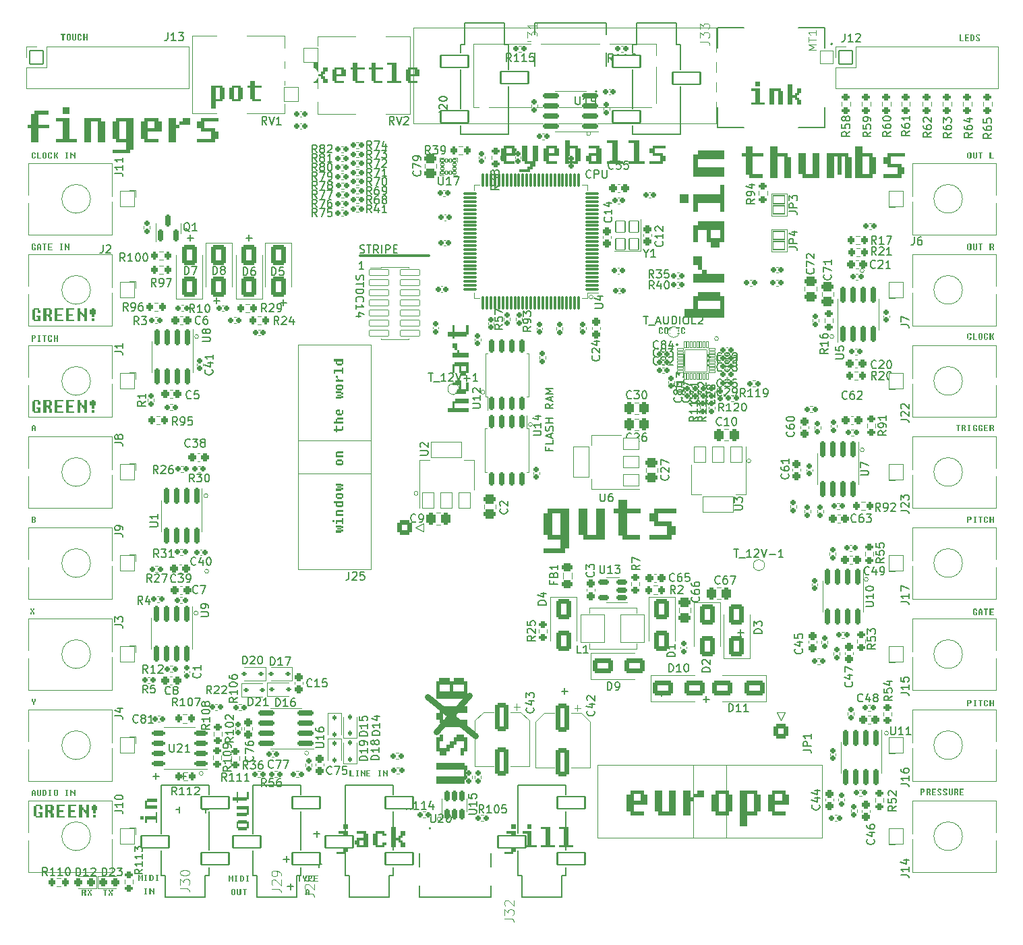
<source format=gbr>
%TF.GenerationSoftware,KiCad,Pcbnew,7.0.6*%
%TF.CreationDate,2024-06-29T14:20:42+02:00*%
%TF.ProjectId,plinkyblack_hwmidi_jacks,706c696e-6b79-4626-9c61-636b5f68776d,rev?*%
%TF.SameCoordinates,Original*%
%TF.FileFunction,Legend,Top*%
%TF.FilePolarity,Positive*%
%FSLAX46Y46*%
G04 Gerber Fmt 4.6, Leading zero omitted, Abs format (unit mm)*
G04 Created by KiCad (PCBNEW 7.0.6) date 2024-06-29 14:20:42*
%MOMM*%
%LPD*%
G01*
G04 APERTURE LIST*
G04 Aperture macros list*
%AMRoundRect*
0 Rectangle with rounded corners*
0 $1 Rounding radius*
0 $2 $3 $4 $5 $6 $7 $8 $9 X,Y pos of 4 corners*
0 Add a 4 corners polygon primitive as box body*
4,1,4,$2,$3,$4,$5,$6,$7,$8,$9,$2,$3,0*
0 Add four circle primitives for the rounded corners*
1,1,$1+$1,$2,$3*
1,1,$1+$1,$4,$5*
1,1,$1+$1,$6,$7*
1,1,$1+$1,$8,$9*
0 Add four rect primitives between the rounded corners*
20,1,$1+$1,$2,$3,$4,$5,0*
20,1,$1+$1,$4,$5,$6,$7,0*
20,1,$1+$1,$6,$7,$8,$9,0*
20,1,$1+$1,$8,$9,$2,$3,0*%
G04 Aperture macros list end*
%ADD10C,0.762000*%
%ADD11C,0.120000*%
%ADD12C,0.304800*%
%ADD13C,0.150000*%
%ADD14C,0.508000*%
%ADD15C,0.381000*%
%ADD16C,0.015000*%
%ADD17C,0.101600*%
%ADD18C,0.254000*%
%ADD19C,0.127000*%
%ADD20C,0.200000*%
%ADD21C,0.010000*%
%ADD22RoundRect,0.301000X0.250000X0.475000X-0.250000X0.475000X-0.250000X-0.475000X0.250000X-0.475000X0*%
%ADD23RoundRect,0.301000X-0.250000X-0.475000X0.250000X-0.475000X0.250000X0.475000X-0.250000X0.475000X0*%
%ADD24RoundRect,0.276000X-0.225000X-0.250000X0.225000X-0.250000X0.225000X0.250000X-0.225000X0.250000X0*%
%ADD25RoundRect,0.191000X-0.170000X0.140000X-0.170000X-0.140000X0.170000X-0.140000X0.170000X0.140000X0*%
%ADD26RoundRect,0.276000X0.225000X0.250000X-0.225000X0.250000X-0.225000X-0.250000X0.225000X-0.250000X0*%
%ADD27RoundRect,0.191000X0.140000X0.170000X-0.140000X0.170000X-0.140000X-0.170000X0.140000X-0.170000X0*%
%ADD28RoundRect,0.301000X-0.550000X1.500000X-0.550000X-1.500000X0.550000X-1.500000X0.550000X1.500000X0*%
%ADD29RoundRect,0.276000X0.250000X-0.225000X0.250000X0.225000X-0.250000X0.225000X-0.250000X-0.225000X0*%
%ADD30RoundRect,0.051000X0.915000X-0.965000X0.915000X0.965000X-0.915000X0.965000X-0.915000X-0.965000X0*%
%ADD31C,2.232000*%
%ADD32RoundRect,0.051000X-0.915000X0.965000X-0.915000X-0.965000X0.915000X-0.965000X0.915000X0.965000X0*%
%ADD33RoundRect,0.301000X-0.600000X0.600000X-0.600000X-0.600000X0.600000X-0.600000X0.600000X0.600000X0*%
%ADD34C,1.802000*%
%ADD35RoundRect,0.186000X-0.185000X0.135000X-0.185000X-0.135000X0.185000X-0.135000X0.185000X0.135000X0*%
%ADD36RoundRect,0.186000X-0.135000X-0.185000X0.135000X-0.185000X0.135000X0.185000X-0.135000X0.185000X0*%
%ADD37RoundRect,0.251000X0.275000X-0.200000X0.275000X0.200000X-0.275000X0.200000X-0.275000X-0.200000X0*%
%ADD38RoundRect,0.251000X0.200000X0.275000X-0.200000X0.275000X-0.200000X-0.275000X0.200000X-0.275000X0*%
%ADD39RoundRect,0.186000X0.135000X0.185000X-0.135000X0.185000X-0.135000X-0.185000X0.135000X-0.185000X0*%
%ADD40RoundRect,0.186000X0.185000X-0.135000X0.185000X0.135000X-0.185000X0.135000X-0.185000X-0.135000X0*%
%ADD41RoundRect,0.251000X-0.275000X0.200000X-0.275000X-0.200000X0.275000X-0.200000X0.275000X0.200000X0*%
%ADD42RoundRect,0.201000X-0.150000X0.825000X-0.150000X-0.825000X0.150000X-0.825000X0.150000X0.825000X0*%
%ADD43RoundRect,0.051000X0.750000X-1.000000X0.750000X1.000000X-0.750000X1.000000X-0.750000X-1.000000X0*%
%ADD44RoundRect,0.051000X1.900000X-1.000000X1.900000X1.000000X-1.900000X1.000000X-1.900000X-1.000000X0*%
%ADD45RoundRect,0.051000X-0.750000X1.000000X-0.750000X-1.000000X0.750000X-1.000000X0.750000X1.000000X0*%
%ADD46RoundRect,0.051000X-1.900000X1.000000X-1.900000X-1.000000X1.900000X-1.000000X1.900000X1.000000X0*%
%ADD47RoundRect,0.201000X0.150000X-0.825000X0.150000X0.825000X-0.150000X0.825000X-0.150000X-0.825000X0*%
%ADD48RoundRect,0.051000X0.850000X-0.850000X0.850000X0.850000X-0.850000X0.850000X-0.850000X-0.850000X0*%
%ADD49O,1.802000X1.802000*%
%ADD50RoundRect,0.191000X0.170000X-0.140000X0.170000X0.140000X-0.170000X0.140000X-0.170000X-0.140000X0*%
%ADD51O,3.342000X2.822000*%
%ADD52O,3.342001X2.134000*%
%ADD53RoundRect,0.051000X-0.900000X0.900000X-0.900000X-0.900000X0.900000X-0.900000X0.900000X0.900000X0*%
%ADD54C,1.902000*%
%ADD55RoundRect,0.191000X-0.140000X-0.170000X0.140000X-0.170000X0.140000X0.170000X-0.140000X0.170000X0*%
%ADD56RoundRect,0.301000X-0.475000X0.250000X-0.475000X-0.250000X0.475000X-0.250000X0.475000X0.250000X0*%
%ADD57RoundRect,0.276000X-0.250000X0.225000X-0.250000X-0.225000X0.250000X-0.225000X0.250000X0.225000X0*%
%ADD58RoundRect,0.051000X0.600000X-0.700000X0.600000X0.700000X-0.600000X0.700000X-0.600000X-0.700000X0*%
%ADD59RoundRect,0.201000X0.150000X-0.650000X0.150000X0.650000X-0.150000X0.650000X-0.150000X-0.650000X0*%
%ADD60RoundRect,0.126000X0.725000X0.075000X-0.725000X0.075000X-0.725000X-0.075000X0.725000X-0.075000X0*%
%ADD61RoundRect,0.126000X0.075000X0.725000X-0.075000X0.725000X-0.075000X-0.725000X0.075000X-0.725000X0*%
%ADD62RoundRect,0.051000X-1.200000X-0.370000X1.200000X-0.370000X1.200000X0.370000X-1.200000X0.370000X0*%
%ADD63RoundRect,0.269750X-0.381250X0.218750X-0.381250X-0.218750X0.381250X-0.218750X0.381250X0.218750X0*%
%ADD64RoundRect,0.301000X0.475000X-0.250000X0.475000X0.250000X-0.475000X0.250000X-0.475000X-0.250000X0*%
%ADD65RoundRect,0.301000X-0.650000X1.000000X-0.650000X-1.000000X0.650000X-1.000000X0.650000X1.000000X0*%
%ADD66RoundRect,0.301000X0.650000X-1.000000X0.650000X1.000000X-0.650000X1.000000X-0.650000X-1.000000X0*%
%ADD67RoundRect,0.051000X-1.500000X-1.750000X1.500000X-1.750000X1.500000X1.750000X-1.500000X1.750000X0*%
%ADD68RoundRect,0.201000X0.512500X0.150000X-0.512500X0.150000X-0.512500X-0.150000X0.512500X-0.150000X0*%
%ADD69RoundRect,0.201000X0.150000X-0.587500X0.150000X0.587500X-0.150000X0.587500X-0.150000X-0.587500X0*%
%ADD70RoundRect,0.201000X-0.150000X0.650000X-0.150000X-0.650000X0.150000X-0.650000X0.150000X0.650000X0*%
%ADD71RoundRect,0.051000X-0.750000X0.500000X-0.750000X-0.500000X0.750000X-0.500000X0.750000X0.500000X0*%
%ADD72RoundRect,0.301000X0.600000X0.600000X-0.600000X0.600000X-0.600000X-0.600000X0.600000X-0.600000X0*%
%ADD73C,1.880000*%
%ADD74RoundRect,0.051000X0.900000X-0.900000X0.900000X0.900000X-0.900000X0.900000X-0.900000X-0.900000X0*%
%ADD75RoundRect,0.201000X0.150000X-0.512500X0.150000X0.512500X-0.150000X0.512500X-0.150000X-0.512500X0*%
%ADD76RoundRect,0.251000X-0.200000X-0.275000X0.200000X-0.275000X0.200000X0.275000X-0.200000X0.275000X0*%
%ADD77C,3.302000*%
%ADD78RoundRect,0.051000X-0.825000X0.825000X-0.825000X-0.825000X0.825000X-0.825000X0.825000X0.825000X0*%
%ADD79C,1.752000*%
%ADD80O,6.102000X3.102000*%
%ADD81RoundRect,0.201000X0.825000X0.150000X-0.825000X0.150000X-0.825000X-0.150000X0.825000X-0.150000X0*%
%ADD82RoundRect,0.301000X-1.000000X-0.650000X1.000000X-0.650000X1.000000X0.650000X-1.000000X0.650000X0*%
%ADD83RoundRect,0.051000X0.187500X0.175000X-0.187500X0.175000X-0.187500X-0.175000X0.187500X-0.175000X0*%
%ADD84RoundRect,0.051000X-0.175000X0.187500X-0.175000X-0.187500X0.175000X-0.187500X0.175000X0.187500X0*%
%ADD85RoundRect,0.163500X-0.187500X-0.112500X0.187500X-0.112500X0.187500X0.112500X-0.187500X0.112500X0*%
%ADD86RoundRect,0.163500X0.187500X0.112500X-0.187500X0.112500X-0.187500X-0.112500X0.187500X-0.112500X0*%
%ADD87RoundRect,0.163500X0.112500X-0.187500X0.112500X0.187500X-0.112500X0.187500X-0.112500X-0.187500X0*%
%ADD88RoundRect,0.163500X-0.112500X0.187500X-0.112500X-0.187500X0.112500X-0.187500X0.112500X0.187500X0*%
%ADD89C,1.302000*%
%ADD90RoundRect,0.101600X1.750000X-0.750000X1.750000X0.750000X-1.750000X0.750000X-1.750000X-0.750000X0*%
%ADD91RoundRect,0.201000X0.625000X0.150000X-0.625000X0.150000X-0.625000X-0.150000X0.625000X-0.150000X0*%
%ADD92C,0.702000*%
%ADD93O,1.104000X2.204000*%
%ADD94O,1.104000X1.904000*%
%ADD95RoundRect,0.051000X1.000000X0.750000X-1.000000X0.750000X-1.000000X-0.750000X1.000000X-0.750000X0*%
%ADD96RoundRect,0.051000X1.000000X1.900000X-1.000000X1.900000X-1.000000X-1.900000X1.000000X-1.900000X0*%
%ADD97RoundRect,0.101600X-1.750000X0.750000X-1.750000X-0.750000X1.750000X-0.750000X1.750000X0.750000X0*%
%ADD98RoundRect,0.051000X0.400000X-0.100000X0.400000X0.100000X-0.400000X0.100000X-0.400000X-0.100000X0*%
%ADD99RoundRect,0.051000X-0.100000X-0.400000X0.100000X-0.400000X0.100000X0.400000X-0.100000X0.400000X0*%
%ADD100RoundRect,0.051000X-1.375000X-1.375000X1.375000X-1.375000X1.375000X1.375000X-1.375000X1.375000X0*%
%ADD101RoundRect,0.301000X1.000000X0.650000X-1.000000X0.650000X-1.000000X-0.650000X1.000000X-0.650000X0*%
%ADD102C,1.102000*%
%ADD103RoundRect,0.269750X0.218750X0.256250X-0.218750X0.256250X-0.218750X-0.256250X0.218750X-0.256250X0*%
%ADD104RoundRect,0.269750X-0.218750X-0.256250X0.218750X-0.256250X0.218750X0.256250X-0.218750X0.256250X0*%
G04 APERTURE END LIST*
D10*
X65595500Y-109474000D02*
X71628000Y-114427000D01*
D11*
X106172000Y-79883000D02*
G75*
G03*
X106172000Y-79883000I-254000J0D01*
G01*
X123444000Y-114046000D02*
G75*
G03*
X123444000Y-114046000I-254000J0D01*
G01*
X120396000Y-78486000D02*
G75*
G03*
X120396000Y-78486000I-254000J0D01*
G01*
X67292409Y-124825832D02*
G75*
G03*
X67292409Y-124825832I-254000J0D01*
G01*
X120904000Y-94742000D02*
G75*
G03*
X120904000Y-94742000I-254000J0D01*
G01*
X50647694Y-116545561D02*
G75*
G03*
X50647694Y-116545561I-254000J0D01*
G01*
X102108000Y-64516000D02*
G75*
G03*
X102108000Y-64516000I-254000J0D01*
G01*
D12*
X57150000Y-54102000D02*
X65786000Y-54102000D01*
D11*
X120396000Y-56007000D02*
G75*
G03*
X120396000Y-56007000I-254000J0D01*
G01*
X38100000Y-93726000D02*
G75*
G03*
X38100000Y-93726000I-254000J0D01*
G01*
X36830000Y-64262000D02*
G75*
G03*
X36830000Y-64262000I-254000J0D01*
G01*
X64389000Y-83947000D02*
G75*
G03*
X64389000Y-83947000I-254000J0D01*
G01*
X37417852Y-119100032D02*
G75*
G03*
X37417852Y-119100032I-254000J0D01*
G01*
D10*
X70802500Y-109347000D02*
X66675000Y-113855500D01*
D11*
X86360000Y-59309000D02*
G75*
G03*
X86360000Y-59309000I-254000J0D01*
G01*
X72771000Y-71247000D02*
G75*
G03*
X72771000Y-71247000I-254000J0D01*
G01*
X116586000Y-64262000D02*
G75*
G03*
X116586000Y-64262000I-254000J0D01*
G01*
X86058356Y-38804926D02*
G75*
G03*
X86058356Y-38804926I-254000J0D01*
G01*
X78740000Y-75311000D02*
G75*
G03*
X78740000Y-75311000I-254000J0D01*
G01*
X37993977Y-84246979D02*
G75*
G03*
X37993977Y-84246979I-254000J0D01*
G01*
X36770314Y-98983001D02*
G75*
G03*
X36770314Y-98983001I-254000J0D01*
G01*
X90551000Y-102235000D02*
G75*
G03*
X90551000Y-102235000I-254000J0D01*
G01*
D13*
G36*
X133865004Y-64571210D02*
G01*
X133783915Y-64571210D01*
X133783915Y-64665000D01*
X133440021Y-64665000D01*
X133440021Y-64571210D01*
X133346232Y-64571210D01*
X133346232Y-63961580D01*
X133440021Y-63961580D01*
X133440021Y-63883422D01*
X133783915Y-63883422D01*
X133783915Y-63977212D01*
X133865004Y-63977212D01*
X133865004Y-64149159D01*
X133690126Y-64149159D01*
X133690126Y-63970617D01*
X133521110Y-63970617D01*
X133521110Y-64577805D01*
X133690126Y-64577805D01*
X133690126Y-64399263D01*
X133865004Y-64399263D01*
X133865004Y-64571210D01*
G37*
G36*
X134569400Y-64665000D02*
G01*
X134045743Y-64665000D01*
X134045743Y-63883422D01*
X134220621Y-63883422D01*
X134220621Y-64577805D01*
X134569400Y-64577805D01*
X134569400Y-64665000D01*
G37*
G36*
X135182938Y-63961580D02*
G01*
X135264027Y-63961580D01*
X135264027Y-64571210D01*
X135182938Y-64571210D01*
X135182938Y-64665000D01*
X134839044Y-64665000D01*
X134839044Y-64571210D01*
X134745255Y-64571210D01*
X134745255Y-63970617D01*
X134920133Y-63970617D01*
X134920133Y-64577805D01*
X135089149Y-64577805D01*
X135089149Y-63970617D01*
X134920133Y-63970617D01*
X134745255Y-63970617D01*
X134745255Y-63961580D01*
X134839044Y-63961580D01*
X134839044Y-63883422D01*
X135182938Y-63883422D01*
X135182938Y-63961580D01*
G37*
G36*
X135963538Y-64571210D02*
G01*
X135882449Y-64571210D01*
X135882449Y-64665000D01*
X135538556Y-64665000D01*
X135538556Y-64571210D01*
X135444766Y-64571210D01*
X135444766Y-63961580D01*
X135538556Y-63961580D01*
X135538556Y-63883422D01*
X135882449Y-63883422D01*
X135882449Y-63977212D01*
X135963538Y-63977212D01*
X135963538Y-64149159D01*
X135788660Y-64149159D01*
X135788660Y-63970617D01*
X135619644Y-63970617D01*
X135619644Y-64577805D01*
X135788660Y-64577805D01*
X135788660Y-64399263D01*
X135963538Y-64399263D01*
X135963538Y-64571210D01*
G37*
G36*
X136663050Y-64665000D02*
G01*
X136488172Y-64665000D01*
X136488172Y-64493053D01*
X136407083Y-64493053D01*
X136407083Y-64314511D01*
X136319156Y-64314511D01*
X136319156Y-64665000D01*
X136144278Y-64665000D01*
X136144278Y-63883422D01*
X136319156Y-63883422D01*
X136319156Y-64227316D01*
X136407083Y-64227316D01*
X136407083Y-64055369D01*
X136488172Y-64055369D01*
X136488172Y-63883422D01*
X136663050Y-63883422D01*
X136663050Y-64055369D01*
X136581961Y-64055369D01*
X136581961Y-64227316D01*
X136488172Y-64227316D01*
X136488172Y-64314511D01*
X136581961Y-64314511D01*
X136581961Y-64493053D01*
X136663050Y-64493053D01*
X136663050Y-64665000D01*
G37*
D10*
G36*
X83397966Y-90890988D02*
G01*
X82883053Y-90890988D01*
X82883053Y-91444674D01*
X80103765Y-91444674D01*
X80103765Y-90890988D01*
X82287492Y-90890988D01*
X82287492Y-89757250D01*
X80659003Y-89757250D01*
X80659003Y-89203563D01*
X80103765Y-89203563D01*
X80103765Y-86481660D01*
X80659003Y-86481660D01*
X80659003Y-86439784D01*
X81214240Y-86439784D01*
X81214240Y-89203563D01*
X82287492Y-89203563D01*
X82287492Y-86439784D01*
X81214240Y-86439784D01*
X80659003Y-86439784D01*
X80659003Y-85886098D01*
X83397966Y-85886098D01*
X83397966Y-90890988D01*
G37*
G36*
X87839864Y-89757250D02*
G01*
X85100901Y-89757250D01*
X85100901Y-89161688D01*
X84545663Y-89161688D01*
X84545663Y-85886098D01*
X85656138Y-85886098D01*
X85656138Y-89203563D01*
X86729390Y-89203563D01*
X86729390Y-85886098D01*
X87839864Y-85886098D01*
X87839864Y-89757250D01*
G37*
G36*
X92263151Y-89757250D02*
G01*
X90079425Y-89757250D01*
X90079425Y-89260948D01*
X89564512Y-89260948D01*
X89564512Y-86439784D01*
X88987561Y-86439784D01*
X88987561Y-85886098D01*
X89564512Y-85886098D01*
X89564512Y-84794235D01*
X90674986Y-84794235D01*
X90674986Y-85886098D01*
X92362411Y-85886098D01*
X92362411Y-86439784D01*
X90674986Y-86439784D01*
X90674986Y-89203563D01*
X92263151Y-89203563D01*
X92263151Y-89757250D01*
G37*
G36*
X96723661Y-89161688D02*
G01*
X96208748Y-89161688D01*
X96208748Y-89757250D01*
X93429460Y-89757250D01*
X93429460Y-89203563D01*
X95613186Y-89203563D01*
X95613186Y-88069825D01*
X94025021Y-88069825D01*
X94025021Y-87516138D01*
X93429460Y-87516138D01*
X93429460Y-86481660D01*
X94025021Y-86481660D01*
X94025021Y-85886098D01*
X96804310Y-85886098D01*
X96804310Y-86439784D01*
X94539934Y-86439784D01*
X94539934Y-87516138D01*
X96208748Y-87516138D01*
X96208748Y-88069825D01*
X96723661Y-88069825D01*
X96723661Y-89161688D01*
G37*
G36*
X18039015Y-38127718D02*
G01*
X16689075Y-38127718D01*
X16689075Y-39908200D01*
X15800695Y-39908200D01*
X15800695Y-38127718D01*
X15339135Y-38127718D01*
X15339135Y-37684769D01*
X15800695Y-37684769D01*
X15800695Y-36334829D01*
X16212625Y-36334829D01*
X16212625Y-35937788D01*
X17959607Y-35937788D01*
X17959607Y-36380737D01*
X16689075Y-36380737D01*
X16689075Y-37684769D01*
X18039015Y-37684769D01*
X18039015Y-38127718D01*
G37*
G36*
X20654524Y-36334829D02*
G01*
X19766144Y-36334829D01*
X19766144Y-35461338D01*
X20654524Y-35461338D01*
X20654524Y-36334829D01*
G37*
G36*
X21592533Y-39908200D02*
G01*
X18892653Y-39908200D01*
X18892653Y-39465250D01*
X19766144Y-39465250D01*
X19766144Y-37254227D01*
X18892653Y-37254227D01*
X18892653Y-36811278D01*
X20654524Y-36811278D01*
X20654524Y-39465250D01*
X21592533Y-39465250D01*
X21592533Y-39908200D01*
G37*
G36*
X25081533Y-39908200D02*
G01*
X24193153Y-39908200D01*
X24193153Y-37254227D01*
X23334552Y-37254227D01*
X23334552Y-39908200D01*
X22446172Y-39908200D01*
X22446172Y-36811278D01*
X24637343Y-36811278D01*
X24637343Y-37287728D01*
X25081533Y-37287728D01*
X25081533Y-39908200D01*
G37*
G36*
X28635051Y-40815190D02*
G01*
X28223121Y-40815190D01*
X28223121Y-41258139D01*
X25999690Y-41258139D01*
X25999690Y-40815190D01*
X27746672Y-40815190D01*
X27746672Y-39908200D01*
X26443880Y-39908200D01*
X26443880Y-39465250D01*
X25999690Y-39465250D01*
X25999690Y-37287728D01*
X26443880Y-37287728D01*
X26443880Y-37254227D01*
X26888070Y-37254227D01*
X26888070Y-39465250D01*
X27746672Y-39465250D01*
X27746672Y-37254227D01*
X26888070Y-37254227D01*
X26443880Y-37254227D01*
X26443880Y-36811278D01*
X28635051Y-36811278D01*
X28635051Y-40815190D01*
G37*
G36*
X31776639Y-37287728D02*
G01*
X32188570Y-37287728D01*
X32188570Y-38558260D01*
X30441589Y-38558260D01*
X30441589Y-39465250D01*
X31776639Y-39465250D01*
X31776639Y-39908200D01*
X30029658Y-39908200D01*
X30029658Y-39465250D01*
X29553209Y-39465250D01*
X29553209Y-37287728D01*
X30029658Y-37287728D01*
X30029658Y-37254227D01*
X30441589Y-37254227D01*
X30441589Y-38115310D01*
X31300190Y-38115310D01*
X31300190Y-37254227D01*
X30441589Y-37254227D01*
X30029658Y-37254227D01*
X30029658Y-36811278D01*
X31776639Y-36811278D01*
X31776639Y-37287728D01*
G37*
G36*
X35742088Y-37684769D02*
G01*
X34424408Y-37684769D01*
X34424408Y-38127718D01*
X33995107Y-38127718D01*
X33995107Y-39908200D01*
X33106727Y-39908200D01*
X33106727Y-36811278D01*
X33995107Y-36811278D01*
X33995107Y-37684769D01*
X34424408Y-37684769D01*
X34424408Y-37241820D01*
X34853709Y-37241820D01*
X34853709Y-36811278D01*
X35742088Y-36811278D01*
X35742088Y-37684769D01*
G37*
G36*
X39295607Y-39431750D02*
G01*
X38883676Y-39431750D01*
X38883676Y-39908200D01*
X36660246Y-39908200D01*
X36660246Y-39465250D01*
X38407227Y-39465250D01*
X38407227Y-38558260D01*
X37136695Y-38558260D01*
X37136695Y-38115310D01*
X36660246Y-38115310D01*
X36660246Y-37287728D01*
X37136695Y-37287728D01*
X37136695Y-36811278D01*
X39360126Y-36811278D01*
X39360126Y-37254227D01*
X37548625Y-37254227D01*
X37548625Y-38115310D01*
X38883676Y-38115310D01*
X38883676Y-38558260D01*
X39295607Y-38558260D01*
X39295607Y-39431750D01*
G37*
G36*
X76482953Y-40653935D02*
G01*
X76791901Y-40653935D01*
X76791901Y-41606834D01*
X75481665Y-41606834D01*
X75481665Y-42287077D01*
X76482953Y-42287077D01*
X76482953Y-42619289D01*
X75172718Y-42619289D01*
X75172718Y-42287077D01*
X74815381Y-42287077D01*
X74815381Y-40653935D01*
X75172718Y-40653935D01*
X75172718Y-40628809D01*
X75481665Y-40628809D01*
X75481665Y-41274622D01*
X76125616Y-41274622D01*
X76125616Y-40628809D01*
X75481665Y-40628809D01*
X75172718Y-40628809D01*
X75172718Y-40296598D01*
X76482953Y-40296598D01*
X76482953Y-40653935D01*
G37*
G36*
X79457040Y-42261951D02*
G01*
X79099703Y-42261951D01*
X79099703Y-42959875D01*
X78790755Y-42959875D01*
X78790755Y-43299532D01*
X78433418Y-43299532D01*
X78433418Y-43631743D01*
X77123182Y-43631743D01*
X77123182Y-43299532D01*
X78135637Y-43299532D01*
X78135637Y-42959875D01*
X78433418Y-42959875D01*
X78433418Y-42619289D01*
X77802495Y-42619289D01*
X77802495Y-42261951D01*
X77469353Y-42261951D01*
X77469353Y-40296598D01*
X78135637Y-40296598D01*
X78135637Y-42287077D01*
X78790755Y-42287077D01*
X78790755Y-40296598D01*
X79457040Y-40296598D01*
X79457040Y-42261951D01*
G37*
G36*
X81813231Y-40653935D02*
G01*
X82122179Y-40653935D01*
X82122179Y-41606834D01*
X80811943Y-41606834D01*
X80811943Y-42287077D01*
X81813231Y-42287077D01*
X81813231Y-42619289D01*
X80502995Y-42619289D01*
X80502995Y-42287077D01*
X80145658Y-42287077D01*
X80145658Y-40653935D01*
X80502995Y-40653935D01*
X80502995Y-40628809D01*
X80811943Y-40628809D01*
X80811943Y-41274622D01*
X81455894Y-41274622D01*
X81455894Y-40628809D01*
X80811943Y-40628809D01*
X80502995Y-40628809D01*
X80502995Y-40296598D01*
X81813231Y-40296598D01*
X81813231Y-40653935D01*
G37*
G36*
X83477082Y-40296598D02*
G01*
X84454175Y-40296598D01*
X84454175Y-40653935D01*
X84787318Y-40653935D01*
X84787318Y-42287077D01*
X84454175Y-42287077D01*
X84454175Y-42619289D01*
X82810797Y-42619289D01*
X82810797Y-40628809D01*
X83477082Y-40628809D01*
X83477082Y-42287077D01*
X84121033Y-42287077D01*
X84121033Y-40628809D01*
X83477082Y-40628809D01*
X82810797Y-40628809D01*
X82810797Y-39641480D01*
X83477082Y-39641480D01*
X83477082Y-40296598D01*
G37*
G36*
X87143509Y-40628809D02*
G01*
X87452457Y-40628809D01*
X87452457Y-42619289D01*
X85833273Y-42619289D01*
X85833273Y-42261951D01*
X85475936Y-42261951D01*
X85475936Y-41606834D01*
X85833273Y-41606834D01*
X86142221Y-41606834D01*
X86142221Y-42287077D01*
X86786172Y-42287077D01*
X86786172Y-41606834D01*
X86142221Y-41606834D01*
X85833273Y-41606834D01*
X85833273Y-41274622D01*
X86786172Y-41274622D01*
X86786172Y-40628809D01*
X85833273Y-40628809D01*
X85833273Y-40296598D01*
X87143509Y-40296598D01*
X87143509Y-40628809D01*
G37*
G36*
X90165985Y-42619289D02*
G01*
X88141075Y-42619289D01*
X88141075Y-42287077D01*
X88796193Y-42287077D01*
X88796193Y-39973692D01*
X88141075Y-39973692D01*
X88141075Y-39641480D01*
X89462478Y-39641480D01*
X89462478Y-42287077D01*
X90165985Y-42287077D01*
X90165985Y-42619289D01*
G37*
G36*
X92831124Y-42619289D02*
G01*
X90806214Y-42619289D01*
X90806214Y-42287077D01*
X91461332Y-42287077D01*
X91461332Y-39973692D01*
X90806214Y-39973692D01*
X90806214Y-39641480D01*
X92127616Y-39641480D01*
X92127616Y-42287077D01*
X92831124Y-42287077D01*
X92831124Y-42619289D01*
G37*
G36*
X95447873Y-42261951D02*
G01*
X95138926Y-42261951D01*
X95138926Y-42619289D01*
X93471353Y-42619289D01*
X93471353Y-42287077D01*
X94781589Y-42287077D01*
X94781589Y-41606834D01*
X93828690Y-41606834D01*
X93828690Y-41274622D01*
X93471353Y-41274622D01*
X93471353Y-40653935D01*
X93828690Y-40653935D01*
X93828690Y-40296598D01*
X95496263Y-40296598D01*
X95496263Y-40628809D01*
X94137637Y-40628809D01*
X94137637Y-41274622D01*
X95138926Y-41274622D01*
X95138926Y-41606834D01*
X95447873Y-41606834D01*
X95447873Y-42261951D01*
G37*
G36*
X107686366Y-44358200D02*
G01*
X105939384Y-44358200D01*
X105939384Y-43961158D01*
X105527454Y-43961158D01*
X105527454Y-41704227D01*
X105065894Y-41704227D01*
X105065894Y-41261278D01*
X105527454Y-41261278D01*
X105527454Y-40387788D01*
X106415834Y-40387788D01*
X106415834Y-41261278D01*
X107765774Y-41261278D01*
X107765774Y-41704227D01*
X106415834Y-41704227D01*
X106415834Y-43915250D01*
X107686366Y-43915250D01*
X107686366Y-44358200D01*
G37*
G36*
X111254773Y-44358200D02*
G01*
X110366394Y-44358200D01*
X110366394Y-41704227D01*
X109507792Y-41704227D01*
X109507792Y-44358200D01*
X108619412Y-44358200D01*
X108619412Y-40387788D01*
X109507792Y-40387788D01*
X109507792Y-41261278D01*
X110810583Y-41261278D01*
X110810583Y-41737728D01*
X111254773Y-41737728D01*
X111254773Y-44358200D01*
G37*
G36*
X114808292Y-44358200D02*
G01*
X112617121Y-44358200D01*
X112617121Y-43881750D01*
X112172931Y-43881750D01*
X112172931Y-41261278D01*
X113061311Y-41261278D01*
X113061311Y-43915250D01*
X113919912Y-43915250D01*
X113919912Y-41261278D01*
X114808292Y-41261278D01*
X114808292Y-44358200D01*
G37*
G36*
X118838260Y-44358200D02*
G01*
X117949880Y-44358200D01*
X117949880Y-41704227D01*
X117552839Y-41704227D01*
X117552839Y-43921454D01*
X117076389Y-43921454D01*
X117076389Y-41704227D01*
X116614829Y-41704227D01*
X116614829Y-44358200D01*
X115726449Y-44358200D01*
X115726449Y-41261278D01*
X118394070Y-41261278D01*
X118394070Y-41737728D01*
X118838260Y-41737728D01*
X118838260Y-44358200D01*
G37*
G36*
X120168348Y-41261278D02*
G01*
X121471139Y-41261278D01*
X121471139Y-41737728D01*
X121915329Y-41737728D01*
X121915329Y-43915250D01*
X121471139Y-43915250D01*
X121471139Y-44358200D01*
X119279968Y-44358200D01*
X119279968Y-41704227D01*
X120168348Y-41704227D01*
X120168348Y-43915250D01*
X121026949Y-43915250D01*
X121026949Y-41704227D01*
X120168348Y-41704227D01*
X119279968Y-41704227D01*
X119279968Y-40387788D01*
X120168348Y-40387788D01*
X120168348Y-41261278D01*
G37*
G36*
X125468847Y-43881750D02*
G01*
X125056917Y-43881750D01*
X125056917Y-44358200D01*
X122833486Y-44358200D01*
X122833486Y-43915250D01*
X124580468Y-43915250D01*
X124580468Y-43008260D01*
X123309936Y-43008260D01*
X123309936Y-42565310D01*
X122833486Y-42565310D01*
X122833486Y-41737728D01*
X123309936Y-41737728D01*
X123309936Y-41261278D01*
X125533366Y-41261278D01*
X125533366Y-41704227D01*
X123721866Y-41704227D01*
X123721866Y-42565310D01*
X125056917Y-42565310D01*
X125056917Y-43008260D01*
X125468847Y-43008260D01*
X125468847Y-43881750D01*
G37*
G36*
X92789324Y-121737728D02*
G01*
X93201255Y-121737728D01*
X93201255Y-123008260D01*
X91454274Y-123008260D01*
X91454274Y-123915250D01*
X92789324Y-123915250D01*
X92789324Y-124358200D01*
X91042343Y-124358200D01*
X91042343Y-123915250D01*
X90565894Y-123915250D01*
X90565894Y-121737728D01*
X91042343Y-121737728D01*
X91042343Y-121704227D01*
X91454274Y-121704227D01*
X91454274Y-122565310D01*
X92312875Y-122565310D01*
X92312875Y-121704227D01*
X91454274Y-121704227D01*
X91042343Y-121704227D01*
X91042343Y-121261278D01*
X92789324Y-121261278D01*
X92789324Y-121737728D01*
G37*
G36*
X96754773Y-124358200D02*
G01*
X94563602Y-124358200D01*
X94563602Y-123881750D01*
X94119412Y-123881750D01*
X94119412Y-121261278D01*
X95007792Y-121261278D01*
X95007792Y-123915250D01*
X95866394Y-123915250D01*
X95866394Y-121261278D01*
X96754773Y-121261278D01*
X96754773Y-124358200D01*
G37*
G36*
X100308292Y-122134769D02*
G01*
X98990611Y-122134769D01*
X98990611Y-122577718D01*
X98561311Y-122577718D01*
X98561311Y-124358200D01*
X97672931Y-124358200D01*
X97672931Y-121261278D01*
X98561311Y-121261278D01*
X98561311Y-122134769D01*
X98990611Y-122134769D01*
X98990611Y-121691820D01*
X99419912Y-121691820D01*
X99419912Y-121261278D01*
X100308292Y-121261278D01*
X100308292Y-122134769D01*
G37*
G36*
X103449880Y-121737728D02*
G01*
X103861810Y-121737728D01*
X103861810Y-123915250D01*
X103449880Y-123915250D01*
X103449880Y-124358200D01*
X101702899Y-124358200D01*
X101702899Y-123915250D01*
X101226449Y-123915250D01*
X101226449Y-121737728D01*
X101702899Y-121737728D01*
X101702899Y-121704227D01*
X102114829Y-121704227D01*
X102114829Y-123915250D01*
X102973431Y-123915250D01*
X102973431Y-121704227D01*
X102114829Y-121704227D01*
X101702899Y-121704227D01*
X101702899Y-121261278D01*
X103449880Y-121261278D01*
X103449880Y-121737728D01*
G37*
G36*
X106971139Y-121737728D02*
G01*
X107415329Y-121737728D01*
X107415329Y-123915250D01*
X106971139Y-123915250D01*
X106971139Y-124358200D01*
X105668348Y-124358200D01*
X105668348Y-125708139D01*
X104779968Y-125708139D01*
X104779968Y-121704227D01*
X105668348Y-121704227D01*
X105668348Y-123915250D01*
X106526949Y-123915250D01*
X106526949Y-121704227D01*
X105668348Y-121704227D01*
X104779968Y-121704227D01*
X104779968Y-121261278D01*
X106971139Y-121261278D01*
X106971139Y-121737728D01*
G37*
G36*
X110556917Y-121737728D02*
G01*
X110968847Y-121737728D01*
X110968847Y-123008260D01*
X109221866Y-123008260D01*
X109221866Y-123915250D01*
X110556917Y-123915250D01*
X110556917Y-124358200D01*
X108809936Y-124358200D01*
X108809936Y-123915250D01*
X108333486Y-123915250D01*
X108333486Y-121737728D01*
X108809936Y-121737728D01*
X108809936Y-121704227D01*
X109221866Y-121704227D01*
X109221866Y-122565310D01*
X110080468Y-122565310D01*
X110080468Y-121704227D01*
X109221866Y-121704227D01*
X108809936Y-121704227D01*
X108809936Y-121261278D01*
X110556917Y-121261278D01*
X110556917Y-121737728D01*
G37*
D14*
G36*
X39798273Y-33068024D02*
G01*
X40086996Y-33068024D01*
X40086996Y-34483414D01*
X39798273Y-34483414D01*
X39798273Y-34771331D01*
X38951458Y-34771331D01*
X38951458Y-35648791D01*
X38374012Y-35648791D01*
X38374012Y-33046249D01*
X38951458Y-33046249D01*
X38951458Y-34483414D01*
X39509549Y-34483414D01*
X39509549Y-33046249D01*
X38951458Y-33046249D01*
X38374012Y-33046249D01*
X38374012Y-32758332D01*
X39798273Y-32758332D01*
X39798273Y-33068024D01*
G37*
G36*
X42129029Y-33068024D02*
G01*
X42396783Y-33068024D01*
X42396783Y-34483414D01*
X42129029Y-34483414D01*
X42129029Y-34771331D01*
X40993491Y-34771331D01*
X40993491Y-34483414D01*
X40683799Y-34483414D01*
X40683799Y-33068024D01*
X40993491Y-33068024D01*
X40993491Y-33046249D01*
X41261245Y-33046249D01*
X41261245Y-34483414D01*
X41819336Y-34483414D01*
X41819336Y-33046249D01*
X41261245Y-33046249D01*
X40993491Y-33046249D01*
X40993491Y-32758332D01*
X42129029Y-32758332D01*
X42129029Y-33068024D01*
G37*
G36*
X44696892Y-34771331D02*
G01*
X43561355Y-34771331D01*
X43561355Y-34513254D01*
X43293600Y-34513254D01*
X43293600Y-33046249D01*
X42993586Y-33046249D01*
X42993586Y-32758332D01*
X43293600Y-32758332D01*
X43293600Y-32190563D01*
X43871047Y-32190563D01*
X43871047Y-32758332D01*
X44748508Y-32758332D01*
X44748508Y-33046249D01*
X43871047Y-33046249D01*
X43871047Y-34483414D01*
X44696892Y-34483414D01*
X44696892Y-34771331D01*
G37*
G36*
X53005315Y-32485331D02*
G01*
X52427868Y-32485331D01*
X52427868Y-31917562D01*
X52160114Y-31917562D01*
X52160114Y-31607870D01*
X51869777Y-31607870D01*
X51869777Y-32485331D01*
X51292331Y-32485331D01*
X51292331Y-29904563D01*
X51869777Y-29904563D01*
X51869777Y-31319953D01*
X52160114Y-31319953D01*
X52160114Y-31040101D01*
X52427868Y-31040101D01*
X52427868Y-30472332D01*
X53005315Y-30472332D01*
X53005315Y-31040101D01*
X52737560Y-31040101D01*
X52737560Y-31319953D01*
X52427868Y-31319953D01*
X52427868Y-31607870D01*
X52737560Y-31607870D01*
X52737560Y-31917562D01*
X53005315Y-31917562D01*
X53005315Y-32485331D01*
G37*
G36*
X55047348Y-30782024D02*
G01*
X55315102Y-30782024D01*
X55315102Y-31607870D01*
X54179564Y-31607870D01*
X54179564Y-32197414D01*
X55047348Y-32197414D01*
X55047348Y-32485331D01*
X53911810Y-32485331D01*
X53911810Y-32197414D01*
X53602118Y-32197414D01*
X53602118Y-30782024D01*
X53911810Y-30782024D01*
X53911810Y-30760249D01*
X54179564Y-30760249D01*
X54179564Y-31319953D01*
X54737655Y-31319953D01*
X54737655Y-30760249D01*
X54179564Y-30760249D01*
X53911810Y-30760249D01*
X53911810Y-30472332D01*
X55047348Y-30472332D01*
X55047348Y-30782024D01*
G37*
G36*
X57615211Y-32485331D02*
G01*
X56479674Y-32485331D01*
X56479674Y-32227254D01*
X56211919Y-32227254D01*
X56211919Y-30760249D01*
X55911905Y-30760249D01*
X55911905Y-30472332D01*
X56211919Y-30472332D01*
X56211919Y-29904563D01*
X56789366Y-29904563D01*
X56789366Y-30472332D01*
X57666827Y-30472332D01*
X57666827Y-30760249D01*
X56789366Y-30760249D01*
X56789366Y-32197414D01*
X57615211Y-32197414D01*
X57615211Y-32485331D01*
G37*
G36*
X59924998Y-32485331D02*
G01*
X58789461Y-32485331D01*
X58789461Y-32227254D01*
X58521706Y-32227254D01*
X58521706Y-30760249D01*
X58221692Y-30760249D01*
X58221692Y-30472332D01*
X58521706Y-30472332D01*
X58521706Y-29904563D01*
X59099153Y-29904563D01*
X59099153Y-30472332D01*
X59976614Y-30472332D01*
X59976614Y-30760249D01*
X59099153Y-30760249D01*
X59099153Y-32197414D01*
X59924998Y-32197414D01*
X59924998Y-32485331D01*
G37*
G36*
X62286401Y-32485331D02*
G01*
X60531479Y-32485331D01*
X60531479Y-32197414D01*
X61099248Y-32197414D01*
X61099248Y-30192480D01*
X60531479Y-30192480D01*
X60531479Y-29904563D01*
X61676694Y-29904563D01*
X61676694Y-32197414D01*
X62286401Y-32197414D01*
X62286401Y-32485331D01*
G37*
G36*
X64286496Y-30782024D02*
G01*
X64554250Y-30782024D01*
X64554250Y-31607870D01*
X63418712Y-31607870D01*
X63418712Y-32197414D01*
X64286496Y-32197414D01*
X64286496Y-32485331D01*
X63150958Y-32485331D01*
X63150958Y-32197414D01*
X62841266Y-32197414D01*
X62841266Y-30782024D01*
X63150958Y-30782024D01*
X63150958Y-30760249D01*
X63418712Y-30760249D01*
X63418712Y-31319953D01*
X63976803Y-31319953D01*
X63976803Y-30760249D01*
X63418712Y-30760249D01*
X63150958Y-30760249D01*
X63150958Y-30472332D01*
X64286496Y-30472332D01*
X64286496Y-30782024D01*
G37*
G36*
X76635347Y-126099255D02*
G01*
X76057901Y-126099255D01*
X76057901Y-125531486D01*
X76635347Y-125531486D01*
X76635347Y-126099255D01*
G37*
G36*
X76635347Y-128959875D02*
G01*
X76325655Y-128959875D01*
X76325655Y-129247791D01*
X75190118Y-129247791D01*
X75190118Y-128959875D01*
X76057901Y-128959875D01*
X76057901Y-126645249D01*
X75478841Y-126645249D01*
X75478841Y-126357332D01*
X76635347Y-126357332D01*
X76635347Y-128959875D01*
G37*
G36*
X78645120Y-126047640D02*
G01*
X78067674Y-126047640D01*
X78067674Y-125479871D01*
X78645120Y-125479871D01*
X78645120Y-126047640D01*
G37*
G36*
X79254827Y-128370331D02*
G01*
X77499905Y-128370331D01*
X77499905Y-128082414D01*
X78067674Y-128082414D01*
X78067674Y-126645249D01*
X77499905Y-126645249D01*
X77499905Y-126357332D01*
X78645120Y-126357332D01*
X78645120Y-128082414D01*
X79254827Y-128082414D01*
X79254827Y-128370331D01*
G37*
G36*
X81564614Y-128370331D02*
G01*
X79809692Y-128370331D01*
X79809692Y-128082414D01*
X80377461Y-128082414D01*
X80377461Y-126077480D01*
X79809692Y-126077480D01*
X79809692Y-125789563D01*
X80954907Y-125789563D01*
X80954907Y-128082414D01*
X81564614Y-128082414D01*
X81564614Y-128370331D01*
G37*
G36*
X83874401Y-128370331D02*
G01*
X82119479Y-128370331D01*
X82119479Y-128082414D01*
X82687248Y-128082414D01*
X82687248Y-126077480D01*
X82119479Y-126077480D01*
X82119479Y-125789563D01*
X83264694Y-125789563D01*
X83264694Y-128082414D01*
X83874401Y-128082414D01*
X83874401Y-128370331D01*
G37*
D10*
G36*
X70211158Y-117745225D02*
G01*
X70211158Y-118157156D01*
X70608200Y-118157156D01*
X70608200Y-119904137D01*
X70211158Y-119904137D01*
X70211158Y-120380586D01*
X66637788Y-120380586D01*
X66637788Y-119492206D01*
X70165250Y-119492206D01*
X70165250Y-118633605D01*
X66637788Y-118633605D01*
X66637788Y-117745225D01*
X70211158Y-117745225D01*
G37*
G36*
X70131750Y-114191707D02*
G01*
X70131750Y-114603637D01*
X70608200Y-114603637D01*
X70608200Y-116350618D01*
X70131750Y-116350618D01*
X70131750Y-116827068D01*
X69734709Y-116827068D01*
X69734709Y-115938688D01*
X70165250Y-115938688D01*
X70165250Y-115065197D01*
X69258260Y-115065197D01*
X69258260Y-115477128D01*
X68838885Y-115477128D01*
X68838885Y-115938688D01*
X68384769Y-115938688D01*
X68384769Y-116350618D01*
X67987728Y-116350618D01*
X67987728Y-116827068D01*
X67114237Y-116827068D01*
X67114237Y-116350618D01*
X66637788Y-116350618D01*
X66637788Y-114603637D01*
X67068329Y-114603637D01*
X67068329Y-114191707D01*
X67511278Y-114191707D01*
X67511278Y-115065197D01*
X67080737Y-115065197D01*
X67080737Y-115938688D01*
X67987728Y-115938688D01*
X67987728Y-115477128D01*
X68384769Y-115477128D01*
X68384769Y-115065197D01*
X68838885Y-115065197D01*
X68838885Y-114603637D01*
X69258260Y-114603637D01*
X69258260Y-114191707D01*
X70131750Y-114191707D01*
G37*
G36*
X70608200Y-111511679D02*
G01*
X69258260Y-111511679D01*
X69258260Y-112385169D01*
X70608200Y-112385169D01*
X70608200Y-113273549D01*
X67511278Y-113273549D01*
X67511278Y-112797100D01*
X67074533Y-112797100D01*
X67074533Y-112385169D01*
X66637788Y-112385169D01*
X66637788Y-111511679D01*
X67074533Y-111511679D01*
X67511278Y-111511679D01*
X67511278Y-112385169D01*
X68815310Y-112385169D01*
X68815310Y-111511679D01*
X67511278Y-111511679D01*
X67074533Y-111511679D01*
X67074533Y-111050119D01*
X67511278Y-111050119D01*
X67511278Y-110638188D01*
X70608200Y-110638188D01*
X70608200Y-111511679D01*
G37*
G36*
X68384769Y-107528860D02*
G01*
X68861218Y-107528860D01*
X68861218Y-107084670D01*
X70165250Y-107084670D01*
X70165250Y-107528860D01*
X70608200Y-107528860D01*
X70608200Y-109720031D01*
X66637788Y-109720031D01*
X66637788Y-107973049D01*
X67080737Y-107973049D01*
X67080737Y-108831651D01*
X68384769Y-108831651D01*
X68384769Y-107973049D01*
X68827718Y-107973049D01*
X68827718Y-108831651D01*
X70165250Y-108831651D01*
X70165250Y-107973049D01*
X68827718Y-107973049D01*
X68384769Y-107973049D01*
X67080737Y-107973049D01*
X66637788Y-107973049D01*
X66637788Y-107528860D01*
X67034829Y-107528860D01*
X67034829Y-107084670D01*
X68384769Y-107084670D01*
X68384769Y-107528860D01*
G37*
D14*
G36*
X70712331Y-72077790D02*
G01*
X70712331Y-72655237D01*
X68987249Y-72655237D01*
X68987249Y-73213328D01*
X70712331Y-73213328D01*
X70712331Y-73790774D01*
X68131563Y-73790774D01*
X68131563Y-73213328D01*
X68699332Y-73213328D01*
X68699332Y-72366513D01*
X69009024Y-72366513D01*
X69009024Y-72077790D01*
X70712331Y-72077790D01*
G37*
G36*
X69834870Y-70903541D02*
G01*
X70424414Y-70903541D01*
X70424414Y-70035757D01*
X70712331Y-70035757D01*
X70712331Y-71171295D01*
X70424414Y-71171295D01*
X70424414Y-71480987D01*
X69009024Y-71480987D01*
X69009024Y-71171295D01*
X68699332Y-71171295D01*
X68699332Y-70345450D01*
X68987249Y-70345450D01*
X68987249Y-70903541D01*
X69546953Y-70903541D01*
X69546953Y-70345450D01*
X68987249Y-70345450D01*
X68699332Y-70345450D01*
X68699332Y-70035757D01*
X69009024Y-70035757D01*
X69009024Y-69768003D01*
X69834870Y-69768003D01*
X69834870Y-70903541D01*
G37*
G36*
X70712331Y-68861508D02*
G01*
X70402638Y-68861508D01*
X70402638Y-69171200D01*
X69834870Y-69171200D01*
X69834870Y-68861508D01*
X69546953Y-68861508D01*
X69546953Y-68035663D01*
X69834870Y-68035663D01*
X69834870Y-68593754D01*
X70424414Y-68593754D01*
X70424414Y-68035663D01*
X69834870Y-68035663D01*
X69546953Y-68035663D01*
X68987249Y-68035663D01*
X68987249Y-68861508D01*
X68699332Y-68861508D01*
X68699332Y-67725970D01*
X68987249Y-67725970D01*
X68987249Y-67458216D01*
X70712331Y-67458216D01*
X70712331Y-68861508D01*
G37*
G36*
X69267101Y-65148429D02*
G01*
X69267101Y-66004921D01*
X69555018Y-66004921D01*
X69555018Y-66283967D01*
X70712331Y-66283967D01*
X70712331Y-66861413D01*
X68699332Y-66861413D01*
X68699332Y-66283967D01*
X69267101Y-66283967D01*
X69267101Y-66004921D01*
X68979184Y-66004921D01*
X68979184Y-65725876D01*
X68699332Y-65725876D01*
X68699332Y-65148429D01*
X69267101Y-65148429D01*
G37*
G36*
X70712331Y-62848320D02*
G01*
X70712331Y-63983857D01*
X70454254Y-63983857D01*
X70454254Y-64251612D01*
X68987249Y-64251612D01*
X68987249Y-64551626D01*
X68699332Y-64551626D01*
X68699332Y-64251612D01*
X68131563Y-64251612D01*
X68131563Y-63674165D01*
X68699332Y-63674165D01*
X68699332Y-62796704D01*
X68987249Y-62796704D01*
X68987249Y-63674165D01*
X70424414Y-63674165D01*
X70424414Y-62848320D01*
X70712331Y-62848320D01*
G37*
D13*
X86090082Y-44282978D02*
X86042463Y-44330598D01*
X86042463Y-44330598D02*
X85899606Y-44378217D01*
X85899606Y-44378217D02*
X85804368Y-44378217D01*
X85804368Y-44378217D02*
X85661511Y-44330598D01*
X85661511Y-44330598D02*
X85566273Y-44235359D01*
X85566273Y-44235359D02*
X85518654Y-44140121D01*
X85518654Y-44140121D02*
X85471035Y-43949645D01*
X85471035Y-43949645D02*
X85471035Y-43806788D01*
X85471035Y-43806788D02*
X85518654Y-43616312D01*
X85518654Y-43616312D02*
X85566273Y-43521074D01*
X85566273Y-43521074D02*
X85661511Y-43425836D01*
X85661511Y-43425836D02*
X85804368Y-43378217D01*
X85804368Y-43378217D02*
X85899606Y-43378217D01*
X85899606Y-43378217D02*
X86042463Y-43425836D01*
X86042463Y-43425836D02*
X86090082Y-43473455D01*
X86518654Y-44378217D02*
X86518654Y-43378217D01*
X86518654Y-43378217D02*
X86899606Y-43378217D01*
X86899606Y-43378217D02*
X86994844Y-43425836D01*
X86994844Y-43425836D02*
X87042463Y-43473455D01*
X87042463Y-43473455D02*
X87090082Y-43568693D01*
X87090082Y-43568693D02*
X87090082Y-43711550D01*
X87090082Y-43711550D02*
X87042463Y-43806788D01*
X87042463Y-43806788D02*
X86994844Y-43854407D01*
X86994844Y-43854407D02*
X86899606Y-43902026D01*
X86899606Y-43902026D02*
X86518654Y-43902026D01*
X87518654Y-43378217D02*
X87518654Y-44187740D01*
X87518654Y-44187740D02*
X87566273Y-44282978D01*
X87566273Y-44282978D02*
X87613892Y-44330598D01*
X87613892Y-44330598D02*
X87709130Y-44378217D01*
X87709130Y-44378217D02*
X87899606Y-44378217D01*
X87899606Y-44378217D02*
X87994844Y-44330598D01*
X87994844Y-44330598D02*
X88042463Y-44282978D01*
X88042463Y-44282978D02*
X88090082Y-44187740D01*
X88090082Y-44187740D02*
X88090082Y-43378217D01*
X56615800Y-56562952D02*
X56568180Y-56705809D01*
X56568180Y-56705809D02*
X56568180Y-56943904D01*
X56568180Y-56943904D02*
X56615800Y-57039142D01*
X56615800Y-57039142D02*
X56663419Y-57086761D01*
X56663419Y-57086761D02*
X56758657Y-57134380D01*
X56758657Y-57134380D02*
X56853895Y-57134380D01*
X56853895Y-57134380D02*
X56949133Y-57086761D01*
X56949133Y-57086761D02*
X56996752Y-57039142D01*
X56996752Y-57039142D02*
X57044371Y-56943904D01*
X57044371Y-56943904D02*
X57091990Y-56753428D01*
X57091990Y-56753428D02*
X57139609Y-56658190D01*
X57139609Y-56658190D02*
X57187228Y-56610571D01*
X57187228Y-56610571D02*
X57282466Y-56562952D01*
X57282466Y-56562952D02*
X57377704Y-56562952D01*
X57377704Y-56562952D02*
X57472942Y-56610571D01*
X57472942Y-56610571D02*
X57520561Y-56658190D01*
X57520561Y-56658190D02*
X57568180Y-56753428D01*
X57568180Y-56753428D02*
X57568180Y-56991523D01*
X57568180Y-56991523D02*
X57520561Y-57134380D01*
X57568180Y-57420095D02*
X57568180Y-57991523D01*
X56568180Y-57705809D02*
X57568180Y-57705809D01*
X56568180Y-58324857D02*
X57568180Y-58324857D01*
X57568180Y-58324857D02*
X57568180Y-58562952D01*
X57568180Y-58562952D02*
X57520561Y-58705809D01*
X57520561Y-58705809D02*
X57425323Y-58801047D01*
X57425323Y-58801047D02*
X57330085Y-58848666D01*
X57330085Y-58848666D02*
X57139609Y-58896285D01*
X57139609Y-58896285D02*
X56996752Y-58896285D01*
X56996752Y-58896285D02*
X56806276Y-58848666D01*
X56806276Y-58848666D02*
X56711038Y-58801047D01*
X56711038Y-58801047D02*
X56615800Y-58705809D01*
X56615800Y-58705809D02*
X56568180Y-58562952D01*
X56568180Y-58562952D02*
X56568180Y-58324857D01*
X56663419Y-59896285D02*
X56615800Y-59848666D01*
X56615800Y-59848666D02*
X56568180Y-59705809D01*
X56568180Y-59705809D02*
X56568180Y-59610571D01*
X56568180Y-59610571D02*
X56615800Y-59467714D01*
X56615800Y-59467714D02*
X56711038Y-59372476D01*
X56711038Y-59372476D02*
X56806276Y-59324857D01*
X56806276Y-59324857D02*
X56996752Y-59277238D01*
X56996752Y-59277238D02*
X57139609Y-59277238D01*
X57139609Y-59277238D02*
X57330085Y-59324857D01*
X57330085Y-59324857D02*
X57425323Y-59372476D01*
X57425323Y-59372476D02*
X57520561Y-59467714D01*
X57520561Y-59467714D02*
X57568180Y-59610571D01*
X57568180Y-59610571D02*
X57568180Y-59705809D01*
X57568180Y-59705809D02*
X57520561Y-59848666D01*
X57520561Y-59848666D02*
X57472942Y-59896285D01*
X56568180Y-60848666D02*
X56568180Y-60277238D01*
X56568180Y-60562952D02*
X57568180Y-60562952D01*
X57568180Y-60562952D02*
X57425323Y-60467714D01*
X57425323Y-60467714D02*
X57330085Y-60372476D01*
X57330085Y-60372476D02*
X57282466Y-60277238D01*
X57234847Y-61705809D02*
X56568180Y-61705809D01*
X57615800Y-61467714D02*
X56901514Y-61229619D01*
X56901514Y-61229619D02*
X56901514Y-61848666D01*
G36*
X56321132Y-119464550D02*
G01*
X55797476Y-119464550D01*
X55797476Y-118682972D01*
X55972354Y-118682972D01*
X55972354Y-119377355D01*
X56321132Y-119377355D01*
X56321132Y-119464550D01*
G37*
G36*
X56919039Y-119464550D02*
G01*
X56575145Y-119464550D01*
X56575145Y-119377355D01*
X56666003Y-119377355D01*
X56666003Y-118770167D01*
X56575145Y-118770167D01*
X56575145Y-118682972D01*
X56919039Y-118682972D01*
X56919039Y-118770167D01*
X56840881Y-118770167D01*
X56840881Y-119377355D01*
X56919039Y-119377355D01*
X56919039Y-119464550D01*
G37*
G36*
X57809060Y-119464550D02*
G01*
X57634182Y-119464550D01*
X57634182Y-119198813D01*
X57546743Y-119198813D01*
X57546743Y-119120656D01*
X57459060Y-119120656D01*
X57459060Y-119026866D01*
X57371377Y-119026866D01*
X57371377Y-119464550D01*
X57196499Y-119464550D01*
X57196499Y-118682972D01*
X57371377Y-118682972D01*
X57371377Y-118854919D01*
X57459060Y-118854919D01*
X57459060Y-118948709D01*
X57546743Y-118948709D01*
X57546743Y-119026866D01*
X57634182Y-119026866D01*
X57634182Y-118682972D01*
X57809060Y-118682972D01*
X57809060Y-119464550D01*
G37*
G36*
X58419667Y-119464550D02*
G01*
X57896010Y-119464550D01*
X57896010Y-118682972D01*
X58419667Y-118682972D01*
X58419667Y-118770167D01*
X58070888Y-118770167D01*
X58070888Y-119026866D01*
X58333693Y-119026866D01*
X58333693Y-119114061D01*
X58070888Y-119114061D01*
X58070888Y-119377355D01*
X58419667Y-119377355D01*
X58419667Y-119464550D01*
G37*
G36*
X59717085Y-119464550D02*
G01*
X59373191Y-119464550D01*
X59373191Y-119377355D01*
X59464049Y-119377355D01*
X59464049Y-118770167D01*
X59373191Y-118770167D01*
X59373191Y-118682972D01*
X59717085Y-118682972D01*
X59717085Y-118770167D01*
X59638927Y-118770167D01*
X59638927Y-119377355D01*
X59717085Y-119377355D01*
X59717085Y-119464550D01*
G37*
G36*
X60607106Y-119464550D02*
G01*
X60432228Y-119464550D01*
X60432228Y-119198813D01*
X60344789Y-119198813D01*
X60344789Y-119120656D01*
X60257106Y-119120656D01*
X60257106Y-119026866D01*
X60169423Y-119026866D01*
X60169423Y-119464550D01*
X59994545Y-119464550D01*
X59994545Y-118682972D01*
X60169423Y-118682972D01*
X60169423Y-118854919D01*
X60257106Y-118854919D01*
X60257106Y-118948709D01*
X60344789Y-118948709D01*
X60344789Y-119026866D01*
X60432228Y-119026866D01*
X60432228Y-118682972D01*
X60607106Y-118682972D01*
X60607106Y-119464550D01*
G37*
X94615048Y-109039866D02*
X95376953Y-109039866D01*
X94996000Y-109420819D02*
X94996000Y-108658914D01*
X100203048Y-109801866D02*
X100964953Y-109801866D01*
X100584000Y-110182819D02*
X100584000Y-109420914D01*
X104521048Y-101419866D02*
X105282953Y-101419866D01*
X104902000Y-101800819D02*
X104902000Y-101038914D01*
D15*
G36*
X16980502Y-62343280D02*
G01*
X16116937Y-62343280D01*
X16116937Y-62152700D01*
X15926357Y-62152700D01*
X15926357Y-60913931D01*
X16116937Y-60913931D01*
X16116937Y-60755115D01*
X16815729Y-60755115D01*
X16815729Y-60945695D01*
X16980502Y-60945695D01*
X16980502Y-61295091D01*
X16625150Y-61295091D01*
X16625150Y-60932294D01*
X16281709Y-60932294D01*
X16281709Y-62166100D01*
X16625150Y-62166100D01*
X16625150Y-61803304D01*
X16453429Y-61803304D01*
X16453429Y-61626124D01*
X16980502Y-61626124D01*
X16980502Y-62343280D01*
G37*
G36*
X18237137Y-60913931D02*
G01*
X18401909Y-60913931D01*
X18401909Y-61453907D01*
X18237137Y-61453907D01*
X18237137Y-61803304D01*
X18401909Y-61803304D01*
X18401909Y-62343280D01*
X18046557Y-62343280D01*
X18046557Y-61803304D01*
X17881785Y-61803304D01*
X17881785Y-61631087D01*
X17703117Y-61631087D01*
X17703117Y-62343280D01*
X17347765Y-62343280D01*
X17347765Y-60932294D01*
X17703117Y-60932294D01*
X17703117Y-61453907D01*
X18046557Y-61453907D01*
X18046557Y-60932294D01*
X17703117Y-60932294D01*
X17347765Y-60932294D01*
X17347765Y-60755115D01*
X18237137Y-60755115D01*
X18237137Y-60913931D01*
G37*
G36*
X19833242Y-62343280D02*
G01*
X18769172Y-62343280D01*
X18769172Y-60755115D01*
X19833242Y-60755115D01*
X19833242Y-60932294D01*
X19124524Y-60932294D01*
X19124524Y-61453907D01*
X19658544Y-61453907D01*
X19658544Y-61631087D01*
X19124524Y-61631087D01*
X19124524Y-62166100D01*
X19833242Y-62166100D01*
X19833242Y-62343280D01*
G37*
G36*
X21254650Y-62343280D02*
G01*
X20190579Y-62343280D01*
X20190579Y-60755115D01*
X21254650Y-60755115D01*
X21254650Y-60932294D01*
X20545931Y-60932294D01*
X20545931Y-61453907D01*
X21079952Y-61453907D01*
X21079952Y-61631087D01*
X20545931Y-61631087D01*
X20545931Y-62166100D01*
X21254650Y-62166100D01*
X21254650Y-62343280D01*
G37*
G36*
X22856711Y-62343280D02*
G01*
X22501359Y-62343280D01*
X22501359Y-61803304D01*
X22323683Y-61803304D01*
X22323683Y-61644487D01*
X22145511Y-61644487D01*
X22145511Y-61453907D01*
X21967339Y-61453907D01*
X21967339Y-62343280D01*
X21611987Y-62343280D01*
X21611987Y-60755115D01*
X21967339Y-60755115D01*
X21967339Y-61104511D01*
X22145511Y-61104511D01*
X22145511Y-61295091D01*
X22323683Y-61295091D01*
X22323683Y-61453907D01*
X22501359Y-61453907D01*
X22501359Y-60755115D01*
X22856711Y-60755115D01*
X22856711Y-62343280D01*
G37*
G36*
X23891003Y-61453907D02*
G01*
X23732187Y-61453907D01*
X23732187Y-61803304D01*
X23376835Y-61803304D01*
X23376835Y-61453907D01*
X23192211Y-61453907D01*
X23192211Y-60913931D01*
X23376835Y-60913931D01*
X23376835Y-60755115D01*
X23732187Y-60755115D01*
X23732187Y-60913931D01*
X23891003Y-60913931D01*
X23891003Y-61453907D01*
G37*
G36*
X23732187Y-62343280D02*
G01*
X23376835Y-62343280D01*
X23376835Y-61993883D01*
X23732187Y-61993883D01*
X23732187Y-62343280D01*
G37*
D14*
G36*
X55555347Y-126099255D02*
G01*
X54977901Y-126099255D01*
X54977901Y-125531486D01*
X55555347Y-125531486D01*
X55555347Y-126099255D01*
G37*
G36*
X55555347Y-128959875D02*
G01*
X55245655Y-128959875D01*
X55245655Y-129247791D01*
X54110118Y-129247791D01*
X54110118Y-128959875D01*
X54977901Y-128959875D01*
X54977901Y-126645249D01*
X54398841Y-126645249D01*
X54398841Y-126357332D01*
X55555347Y-126357332D01*
X55555347Y-128959875D01*
G37*
G36*
X57865135Y-126645249D02*
G01*
X58132889Y-126645249D01*
X58132889Y-128370331D01*
X56729597Y-128370331D01*
X56729597Y-128060638D01*
X56419905Y-128060638D01*
X56419905Y-127492870D01*
X56729597Y-127492870D01*
X56997351Y-127492870D01*
X56997351Y-128082414D01*
X57555442Y-128082414D01*
X57555442Y-127492870D01*
X56997351Y-127492870D01*
X56729597Y-127492870D01*
X56729597Y-127204953D01*
X57555442Y-127204953D01*
X57555442Y-126645249D01*
X56729597Y-126645249D01*
X56729597Y-126357332D01*
X57865135Y-126357332D01*
X57865135Y-126645249D01*
G37*
G36*
X60442676Y-128082414D02*
G01*
X60174922Y-128082414D01*
X60174922Y-128370331D01*
X59039384Y-128370331D01*
X59039384Y-128082414D01*
X58729692Y-128082414D01*
X58729692Y-126667024D01*
X59039384Y-126667024D01*
X59039384Y-126357332D01*
X60174922Y-126357332D01*
X60174922Y-126637184D01*
X60442676Y-126637184D01*
X60442676Y-126925101D01*
X59865229Y-126925101D01*
X59865229Y-126645249D01*
X59307138Y-126645249D01*
X59307138Y-128082414D01*
X59865229Y-128082414D01*
X59865229Y-127802562D01*
X60442676Y-127802562D01*
X60442676Y-128082414D01*
G37*
G36*
X62752463Y-128370331D02*
G01*
X62175016Y-128370331D01*
X62175016Y-127802562D01*
X61907262Y-127802562D01*
X61907262Y-127492870D01*
X61616925Y-127492870D01*
X61616925Y-128370331D01*
X61039479Y-128370331D01*
X61039479Y-125789563D01*
X61616925Y-125789563D01*
X61616925Y-127204953D01*
X61907262Y-127204953D01*
X61907262Y-126925101D01*
X62175016Y-126925101D01*
X62175016Y-126357332D01*
X62752463Y-126357332D01*
X62752463Y-126925101D01*
X62484709Y-126925101D01*
X62484709Y-127204953D01*
X62175016Y-127204953D01*
X62175016Y-127492870D01*
X62484709Y-127492870D01*
X62484709Y-127802562D01*
X62752463Y-127802562D01*
X62752463Y-128370331D01*
G37*
D13*
X35433048Y-51889866D02*
X36194953Y-51889866D01*
X35814000Y-52270819D02*
X35814000Y-51508914D01*
X38735048Y-59763866D02*
X39496953Y-59763866D01*
X39116000Y-60144819D02*
X39116000Y-59382914D01*
X42799048Y-51889866D02*
X43560953Y-51889866D01*
X43180000Y-52270819D02*
X43180000Y-51508914D01*
X47117048Y-60017866D02*
X47878953Y-60017866D01*
X47498000Y-60398819D02*
X47498000Y-59636914D01*
D14*
G36*
X107337227Y-32829640D02*
G01*
X106759780Y-32829640D01*
X106759780Y-32261871D01*
X107337227Y-32261871D01*
X107337227Y-32829640D01*
G37*
G36*
X107946934Y-35152331D02*
G01*
X106192012Y-35152331D01*
X106192012Y-34864414D01*
X106759780Y-34864414D01*
X106759780Y-33427249D01*
X106192012Y-33427249D01*
X106192012Y-33139332D01*
X107337227Y-33139332D01*
X107337227Y-34864414D01*
X107946934Y-34864414D01*
X107946934Y-35152331D01*
G37*
G36*
X110214783Y-35152331D02*
G01*
X109637336Y-35152331D01*
X109637336Y-33427249D01*
X109079245Y-33427249D01*
X109079245Y-35152331D01*
X108501799Y-35152331D01*
X108501799Y-33139332D01*
X109926060Y-33139332D01*
X109926060Y-33449024D01*
X110214783Y-33449024D01*
X110214783Y-35152331D01*
G37*
G36*
X112524570Y-35152331D02*
G01*
X111947123Y-35152331D01*
X111947123Y-34584562D01*
X111679369Y-34584562D01*
X111679369Y-34274870D01*
X111389032Y-34274870D01*
X111389032Y-35152331D01*
X110811586Y-35152331D01*
X110811586Y-32571563D01*
X111389032Y-32571563D01*
X111389032Y-33986953D01*
X111679369Y-33986953D01*
X111679369Y-33707101D01*
X111947123Y-33707101D01*
X111947123Y-33139332D01*
X112524570Y-33139332D01*
X112524570Y-33707101D01*
X112256816Y-33707101D01*
X112256816Y-33986953D01*
X111947123Y-33986953D01*
X111947123Y-34274870D01*
X112256816Y-34274870D01*
X112256816Y-34584562D01*
X112524570Y-34584562D01*
X112524570Y-35152331D01*
G37*
D13*
G36*
X132478681Y-75470617D02*
G01*
X132294034Y-75470617D01*
X132294034Y-76165000D01*
X132119156Y-76165000D01*
X132119156Y-75470617D01*
X131947209Y-75470617D01*
X131947209Y-75383422D01*
X132478681Y-75383422D01*
X132478681Y-75470617D01*
G37*
G36*
X133084403Y-75461580D02*
G01*
X133165492Y-75461580D01*
X133165492Y-75727316D01*
X133084403Y-75727316D01*
X133084403Y-75899263D01*
X133165492Y-75899263D01*
X133165492Y-76165000D01*
X132990614Y-76165000D01*
X132990614Y-75899263D01*
X132909526Y-75899263D01*
X132909526Y-75814511D01*
X132821598Y-75814511D01*
X132821598Y-76165000D01*
X132646720Y-76165000D01*
X132646720Y-75470617D01*
X132821598Y-75470617D01*
X132821598Y-75727316D01*
X132990614Y-75727316D01*
X132990614Y-75470617D01*
X132821598Y-75470617D01*
X132646720Y-75470617D01*
X132646720Y-75383422D01*
X133084403Y-75383422D01*
X133084403Y-75461580D01*
G37*
G36*
X133768283Y-76165000D02*
G01*
X133424389Y-76165000D01*
X133424389Y-76077805D01*
X133515248Y-76077805D01*
X133515248Y-75470617D01*
X133424389Y-75470617D01*
X133424389Y-75383422D01*
X133768283Y-75383422D01*
X133768283Y-75470617D01*
X133690126Y-75470617D01*
X133690126Y-76077805D01*
X133768283Y-76077805D01*
X133768283Y-76165000D01*
G37*
G36*
X134564515Y-76165000D02*
G01*
X134139533Y-76165000D01*
X134139533Y-76071210D01*
X134045743Y-76071210D01*
X134045743Y-75461580D01*
X134139533Y-75461580D01*
X134139533Y-75383422D01*
X134483426Y-75383422D01*
X134483426Y-75477212D01*
X134564515Y-75477212D01*
X134564515Y-75649159D01*
X134389637Y-75649159D01*
X134389637Y-75470617D01*
X134220621Y-75470617D01*
X134220621Y-76077805D01*
X134389637Y-76077805D01*
X134389637Y-75899263D01*
X134305129Y-75899263D01*
X134305129Y-75812069D01*
X134564515Y-75812069D01*
X134564515Y-76165000D01*
G37*
G36*
X135264027Y-76165000D02*
G01*
X134839044Y-76165000D01*
X134839044Y-76071210D01*
X134745255Y-76071210D01*
X134745255Y-75461580D01*
X134839044Y-75461580D01*
X134839044Y-75383422D01*
X135182938Y-75383422D01*
X135182938Y-75477212D01*
X135264027Y-75477212D01*
X135264027Y-75649159D01*
X135089149Y-75649159D01*
X135089149Y-75470617D01*
X134920133Y-75470617D01*
X134920133Y-76077805D01*
X135089149Y-76077805D01*
X135089149Y-75899263D01*
X135004641Y-75899263D01*
X135004641Y-75812069D01*
X135264027Y-75812069D01*
X135264027Y-76165000D01*
G37*
G36*
X135968423Y-76165000D02*
G01*
X135444766Y-76165000D01*
X135444766Y-75383422D01*
X135968423Y-75383422D01*
X135968423Y-75470617D01*
X135619644Y-75470617D01*
X135619644Y-75727316D01*
X135882450Y-75727316D01*
X135882450Y-75814511D01*
X135619644Y-75814511D01*
X135619644Y-76077805D01*
X135968423Y-76077805D01*
X135968423Y-76165000D01*
G37*
G36*
X136581961Y-75461580D02*
G01*
X136663050Y-75461580D01*
X136663050Y-75727316D01*
X136581961Y-75727316D01*
X136581961Y-75899263D01*
X136663050Y-75899263D01*
X136663050Y-76165000D01*
X136488172Y-76165000D01*
X136488172Y-75899263D01*
X136407083Y-75899263D01*
X136407083Y-75814511D01*
X136319156Y-75814511D01*
X136319156Y-76165000D01*
X136144278Y-76165000D01*
X136144278Y-75470617D01*
X136319156Y-75470617D01*
X136319156Y-75727316D01*
X136488172Y-75727316D01*
X136488172Y-75470617D01*
X136319156Y-75470617D01*
X136144278Y-75470617D01*
X136144278Y-75383422D01*
X136581961Y-75383422D01*
X136581961Y-75461580D01*
G37*
G36*
X134564515Y-99221000D02*
G01*
X134139532Y-99221000D01*
X134139532Y-99127210D01*
X134045743Y-99127210D01*
X134045743Y-98517580D01*
X134139532Y-98517580D01*
X134139532Y-98439422D01*
X134483426Y-98439422D01*
X134483426Y-98533212D01*
X134564515Y-98533212D01*
X134564515Y-98705159D01*
X134389637Y-98705159D01*
X134389637Y-98526617D01*
X134220621Y-98526617D01*
X134220621Y-99133805D01*
X134389637Y-99133805D01*
X134389637Y-98955263D01*
X134305129Y-98955263D01*
X134305129Y-98868069D01*
X134564515Y-98868069D01*
X134564515Y-99221000D01*
G37*
G36*
X135092079Y-98525396D02*
G01*
X135182937Y-98525396D01*
X135182937Y-98611369D01*
X135264026Y-98611369D01*
X135264026Y-99221000D01*
X135092079Y-99221000D01*
X135092079Y-98955263D01*
X134920132Y-98955263D01*
X134920132Y-99221000D01*
X134745254Y-99221000D01*
X134745254Y-98611369D01*
X134839044Y-98611369D01*
X134920132Y-98611369D01*
X134920132Y-98868069D01*
X135092079Y-98868069D01*
X135092079Y-98611369D01*
X134920132Y-98611369D01*
X134839044Y-98611369D01*
X134839044Y-98525396D01*
X134920132Y-98525396D01*
X134920132Y-98439422D01*
X135092079Y-98439422D01*
X135092079Y-98525396D01*
G37*
G36*
X135976238Y-98526617D02*
G01*
X135791591Y-98526617D01*
X135791591Y-99221000D01*
X135616713Y-99221000D01*
X135616713Y-98526617D01*
X135444766Y-98526617D01*
X135444766Y-98439422D01*
X135976238Y-98439422D01*
X135976238Y-98526617D01*
G37*
G36*
X136667934Y-99221000D02*
G01*
X136144277Y-99221000D01*
X136144277Y-98439422D01*
X136667934Y-98439422D01*
X136667934Y-98526617D01*
X136319155Y-98526617D01*
X136319155Y-98783316D01*
X136581960Y-98783316D01*
X136581960Y-98870511D01*
X136319155Y-98870511D01*
X136319155Y-99133805D01*
X136667934Y-99133805D01*
X136667934Y-99221000D01*
G37*
G36*
X133777565Y-109961580D02*
G01*
X133865004Y-109961580D01*
X133865004Y-110227316D01*
X133777565Y-110227316D01*
X133777565Y-110314511D01*
X133521110Y-110314511D01*
X133521110Y-110665000D01*
X133346232Y-110665000D01*
X133346232Y-109970617D01*
X133521110Y-109970617D01*
X133521110Y-110227316D01*
X133690126Y-110227316D01*
X133690126Y-109970617D01*
X133521110Y-109970617D01*
X133346232Y-109970617D01*
X133346232Y-109883422D01*
X133777565Y-109883422D01*
X133777565Y-109961580D01*
G37*
G36*
X134467795Y-110665000D02*
G01*
X134123901Y-110665000D01*
X134123901Y-110577805D01*
X134214759Y-110577805D01*
X134214759Y-109970617D01*
X134123901Y-109970617D01*
X134123901Y-109883422D01*
X134467795Y-109883422D01*
X134467795Y-109970617D01*
X134389637Y-109970617D01*
X134389637Y-110577805D01*
X134467795Y-110577805D01*
X134467795Y-110665000D01*
G37*
G36*
X135276727Y-109970617D02*
G01*
X135092080Y-109970617D01*
X135092080Y-110665000D01*
X134917202Y-110665000D01*
X134917202Y-109970617D01*
X134745255Y-109970617D01*
X134745255Y-109883422D01*
X135276727Y-109883422D01*
X135276727Y-109970617D01*
G37*
G36*
X135963538Y-110571210D02*
G01*
X135882449Y-110571210D01*
X135882449Y-110665000D01*
X135538556Y-110665000D01*
X135538556Y-110571210D01*
X135444766Y-110571210D01*
X135444766Y-109961580D01*
X135538556Y-109961580D01*
X135538556Y-109883422D01*
X135882449Y-109883422D01*
X135882449Y-109977212D01*
X135963538Y-109977212D01*
X135963538Y-110149159D01*
X135788660Y-110149159D01*
X135788660Y-109970617D01*
X135619644Y-109970617D01*
X135619644Y-110577805D01*
X135788660Y-110577805D01*
X135788660Y-110399263D01*
X135963538Y-110399263D01*
X135963538Y-110571210D01*
G37*
G36*
X136663050Y-110665000D02*
G01*
X136488172Y-110665000D01*
X136488172Y-110314511D01*
X136319156Y-110314511D01*
X136319156Y-110665000D01*
X136144278Y-110665000D01*
X136144278Y-109883422D01*
X136319156Y-109883422D01*
X136319156Y-110227316D01*
X136494034Y-110227316D01*
X136494034Y-109883422D01*
X136663050Y-109883422D01*
X136663050Y-110665000D01*
G37*
G36*
X127929030Y-121123580D02*
G01*
X128016469Y-121123580D01*
X128016469Y-121389316D01*
X127929030Y-121389316D01*
X127929030Y-121476511D01*
X127672575Y-121476511D01*
X127672575Y-121827000D01*
X127497697Y-121827000D01*
X127497697Y-121132617D01*
X127672575Y-121132617D01*
X127672575Y-121389316D01*
X127841591Y-121389316D01*
X127841591Y-121132617D01*
X127672575Y-121132617D01*
X127497697Y-121132617D01*
X127497697Y-121045422D01*
X127929030Y-121045422D01*
X127929030Y-121123580D01*
G37*
G36*
X128634891Y-121123580D02*
G01*
X128715980Y-121123580D01*
X128715980Y-121389316D01*
X128634891Y-121389316D01*
X128634891Y-121561263D01*
X128715980Y-121561263D01*
X128715980Y-121827000D01*
X128541102Y-121827000D01*
X128541102Y-121561263D01*
X128460014Y-121561263D01*
X128460014Y-121476511D01*
X128372086Y-121476511D01*
X128372086Y-121827000D01*
X128197208Y-121827000D01*
X128197208Y-121132617D01*
X128372086Y-121132617D01*
X128372086Y-121389316D01*
X128541102Y-121389316D01*
X128541102Y-121132617D01*
X128372086Y-121132617D01*
X128197208Y-121132617D01*
X128197208Y-121045422D01*
X128634891Y-121045422D01*
X128634891Y-121123580D01*
G37*
G36*
X129420376Y-121827000D02*
G01*
X128896720Y-121827000D01*
X128896720Y-121045422D01*
X129420376Y-121045422D01*
X129420376Y-121132617D01*
X129071598Y-121132617D01*
X129071598Y-121389316D01*
X129334403Y-121389316D01*
X129334403Y-121476511D01*
X129071598Y-121476511D01*
X129071598Y-121739805D01*
X129420376Y-121739805D01*
X129420376Y-121827000D01*
G37*
G36*
X130115003Y-121733210D02*
G01*
X130033914Y-121733210D01*
X130033914Y-121827000D01*
X129690021Y-121827000D01*
X129690021Y-121733210D01*
X129596231Y-121733210D01*
X129596231Y-121655053D01*
X129771109Y-121655053D01*
X129771109Y-121739805D01*
X129943056Y-121739805D01*
X129943056Y-121561263D01*
X129861968Y-121561263D01*
X129861968Y-121478709D01*
X129771109Y-121478709D01*
X129771109Y-121389316D01*
X129690021Y-121389316D01*
X129690021Y-121311159D01*
X129596231Y-121311159D01*
X129596231Y-121139212D01*
X129690021Y-121139212D01*
X129690021Y-121045422D01*
X130033914Y-121045422D01*
X130033914Y-121130175D01*
X130115003Y-121130175D01*
X130115003Y-121217369D01*
X129943056Y-121217369D01*
X129943056Y-121132617D01*
X129771109Y-121132617D01*
X129771109Y-121311159D01*
X129861968Y-121311159D01*
X129861968Y-121389316D01*
X129943056Y-121389316D01*
X129943056Y-121478709D01*
X130033914Y-121478709D01*
X130033914Y-121561263D01*
X130115003Y-121561263D01*
X130115003Y-121733210D01*
G37*
G36*
X130814515Y-121733210D02*
G01*
X130733426Y-121733210D01*
X130733426Y-121827000D01*
X130389532Y-121827000D01*
X130389532Y-121733210D01*
X130295743Y-121733210D01*
X130295743Y-121655053D01*
X130470621Y-121655053D01*
X130470621Y-121739805D01*
X130642568Y-121739805D01*
X130642568Y-121561263D01*
X130561479Y-121561263D01*
X130561479Y-121478709D01*
X130470621Y-121478709D01*
X130470621Y-121389316D01*
X130389532Y-121389316D01*
X130389532Y-121311159D01*
X130295743Y-121311159D01*
X130295743Y-121139212D01*
X130389532Y-121139212D01*
X130389532Y-121045422D01*
X130733426Y-121045422D01*
X130733426Y-121130175D01*
X130814515Y-121130175D01*
X130814515Y-121217369D01*
X130642568Y-121217369D01*
X130642568Y-121132617D01*
X130470621Y-121132617D01*
X130470621Y-121311159D01*
X130561479Y-121311159D01*
X130561479Y-121389316D01*
X130642568Y-121389316D01*
X130642568Y-121478709D01*
X130733426Y-121478709D01*
X130733426Y-121561263D01*
X130814515Y-121561263D01*
X130814515Y-121733210D01*
G37*
G36*
X131514026Y-121748842D02*
G01*
X131432938Y-121748842D01*
X131432938Y-121827000D01*
X131089044Y-121827000D01*
X131089044Y-121748842D01*
X130995254Y-121748842D01*
X130995254Y-121045422D01*
X131170132Y-121045422D01*
X131170132Y-121739805D01*
X131339148Y-121739805D01*
X131339148Y-121045422D01*
X131514026Y-121045422D01*
X131514026Y-121748842D01*
G37*
G36*
X132132449Y-121123580D02*
G01*
X132213538Y-121123580D01*
X132213538Y-121389316D01*
X132132449Y-121389316D01*
X132132449Y-121561263D01*
X132213538Y-121561263D01*
X132213538Y-121827000D01*
X132038660Y-121827000D01*
X132038660Y-121561263D01*
X131957571Y-121561263D01*
X131957571Y-121476511D01*
X131869644Y-121476511D01*
X131869644Y-121827000D01*
X131694766Y-121827000D01*
X131694766Y-121132617D01*
X131869644Y-121132617D01*
X131869644Y-121389316D01*
X132038660Y-121389316D01*
X132038660Y-121132617D01*
X131869644Y-121132617D01*
X131694766Y-121132617D01*
X131694766Y-121045422D01*
X132132449Y-121045422D01*
X132132449Y-121123580D01*
G37*
G36*
X132917934Y-121827000D02*
G01*
X132394277Y-121827000D01*
X132394277Y-121045422D01*
X132917934Y-121045422D01*
X132917934Y-121132617D01*
X132569155Y-121132617D01*
X132569155Y-121389316D01*
X132831961Y-121389316D01*
X132831961Y-121476511D01*
X132569155Y-121476511D01*
X132569155Y-121739805D01*
X132917934Y-121739805D01*
X132917934Y-121827000D01*
G37*
G36*
X16190614Y-75469396D02*
G01*
X16281472Y-75469396D01*
X16281472Y-75555369D01*
X16362561Y-75555369D01*
X16362561Y-76165000D01*
X16190614Y-76165000D01*
X16190614Y-75899263D01*
X16018667Y-75899263D01*
X16018667Y-76165000D01*
X15843789Y-76165000D01*
X15843789Y-75555369D01*
X15937578Y-75555369D01*
X16018667Y-75555369D01*
X16018667Y-75812069D01*
X16190614Y-75812069D01*
X16190614Y-75555369D01*
X16018667Y-75555369D01*
X15937578Y-75555369D01*
X15937578Y-75469396D01*
X16018667Y-75469396D01*
X16018667Y-75383422D01*
X16190614Y-75383422D01*
X16190614Y-75469396D01*
G37*
G36*
X16275122Y-86961580D02*
G01*
X16362561Y-86961580D01*
X16362561Y-87227316D01*
X16275122Y-87227316D01*
X16275122Y-87321106D01*
X16362561Y-87321106D01*
X16362561Y-87577805D01*
X16275122Y-87577805D01*
X16275122Y-87665000D01*
X15843789Y-87665000D01*
X15843789Y-87314511D01*
X16018667Y-87314511D01*
X16018667Y-87577805D01*
X16187683Y-87577805D01*
X16187683Y-87314511D01*
X16018667Y-87314511D01*
X15843789Y-87314511D01*
X15843789Y-86970617D01*
X16018667Y-86970617D01*
X16018667Y-87227316D01*
X16187683Y-87227316D01*
X16187683Y-86970617D01*
X16018667Y-86970617D01*
X15843789Y-86970617D01*
X15843789Y-86883422D01*
X16275122Y-86883422D01*
X16275122Y-86961580D01*
G37*
G36*
X16233561Y-99165000D02*
G01*
X16061614Y-99165000D01*
X16061614Y-98899263D01*
X15980525Y-98899263D01*
X15980525Y-98821106D01*
X15886736Y-98821106D01*
X15886736Y-99165000D01*
X15714789Y-99165000D01*
X15714789Y-98899263D01*
X15792946Y-98899263D01*
X15792946Y-98821106D01*
X15886736Y-98821106D01*
X15886736Y-98633527D01*
X15805647Y-98633527D01*
X15805647Y-98555369D01*
X15714789Y-98555369D01*
X15714789Y-98383422D01*
X15889667Y-98383422D01*
X15889667Y-98555369D01*
X15980525Y-98555369D01*
X15980525Y-98633527D01*
X16061614Y-98633527D01*
X16061614Y-98383422D01*
X16238445Y-98383422D01*
X16238445Y-98555369D01*
X16152472Y-98555369D01*
X16152472Y-98633527D01*
X16061614Y-98633527D01*
X16061614Y-98821106D01*
X16152472Y-98821106D01*
X16152472Y-98899263D01*
X16233561Y-98899263D01*
X16233561Y-99165000D01*
G37*
G36*
X16362561Y-110086316D02*
G01*
X16281472Y-110086316D01*
X16281472Y-110174000D01*
X16190614Y-110174000D01*
X16190614Y-110524000D01*
X16018667Y-110524000D01*
X16018667Y-110174000D01*
X15937578Y-110174000D01*
X15937578Y-110086316D01*
X15843789Y-110086316D01*
X15843789Y-109742422D01*
X16018667Y-109742422D01*
X16018667Y-110086316D01*
X16190614Y-110086316D01*
X16190614Y-109742422D01*
X16362561Y-109742422D01*
X16362561Y-110086316D01*
G37*
X34544048Y-119453866D02*
X35305953Y-119453866D01*
X34925000Y-119834819D02*
X34925000Y-119072914D01*
X31115048Y-119453866D02*
X31876953Y-119453866D01*
X31496000Y-119834819D02*
X31496000Y-119072914D01*
X34036048Y-123644866D02*
X34797953Y-123644866D01*
X34417000Y-124025819D02*
X34417000Y-123263914D01*
X37338048Y-123644866D02*
X38099953Y-123644866D01*
X37719000Y-124025819D02*
X37719000Y-123263914D01*
X47498048Y-129867866D02*
X48259953Y-129867866D01*
X47879000Y-130248819D02*
X47879000Y-129486914D01*
X48006048Y-133296866D02*
X48767953Y-133296866D01*
X48387000Y-133677819D02*
X48387000Y-132915914D01*
X51308048Y-126692866D02*
X52069953Y-126692866D01*
X51689000Y-127073819D02*
X51689000Y-126311914D01*
X51562048Y-130502866D02*
X52323953Y-130502866D01*
X51943000Y-130883819D02*
X51943000Y-130121914D01*
G36*
X16362561Y-41821210D02*
G01*
X16281472Y-41821210D01*
X16281472Y-41915000D01*
X15937578Y-41915000D01*
X15937578Y-41821210D01*
X15843789Y-41821210D01*
X15843789Y-41211580D01*
X15937578Y-41211580D01*
X15937578Y-41133422D01*
X16281472Y-41133422D01*
X16281472Y-41227212D01*
X16362561Y-41227212D01*
X16362561Y-41399159D01*
X16187683Y-41399159D01*
X16187683Y-41220617D01*
X16018667Y-41220617D01*
X16018667Y-41827805D01*
X16187683Y-41827805D01*
X16187683Y-41649263D01*
X16362561Y-41649263D01*
X16362561Y-41821210D01*
G37*
G36*
X17066957Y-41915000D02*
G01*
X16543300Y-41915000D01*
X16543300Y-41133422D01*
X16718178Y-41133422D01*
X16718178Y-41827805D01*
X17066957Y-41827805D01*
X17066957Y-41915000D01*
G37*
G36*
X17680495Y-41211580D02*
G01*
X17761584Y-41211580D01*
X17761584Y-41821210D01*
X17680495Y-41821210D01*
X17680495Y-41915000D01*
X17336601Y-41915000D01*
X17336601Y-41821210D01*
X17242812Y-41821210D01*
X17242812Y-41220617D01*
X17417690Y-41220617D01*
X17417690Y-41827805D01*
X17586706Y-41827805D01*
X17586706Y-41220617D01*
X17417690Y-41220617D01*
X17242812Y-41220617D01*
X17242812Y-41211580D01*
X17336601Y-41211580D01*
X17336601Y-41133422D01*
X17680495Y-41133422D01*
X17680495Y-41211580D01*
G37*
G36*
X18461095Y-41821210D02*
G01*
X18380006Y-41821210D01*
X18380006Y-41915000D01*
X18036113Y-41915000D01*
X18036113Y-41821210D01*
X17942323Y-41821210D01*
X17942323Y-41211580D01*
X18036113Y-41211580D01*
X18036113Y-41133422D01*
X18380006Y-41133422D01*
X18380006Y-41227212D01*
X18461095Y-41227212D01*
X18461095Y-41399159D01*
X18286217Y-41399159D01*
X18286217Y-41220617D01*
X18117201Y-41220617D01*
X18117201Y-41827805D01*
X18286217Y-41827805D01*
X18286217Y-41649263D01*
X18461095Y-41649263D01*
X18461095Y-41821210D01*
G37*
G36*
X19160607Y-41915000D02*
G01*
X18985729Y-41915000D01*
X18985729Y-41743053D01*
X18904640Y-41743053D01*
X18904640Y-41564511D01*
X18816713Y-41564511D01*
X18816713Y-41915000D01*
X18641835Y-41915000D01*
X18641835Y-41133422D01*
X18816713Y-41133422D01*
X18816713Y-41477316D01*
X18904640Y-41477316D01*
X18904640Y-41305369D01*
X18985729Y-41305369D01*
X18985729Y-41133422D01*
X19160607Y-41133422D01*
X19160607Y-41305369D01*
X19079518Y-41305369D01*
X19079518Y-41477316D01*
X18985729Y-41477316D01*
X18985729Y-41564511D01*
X19079518Y-41564511D01*
X19079518Y-41743053D01*
X19160607Y-41743053D01*
X19160607Y-41915000D01*
G37*
G36*
X20462909Y-41915000D02*
G01*
X20119016Y-41915000D01*
X20119016Y-41827805D01*
X20209874Y-41827805D01*
X20209874Y-41220617D01*
X20119016Y-41220617D01*
X20119016Y-41133422D01*
X20462909Y-41133422D01*
X20462909Y-41220617D01*
X20384752Y-41220617D01*
X20384752Y-41827805D01*
X20462909Y-41827805D01*
X20462909Y-41915000D01*
G37*
G36*
X21352930Y-41915000D02*
G01*
X21178053Y-41915000D01*
X21178053Y-41649263D01*
X21090614Y-41649263D01*
X21090614Y-41571106D01*
X21002930Y-41571106D01*
X21002930Y-41477316D01*
X20915247Y-41477316D01*
X20915247Y-41915000D01*
X20740369Y-41915000D01*
X20740369Y-41133422D01*
X20915247Y-41133422D01*
X20915247Y-41305369D01*
X21002930Y-41305369D01*
X21002930Y-41399159D01*
X21090614Y-41399159D01*
X21090614Y-41477316D01*
X21178053Y-41477316D01*
X21178053Y-41133422D01*
X21352930Y-41133422D01*
X21352930Y-41915000D01*
G37*
G36*
X16275122Y-64211580D02*
G01*
X16362561Y-64211580D01*
X16362561Y-64477316D01*
X16275122Y-64477316D01*
X16275122Y-64564511D01*
X16018667Y-64564511D01*
X16018667Y-64915000D01*
X15843789Y-64915000D01*
X15843789Y-64220617D01*
X16018667Y-64220617D01*
X16018667Y-64477316D01*
X16187683Y-64477316D01*
X16187683Y-64220617D01*
X16018667Y-64220617D01*
X15843789Y-64220617D01*
X15843789Y-64133422D01*
X16275122Y-64133422D01*
X16275122Y-64211580D01*
G37*
G36*
X16965352Y-64915000D02*
G01*
X16621458Y-64915000D01*
X16621458Y-64827805D01*
X16712316Y-64827805D01*
X16712316Y-64220617D01*
X16621458Y-64220617D01*
X16621458Y-64133422D01*
X16965352Y-64133422D01*
X16965352Y-64220617D01*
X16887194Y-64220617D01*
X16887194Y-64827805D01*
X16965352Y-64827805D01*
X16965352Y-64915000D01*
G37*
G36*
X17774284Y-64220617D02*
G01*
X17589637Y-64220617D01*
X17589637Y-64915000D01*
X17414759Y-64915000D01*
X17414759Y-64220617D01*
X17242812Y-64220617D01*
X17242812Y-64133422D01*
X17774284Y-64133422D01*
X17774284Y-64220617D01*
G37*
G36*
X18461095Y-64821210D02*
G01*
X18380006Y-64821210D01*
X18380006Y-64915000D01*
X18036113Y-64915000D01*
X18036113Y-64821210D01*
X17942323Y-64821210D01*
X17942323Y-64211580D01*
X18036113Y-64211580D01*
X18036113Y-64133422D01*
X18380006Y-64133422D01*
X18380006Y-64227212D01*
X18461095Y-64227212D01*
X18461095Y-64399159D01*
X18286217Y-64399159D01*
X18286217Y-64220617D01*
X18117201Y-64220617D01*
X18117201Y-64827805D01*
X18286217Y-64827805D01*
X18286217Y-64649263D01*
X18461095Y-64649263D01*
X18461095Y-64821210D01*
G37*
G36*
X19160607Y-64915000D02*
G01*
X18985729Y-64915000D01*
X18985729Y-64564511D01*
X18816713Y-64564511D01*
X18816713Y-64915000D01*
X18641835Y-64915000D01*
X18641835Y-64133422D01*
X18816713Y-64133422D01*
X18816713Y-64477316D01*
X18991591Y-64477316D01*
X18991591Y-64133422D01*
X19160607Y-64133422D01*
X19160607Y-64915000D01*
G37*
G36*
X25392395Y-133775629D02*
G01*
X25207748Y-133775629D01*
X25207748Y-134470012D01*
X25032870Y-134470012D01*
X25032870Y-133775629D01*
X24860923Y-133775629D01*
X24860923Y-133688434D01*
X25392395Y-133688434D01*
X25392395Y-133775629D01*
G37*
G36*
X26079206Y-134470012D02*
G01*
X25907259Y-134470012D01*
X25907259Y-134204275D01*
X25826170Y-134204275D01*
X25826170Y-134126118D01*
X25732381Y-134126118D01*
X25732381Y-134470012D01*
X25560434Y-134470012D01*
X25560434Y-134204275D01*
X25638592Y-134204275D01*
X25638592Y-134126118D01*
X25732381Y-134126118D01*
X25732381Y-133938539D01*
X25651293Y-133938539D01*
X25651293Y-133860381D01*
X25560434Y-133860381D01*
X25560434Y-133688434D01*
X25735312Y-133688434D01*
X25735312Y-133860381D01*
X25826170Y-133860381D01*
X25826170Y-133938539D01*
X25907259Y-133938539D01*
X25907259Y-133688434D01*
X26084091Y-133688434D01*
X26084091Y-133860381D01*
X25998117Y-133860381D01*
X25998117Y-133938539D01*
X25907259Y-133938539D01*
X25907259Y-134126118D01*
X25998117Y-134126118D01*
X25998117Y-134204275D01*
X26079206Y-134204275D01*
X26079206Y-134470012D01*
G37*
X82423048Y-108785866D02*
X83184953Y-108785866D01*
X82804000Y-109166819D02*
X82804000Y-108404914D01*
X57562714Y-55826819D02*
X56991286Y-55826819D01*
X57277000Y-55826819D02*
X57277000Y-54826819D01*
X57277000Y-54826819D02*
X57181762Y-54969676D01*
X57181762Y-54969676D02*
X57086524Y-55064914D01*
X57086524Y-55064914D02*
X56991286Y-55112533D01*
G36*
X20085483Y-26390617D02*
G01*
X19900836Y-26390617D01*
X19900836Y-27085000D01*
X19725958Y-27085000D01*
X19725958Y-26390617D01*
X19554011Y-26390617D01*
X19554011Y-26303422D01*
X20085483Y-26303422D01*
X20085483Y-26390617D01*
G37*
G36*
X20691205Y-26381580D02*
G01*
X20772294Y-26381580D01*
X20772294Y-26991210D01*
X20691205Y-26991210D01*
X20691205Y-27085000D01*
X20347312Y-27085000D01*
X20347312Y-26991210D01*
X20253522Y-26991210D01*
X20253522Y-26390617D01*
X20428400Y-26390617D01*
X20428400Y-26997805D01*
X20597416Y-26997805D01*
X20597416Y-26390617D01*
X20428400Y-26390617D01*
X20253522Y-26390617D01*
X20253522Y-26381580D01*
X20347312Y-26381580D01*
X20347312Y-26303422D01*
X20691205Y-26303422D01*
X20691205Y-26381580D01*
G37*
G36*
X21471806Y-27006842D02*
G01*
X21390717Y-27006842D01*
X21390717Y-27085000D01*
X21046823Y-27085000D01*
X21046823Y-27006842D01*
X20953034Y-27006842D01*
X20953034Y-26303422D01*
X21127912Y-26303422D01*
X21127912Y-26997805D01*
X21296928Y-26997805D01*
X21296928Y-26303422D01*
X21471806Y-26303422D01*
X21471806Y-27006842D01*
G37*
G36*
X22171317Y-26991210D02*
G01*
X22090228Y-26991210D01*
X22090228Y-27085000D01*
X21746335Y-27085000D01*
X21746335Y-26991210D01*
X21652545Y-26991210D01*
X21652545Y-26381580D01*
X21746335Y-26381580D01*
X21746335Y-26303422D01*
X22090228Y-26303422D01*
X22090228Y-26397212D01*
X22171317Y-26397212D01*
X22171317Y-26569159D01*
X21996439Y-26569159D01*
X21996439Y-26390617D01*
X21827423Y-26390617D01*
X21827423Y-26997805D01*
X21996439Y-26997805D01*
X21996439Y-26819263D01*
X22171317Y-26819263D01*
X22171317Y-26991210D01*
G37*
G36*
X22870829Y-27085000D02*
G01*
X22695951Y-27085000D01*
X22695951Y-26734511D01*
X22526935Y-26734511D01*
X22526935Y-27085000D01*
X22352057Y-27085000D01*
X22352057Y-26303422D01*
X22526935Y-26303422D01*
X22526935Y-26647316D01*
X22701813Y-26647316D01*
X22701813Y-26303422D01*
X22870829Y-26303422D01*
X22870829Y-27085000D01*
G37*
X80830009Y-78247428D02*
X80830009Y-78580761D01*
X81353819Y-78580761D02*
X80353819Y-78580761D01*
X80353819Y-78580761D02*
X80353819Y-78104571D01*
X81353819Y-77247428D02*
X81353819Y-77723618D01*
X81353819Y-77723618D02*
X80353819Y-77723618D01*
X81068104Y-76961713D02*
X81068104Y-76485523D01*
X81353819Y-77056951D02*
X80353819Y-76723618D01*
X80353819Y-76723618D02*
X81353819Y-76390285D01*
X81306200Y-76104570D02*
X81353819Y-75961713D01*
X81353819Y-75961713D02*
X81353819Y-75723618D01*
X81353819Y-75723618D02*
X81306200Y-75628380D01*
X81306200Y-75628380D02*
X81258580Y-75580761D01*
X81258580Y-75580761D02*
X81163342Y-75533142D01*
X81163342Y-75533142D02*
X81068104Y-75533142D01*
X81068104Y-75533142D02*
X80972866Y-75580761D01*
X80972866Y-75580761D02*
X80925247Y-75628380D01*
X80925247Y-75628380D02*
X80877628Y-75723618D01*
X80877628Y-75723618D02*
X80830009Y-75914094D01*
X80830009Y-75914094D02*
X80782390Y-76009332D01*
X80782390Y-76009332D02*
X80734771Y-76056951D01*
X80734771Y-76056951D02*
X80639533Y-76104570D01*
X80639533Y-76104570D02*
X80544295Y-76104570D01*
X80544295Y-76104570D02*
X80449057Y-76056951D01*
X80449057Y-76056951D02*
X80401438Y-76009332D01*
X80401438Y-76009332D02*
X80353819Y-75914094D01*
X80353819Y-75914094D02*
X80353819Y-75675999D01*
X80353819Y-75675999D02*
X80401438Y-75533142D01*
X81353819Y-75104570D02*
X80353819Y-75104570D01*
X80830009Y-75104570D02*
X80830009Y-74533142D01*
X81353819Y-74533142D02*
X80353819Y-74533142D01*
X81353819Y-72723618D02*
X80877628Y-73056951D01*
X81353819Y-73295046D02*
X80353819Y-73295046D01*
X80353819Y-73295046D02*
X80353819Y-72914094D01*
X80353819Y-72914094D02*
X80401438Y-72818856D01*
X80401438Y-72818856D02*
X80449057Y-72771237D01*
X80449057Y-72771237D02*
X80544295Y-72723618D01*
X80544295Y-72723618D02*
X80687152Y-72723618D01*
X80687152Y-72723618D02*
X80782390Y-72771237D01*
X80782390Y-72771237D02*
X80830009Y-72818856D01*
X80830009Y-72818856D02*
X80877628Y-72914094D01*
X80877628Y-72914094D02*
X80877628Y-73295046D01*
X81068104Y-72342665D02*
X81068104Y-71866475D01*
X81353819Y-72437903D02*
X80353819Y-72104570D01*
X80353819Y-72104570D02*
X81353819Y-71771237D01*
X81353819Y-71437903D02*
X80353819Y-71437903D01*
X80353819Y-71437903D02*
X81068104Y-71104570D01*
X81068104Y-71104570D02*
X80353819Y-70771237D01*
X80353819Y-70771237D02*
X81353819Y-70771237D01*
G36*
X41212889Y-132696456D02*
G01*
X41038011Y-132696456D01*
X41038011Y-132174020D01*
X40959853Y-132174020D01*
X40959853Y-132430719D01*
X40866064Y-132430719D01*
X40866064Y-132174020D01*
X40775206Y-132174020D01*
X40775206Y-132696456D01*
X40600328Y-132696456D01*
X40600328Y-131914878D01*
X40775206Y-131914878D01*
X40775206Y-132086825D01*
X40866064Y-132086825D01*
X40866064Y-132164983D01*
X40959853Y-132164983D01*
X40959853Y-132086825D01*
X41038011Y-132086825D01*
X41038011Y-131914878D01*
X41212889Y-131914878D01*
X41212889Y-132696456D01*
G37*
G36*
X41721891Y-132696456D02*
G01*
X41377997Y-132696456D01*
X41377997Y-132609261D01*
X41468855Y-132609261D01*
X41468855Y-132002073D01*
X41377997Y-132002073D01*
X41377997Y-131914878D01*
X41721891Y-131914878D01*
X41721891Y-132002073D01*
X41643733Y-132002073D01*
X41643733Y-132609261D01*
X41721891Y-132609261D01*
X41721891Y-132696456D01*
G37*
G36*
X42343245Y-131993036D02*
G01*
X42437034Y-131993036D01*
X42437034Y-132086825D01*
X42518123Y-132086825D01*
X42518123Y-132524509D01*
X42437034Y-132524509D01*
X42437034Y-132602666D01*
X42343245Y-132602666D01*
X42343245Y-132696456D01*
X41999351Y-132696456D01*
X41999351Y-132002073D01*
X42174229Y-132002073D01*
X42174229Y-132609261D01*
X42262156Y-132609261D01*
X42262156Y-132524509D01*
X42343245Y-132524509D01*
X42343245Y-132086825D01*
X42262156Y-132086825D01*
X42262156Y-132002073D01*
X42174229Y-132002073D01*
X41999351Y-132002073D01*
X41999351Y-131914878D01*
X42343245Y-131914878D01*
X42343245Y-131993036D01*
G37*
G36*
X43120914Y-132696456D02*
G01*
X42777020Y-132696456D01*
X42777020Y-132609261D01*
X42867878Y-132609261D01*
X42867878Y-132002073D01*
X42777020Y-132002073D01*
X42777020Y-131914878D01*
X43120914Y-131914878D01*
X43120914Y-132002073D01*
X43042756Y-132002073D01*
X43042756Y-132609261D01*
X43120914Y-132609261D01*
X43120914Y-132696456D01*
G37*
G36*
X41387767Y-133673036D02*
G01*
X41468856Y-133673036D01*
X41468856Y-134282666D01*
X41387767Y-134282666D01*
X41387767Y-134376456D01*
X41043873Y-134376456D01*
X41043873Y-134282666D01*
X40950084Y-134282666D01*
X40950084Y-133682073D01*
X41124962Y-133682073D01*
X41124962Y-134289261D01*
X41293978Y-134289261D01*
X41293978Y-133682073D01*
X41124962Y-133682073D01*
X40950084Y-133682073D01*
X40950084Y-133673036D01*
X41043873Y-133673036D01*
X41043873Y-133594878D01*
X41387767Y-133594878D01*
X41387767Y-133673036D01*
G37*
G36*
X42168367Y-134298298D02*
G01*
X42087278Y-134298298D01*
X42087278Y-134376456D01*
X41743385Y-134376456D01*
X41743385Y-134298298D01*
X41649595Y-134298298D01*
X41649595Y-133594878D01*
X41824473Y-133594878D01*
X41824473Y-134289261D01*
X41993489Y-134289261D01*
X41993489Y-133594878D01*
X42168367Y-133594878D01*
X42168367Y-134298298D01*
G37*
G36*
X42880579Y-133682073D02*
G01*
X42695932Y-133682073D01*
X42695932Y-134376456D01*
X42521054Y-134376456D01*
X42521054Y-133682073D01*
X42349107Y-133682073D01*
X42349107Y-133594878D01*
X42880579Y-133594878D01*
X42880579Y-133682073D01*
G37*
G36*
X16190614Y-121219396D02*
G01*
X16281472Y-121219396D01*
X16281472Y-121305369D01*
X16362561Y-121305369D01*
X16362561Y-121915000D01*
X16190614Y-121915000D01*
X16190614Y-121649263D01*
X16018667Y-121649263D01*
X16018667Y-121915000D01*
X15843789Y-121915000D01*
X15843789Y-121305369D01*
X15937578Y-121305369D01*
X16018667Y-121305369D01*
X16018667Y-121562069D01*
X16190614Y-121562069D01*
X16190614Y-121305369D01*
X16018667Y-121305369D01*
X15937578Y-121305369D01*
X15937578Y-121219396D01*
X16018667Y-121219396D01*
X16018667Y-121133422D01*
X16190614Y-121133422D01*
X16190614Y-121219396D01*
G37*
G36*
X17062072Y-121836842D02*
G01*
X16980983Y-121836842D01*
X16980983Y-121915000D01*
X16637090Y-121915000D01*
X16637090Y-121836842D01*
X16543300Y-121836842D01*
X16543300Y-121133422D01*
X16718178Y-121133422D01*
X16718178Y-121827805D01*
X16887194Y-121827805D01*
X16887194Y-121133422D01*
X17062072Y-121133422D01*
X17062072Y-121836842D01*
G37*
G36*
X17586706Y-121211580D02*
G01*
X17680495Y-121211580D01*
X17680495Y-121305369D01*
X17761584Y-121305369D01*
X17761584Y-121743053D01*
X17680495Y-121743053D01*
X17680495Y-121821210D01*
X17586706Y-121821210D01*
X17586706Y-121915000D01*
X17242812Y-121915000D01*
X17242812Y-121220617D01*
X17417690Y-121220617D01*
X17417690Y-121827805D01*
X17505617Y-121827805D01*
X17505617Y-121743053D01*
X17586706Y-121743053D01*
X17586706Y-121305369D01*
X17505617Y-121305369D01*
X17505617Y-121220617D01*
X17417690Y-121220617D01*
X17242812Y-121220617D01*
X17242812Y-121133422D01*
X17586706Y-121133422D01*
X17586706Y-121211580D01*
G37*
G36*
X18364375Y-121915000D02*
G01*
X18020481Y-121915000D01*
X18020481Y-121827805D01*
X18111339Y-121827805D01*
X18111339Y-121220617D01*
X18020481Y-121220617D01*
X18020481Y-121133422D01*
X18364375Y-121133422D01*
X18364375Y-121220617D01*
X18286217Y-121220617D01*
X18286217Y-121827805D01*
X18364375Y-121827805D01*
X18364375Y-121915000D01*
G37*
G36*
X19079518Y-121211580D02*
G01*
X19160607Y-121211580D01*
X19160607Y-121821210D01*
X19079518Y-121821210D01*
X19079518Y-121915000D01*
X18735624Y-121915000D01*
X18735624Y-121821210D01*
X18641835Y-121821210D01*
X18641835Y-121220617D01*
X18816713Y-121220617D01*
X18816713Y-121827805D01*
X18985729Y-121827805D01*
X18985729Y-121220617D01*
X18816713Y-121220617D01*
X18641835Y-121220617D01*
X18641835Y-121211580D01*
X18735624Y-121211580D01*
X18735624Y-121133422D01*
X19079518Y-121133422D01*
X19079518Y-121211580D01*
G37*
G36*
X20462909Y-121915000D02*
G01*
X20119016Y-121915000D01*
X20119016Y-121827805D01*
X20209874Y-121827805D01*
X20209874Y-121220617D01*
X20119016Y-121220617D01*
X20119016Y-121133422D01*
X20462909Y-121133422D01*
X20462909Y-121220617D01*
X20384752Y-121220617D01*
X20384752Y-121827805D01*
X20462909Y-121827805D01*
X20462909Y-121915000D01*
G37*
G36*
X21352930Y-121915000D02*
G01*
X21178053Y-121915000D01*
X21178053Y-121649263D01*
X21090614Y-121649263D01*
X21090614Y-121571106D01*
X21002930Y-121571106D01*
X21002930Y-121477316D01*
X20915247Y-121477316D01*
X20915247Y-121915000D01*
X20740369Y-121915000D01*
X20740369Y-121133422D01*
X20915247Y-121133422D01*
X20915247Y-121305369D01*
X21002930Y-121305369D01*
X21002930Y-121399159D01*
X21090614Y-121399159D01*
X21090614Y-121477316D01*
X21178053Y-121477316D01*
X21178053Y-121133422D01*
X21352930Y-121133422D01*
X21352930Y-121915000D01*
G37*
D15*
G36*
X16980502Y-73843280D02*
G01*
X16116937Y-73843280D01*
X16116937Y-73652700D01*
X15926357Y-73652700D01*
X15926357Y-72413931D01*
X16116937Y-72413931D01*
X16116937Y-72255115D01*
X16815729Y-72255115D01*
X16815729Y-72445695D01*
X16980502Y-72445695D01*
X16980502Y-72795091D01*
X16625150Y-72795091D01*
X16625150Y-72432294D01*
X16281709Y-72432294D01*
X16281709Y-73666100D01*
X16625150Y-73666100D01*
X16625150Y-73303304D01*
X16453429Y-73303304D01*
X16453429Y-73126124D01*
X16980502Y-73126124D01*
X16980502Y-73843280D01*
G37*
G36*
X18237137Y-72413931D02*
G01*
X18401909Y-72413931D01*
X18401909Y-72953907D01*
X18237137Y-72953907D01*
X18237137Y-73303304D01*
X18401909Y-73303304D01*
X18401909Y-73843280D01*
X18046557Y-73843280D01*
X18046557Y-73303304D01*
X17881785Y-73303304D01*
X17881785Y-73131087D01*
X17703117Y-73131087D01*
X17703117Y-73843280D01*
X17347765Y-73843280D01*
X17347765Y-72432294D01*
X17703117Y-72432294D01*
X17703117Y-72953907D01*
X18046557Y-72953907D01*
X18046557Y-72432294D01*
X17703117Y-72432294D01*
X17347765Y-72432294D01*
X17347765Y-72255115D01*
X18237137Y-72255115D01*
X18237137Y-72413931D01*
G37*
G36*
X19833242Y-73843280D02*
G01*
X18769172Y-73843280D01*
X18769172Y-72255115D01*
X19833242Y-72255115D01*
X19833242Y-72432294D01*
X19124524Y-72432294D01*
X19124524Y-72953907D01*
X19658544Y-72953907D01*
X19658544Y-73131087D01*
X19124524Y-73131087D01*
X19124524Y-73666100D01*
X19833242Y-73666100D01*
X19833242Y-73843280D01*
G37*
G36*
X21254650Y-73843280D02*
G01*
X20190579Y-73843280D01*
X20190579Y-72255115D01*
X21254650Y-72255115D01*
X21254650Y-72432294D01*
X20545931Y-72432294D01*
X20545931Y-72953907D01*
X21079952Y-72953907D01*
X21079952Y-73131087D01*
X20545931Y-73131087D01*
X20545931Y-73666100D01*
X21254650Y-73666100D01*
X21254650Y-73843280D01*
G37*
G36*
X22856711Y-73843280D02*
G01*
X22501359Y-73843280D01*
X22501359Y-73303304D01*
X22323683Y-73303304D01*
X22323683Y-73144487D01*
X22145511Y-73144487D01*
X22145511Y-72953907D01*
X21967339Y-72953907D01*
X21967339Y-73843280D01*
X21611987Y-73843280D01*
X21611987Y-72255115D01*
X21967339Y-72255115D01*
X21967339Y-72604511D01*
X22145511Y-72604511D01*
X22145511Y-72795091D01*
X22323683Y-72795091D01*
X22323683Y-72953907D01*
X22501359Y-72953907D01*
X22501359Y-72255115D01*
X22856711Y-72255115D01*
X22856711Y-73843280D01*
G37*
G36*
X23891003Y-72953907D02*
G01*
X23732187Y-72953907D01*
X23732187Y-73303304D01*
X23376835Y-73303304D01*
X23376835Y-72953907D01*
X23192211Y-72953907D01*
X23192211Y-72413931D01*
X23376835Y-72413931D01*
X23376835Y-72255115D01*
X23732187Y-72255115D01*
X23732187Y-72413931D01*
X23891003Y-72413931D01*
X23891003Y-72953907D01*
G37*
G36*
X23732187Y-73843280D02*
G01*
X23376835Y-73843280D01*
X23376835Y-73493883D01*
X23732187Y-73493883D01*
X23732187Y-73843280D01*
G37*
D13*
G36*
X54720579Y-87957780D02*
G01*
X54720579Y-88098464D01*
X54978500Y-88098464D01*
X54978500Y-88337333D01*
X54720579Y-88337333D01*
X54720579Y-88478017D01*
X54978500Y-88478017D01*
X54978500Y-88740334D01*
X54720579Y-88740334D01*
X54720579Y-88876622D01*
X54064054Y-88876622D01*
X54064054Y-88614305D01*
X54720579Y-88614305D01*
X54720579Y-88478017D01*
X54204738Y-88478017D01*
X54204738Y-88337333D01*
X54720579Y-88337333D01*
X54720579Y-88220097D01*
X54064054Y-88220097D01*
X54064054Y-87957780D01*
X54720579Y-87957780D01*
G37*
G36*
X53923370Y-87307117D02*
G01*
X53923370Y-87569434D01*
X53665450Y-87569434D01*
X53665450Y-87307117D01*
X53923370Y-87307117D01*
G37*
G36*
X54978500Y-87030146D02*
G01*
X54978500Y-87827354D01*
X54847707Y-87827354D01*
X54847707Y-87569434D01*
X54194846Y-87569434D01*
X54194846Y-87827354D01*
X54064054Y-87827354D01*
X54064054Y-87307117D01*
X54847707Y-87307117D01*
X54847707Y-87030146D01*
X54978500Y-87030146D01*
G37*
G36*
X54978500Y-85999929D02*
G01*
X54978500Y-86262246D01*
X54194846Y-86262246D01*
X54194846Y-86515770D01*
X54978500Y-86515770D01*
X54978500Y-86778087D01*
X54064054Y-86778087D01*
X54064054Y-86131088D01*
X54204738Y-86131088D01*
X54204738Y-85999929D01*
X54978500Y-85999929D01*
G37*
G36*
X54978500Y-85597661D02*
G01*
X54847707Y-85597661D01*
X54847707Y-85728820D01*
X54204738Y-85728820D01*
X54204738Y-85597661D01*
X54064054Y-85597661D01*
X54064054Y-85212979D01*
X54194846Y-85212979D01*
X54194846Y-85466503D01*
X54847707Y-85466503D01*
X54847707Y-85212979D01*
X54194846Y-85212979D01*
X54064054Y-85212979D01*
X53806134Y-85212979D01*
X53806134Y-84950662D01*
X54978500Y-84950662D01*
X54978500Y-85597661D01*
G37*
G36*
X54847707Y-84023028D02*
G01*
X54978500Y-84023028D01*
X54978500Y-84538869D01*
X54847707Y-84538869D01*
X54847707Y-84679553D01*
X54204738Y-84679553D01*
X54204738Y-84538869D01*
X54064054Y-84538869D01*
X54064054Y-84163712D01*
X54194846Y-84163712D01*
X54194846Y-84417236D01*
X54847707Y-84417236D01*
X54847707Y-84163712D01*
X54194846Y-84163712D01*
X54064054Y-84163712D01*
X54064054Y-84023028D01*
X54204738Y-84023028D01*
X54204738Y-83901395D01*
X54847707Y-83901395D01*
X54847707Y-84023028D01*
G37*
G36*
X54720579Y-82711444D02*
G01*
X54720579Y-82852128D01*
X54978500Y-82852128D01*
X54978500Y-83090997D01*
X54720579Y-83090997D01*
X54720579Y-83231681D01*
X54978500Y-83231681D01*
X54978500Y-83493998D01*
X54720579Y-83493998D01*
X54720579Y-83630285D01*
X54064054Y-83630285D01*
X54064054Y-83367968D01*
X54720579Y-83367968D01*
X54720579Y-83231681D01*
X54204738Y-83231681D01*
X54204738Y-83090997D01*
X54720579Y-83090997D01*
X54720579Y-82973760D01*
X54064054Y-82973760D01*
X54064054Y-82711444D01*
X54720579Y-82711444D01*
G37*
G36*
X54847707Y-79825959D02*
G01*
X54978500Y-79825959D01*
X54978500Y-80341800D01*
X54847707Y-80341800D01*
X54847707Y-80482483D01*
X54204738Y-80482483D01*
X54204738Y-80341800D01*
X54064054Y-80341800D01*
X54064054Y-79966643D01*
X54194846Y-79966643D01*
X54194846Y-80220167D01*
X54847707Y-80220167D01*
X54847707Y-79966643D01*
X54194846Y-79966643D01*
X54064054Y-79966643D01*
X54064054Y-79825959D01*
X54204738Y-79825959D01*
X54204738Y-79704326D01*
X54847707Y-79704326D01*
X54847707Y-79825959D01*
G37*
G36*
X54978500Y-78655058D02*
G01*
X54978500Y-78917375D01*
X54194846Y-78917375D01*
X54194846Y-79170899D01*
X54978500Y-79170899D01*
X54978500Y-79433216D01*
X54064054Y-79433216D01*
X54064054Y-78786217D01*
X54204738Y-78786217D01*
X54204738Y-78655058D01*
X54978500Y-78655058D01*
G37*
G36*
X54978500Y-75511653D02*
G01*
X54978500Y-76027494D01*
X54861263Y-76027494D01*
X54861263Y-76149127D01*
X54194846Y-76149127D01*
X54194846Y-76285414D01*
X54064054Y-76285414D01*
X54064054Y-76149127D01*
X53806134Y-76149127D01*
X53806134Y-75886810D01*
X54064054Y-75886810D01*
X54064054Y-75488206D01*
X54194846Y-75488206D01*
X54194846Y-75886810D01*
X54847707Y-75886810D01*
X54847707Y-75511653D01*
X54978500Y-75511653D01*
G37*
G36*
X54978500Y-74457989D02*
G01*
X54978500Y-74720306D01*
X54194846Y-74720306D01*
X54194846Y-74973830D01*
X54978500Y-74973830D01*
X54978500Y-75236147D01*
X53806134Y-75236147D01*
X53806134Y-74973830D01*
X54064054Y-74973830D01*
X54064054Y-74589148D01*
X54204738Y-74589148D01*
X54204738Y-74457989D01*
X54978500Y-74457989D01*
G37*
G36*
X54579895Y-73924563D02*
G01*
X54847707Y-73924563D01*
X54847707Y-73530355D01*
X54978500Y-73530355D01*
X54978500Y-74046196D01*
X54847707Y-74046196D01*
X54847707Y-74186880D01*
X54204738Y-74186880D01*
X54204738Y-74046196D01*
X54064054Y-74046196D01*
X54064054Y-73671039D01*
X54194846Y-73671039D01*
X54194846Y-73924563D01*
X54449103Y-73924563D01*
X54449103Y-73671039D01*
X54194846Y-73671039D01*
X54064054Y-73671039D01*
X54064054Y-73530355D01*
X54204738Y-73530355D01*
X54204738Y-73408722D01*
X54579895Y-73408722D01*
X54579895Y-73924563D01*
G37*
G36*
X54720579Y-71169504D02*
G01*
X54720579Y-71310188D01*
X54978500Y-71310188D01*
X54978500Y-71549057D01*
X54720579Y-71549057D01*
X54720579Y-71689741D01*
X54978500Y-71689741D01*
X54978500Y-71952058D01*
X54720579Y-71952058D01*
X54720579Y-72088345D01*
X54064054Y-72088345D01*
X54064054Y-71826028D01*
X54720579Y-71826028D01*
X54720579Y-71689741D01*
X54204738Y-71689741D01*
X54204738Y-71549057D01*
X54720579Y-71549057D01*
X54720579Y-71431821D01*
X54064054Y-71431821D01*
X54064054Y-71169504D01*
X54720579Y-71169504D01*
G37*
G36*
X54847707Y-70382553D02*
G01*
X54978500Y-70382553D01*
X54978500Y-70898394D01*
X54847707Y-70898394D01*
X54847707Y-71039078D01*
X54204738Y-71039078D01*
X54204738Y-70898394D01*
X54064054Y-70898394D01*
X54064054Y-70523237D01*
X54194846Y-70523237D01*
X54194846Y-70776761D01*
X54847707Y-70776761D01*
X54847707Y-70523237D01*
X54194846Y-70523237D01*
X54064054Y-70523237D01*
X54064054Y-70382553D01*
X54204738Y-70382553D01*
X54204738Y-70260920D01*
X54847707Y-70260920D01*
X54847707Y-70382553D01*
G37*
G36*
X54321975Y-69211653D02*
G01*
X54321975Y-69600732D01*
X54452767Y-69600732D01*
X54452767Y-69727494D01*
X54978500Y-69727494D01*
X54978500Y-69989811D01*
X54064054Y-69989811D01*
X54064054Y-69727494D01*
X54321975Y-69727494D01*
X54321975Y-69600732D01*
X54191183Y-69600732D01*
X54191183Y-69473970D01*
X54064054Y-69473970D01*
X54064054Y-69211653D01*
X54321975Y-69211653D01*
G37*
G36*
X54978500Y-68143335D02*
G01*
X54978500Y-68940543D01*
X54847707Y-68940543D01*
X54847707Y-68682623D01*
X53936926Y-68682623D01*
X53936926Y-68940543D01*
X53806134Y-68940543D01*
X53806134Y-68420306D01*
X54847707Y-68420306D01*
X54847707Y-68143335D01*
X54978500Y-68143335D01*
G37*
G36*
X54978500Y-67760118D02*
G01*
X54847707Y-67760118D01*
X54847707Y-67891276D01*
X54204738Y-67891276D01*
X54204738Y-67760118D01*
X54064054Y-67760118D01*
X54064054Y-67375435D01*
X54194846Y-67375435D01*
X54194846Y-67628959D01*
X54847707Y-67628959D01*
X54847707Y-67375435D01*
X54194846Y-67375435D01*
X54064054Y-67375435D01*
X53806134Y-67375435D01*
X53806134Y-67113118D01*
X54978500Y-67113118D01*
X54978500Y-67760118D01*
G37*
D14*
G36*
X29909343Y-124462526D02*
G01*
X29909343Y-124899721D01*
X29479476Y-124899721D01*
X29479476Y-124462526D01*
X29909343Y-124462526D01*
G37*
G36*
X31667892Y-124000907D02*
G01*
X31667892Y-125329588D01*
X31449905Y-125329588D01*
X31449905Y-124899721D01*
X30361803Y-124899721D01*
X30361803Y-125329588D01*
X30143816Y-125329588D01*
X30143816Y-124462526D01*
X31449905Y-124462526D01*
X31449905Y-124000907D01*
X31667892Y-124000907D01*
G37*
G36*
X31667892Y-122283880D02*
G01*
X31667892Y-122721075D01*
X30361803Y-122721075D01*
X30361803Y-123143615D01*
X31667892Y-123143615D01*
X31667892Y-123580810D01*
X30143816Y-123580810D01*
X30143816Y-122502477D01*
X30378289Y-122502477D01*
X30378289Y-122283880D01*
X31667892Y-122283880D01*
G37*
D13*
G36*
X95113783Y-63821210D02*
G01*
X95032694Y-63821210D01*
X95032694Y-63915000D01*
X94688800Y-63915000D01*
X94688800Y-63821210D01*
X94595011Y-63821210D01*
X94595011Y-63211580D01*
X94688800Y-63211580D01*
X94688800Y-63133422D01*
X95032694Y-63133422D01*
X95032694Y-63227212D01*
X95113783Y-63227212D01*
X95113783Y-63399159D01*
X94938905Y-63399159D01*
X94938905Y-63220617D01*
X94769889Y-63220617D01*
X94769889Y-63827805D01*
X94938905Y-63827805D01*
X94938905Y-63649263D01*
X95113783Y-63649263D01*
X95113783Y-63821210D01*
G37*
G36*
X95732205Y-63211580D02*
G01*
X95813294Y-63211580D01*
X95813294Y-63821210D01*
X95732205Y-63821210D01*
X95732205Y-63915000D01*
X95388312Y-63915000D01*
X95388312Y-63821210D01*
X95294522Y-63821210D01*
X95294522Y-63220617D01*
X95469400Y-63220617D01*
X95469400Y-63827805D01*
X95638416Y-63827805D01*
X95638416Y-63220617D01*
X95469400Y-63220617D01*
X95294522Y-63220617D01*
X95294522Y-63211580D01*
X95388312Y-63211580D01*
X95388312Y-63133422D01*
X95732205Y-63133422D01*
X95732205Y-63211580D01*
G37*
G36*
X96337928Y-63211580D02*
G01*
X96431717Y-63211580D01*
X96431717Y-63305369D01*
X96512806Y-63305369D01*
X96512806Y-63743053D01*
X96431717Y-63743053D01*
X96431717Y-63821210D01*
X96337928Y-63821210D01*
X96337928Y-63915000D01*
X95994034Y-63915000D01*
X95994034Y-63220617D01*
X96168912Y-63220617D01*
X96168912Y-63827805D01*
X96256839Y-63827805D01*
X96256839Y-63743053D01*
X96337928Y-63743053D01*
X96337928Y-63305369D01*
X96256839Y-63305369D01*
X96256839Y-63220617D01*
X96168912Y-63220617D01*
X95994034Y-63220617D01*
X95994034Y-63133422D01*
X96337928Y-63133422D01*
X96337928Y-63211580D01*
G37*
G36*
X97217202Y-63915000D02*
G01*
X96693545Y-63915000D01*
X96693545Y-63133422D01*
X97217202Y-63133422D01*
X97217202Y-63220617D01*
X96868423Y-63220617D01*
X96868423Y-63477316D01*
X97131228Y-63477316D01*
X97131228Y-63564511D01*
X96868423Y-63564511D01*
X96868423Y-63827805D01*
X97217202Y-63827805D01*
X97217202Y-63915000D01*
G37*
G36*
X97911829Y-63821210D02*
G01*
X97830740Y-63821210D01*
X97830740Y-63915000D01*
X97486846Y-63915000D01*
X97486846Y-63821210D01*
X97393057Y-63821210D01*
X97393057Y-63211580D01*
X97486846Y-63211580D01*
X97486846Y-63133422D01*
X97830740Y-63133422D01*
X97830740Y-63227212D01*
X97911829Y-63227212D01*
X97911829Y-63399159D01*
X97736951Y-63399159D01*
X97736951Y-63220617D01*
X97567935Y-63220617D01*
X97567935Y-63827805D01*
X97736951Y-63827805D01*
X97736951Y-63649263D01*
X97911829Y-63649263D01*
X97911829Y-63821210D01*
G37*
X57078857Y-53747200D02*
X57221714Y-53794819D01*
X57221714Y-53794819D02*
X57459809Y-53794819D01*
X57459809Y-53794819D02*
X57555047Y-53747200D01*
X57555047Y-53747200D02*
X57602666Y-53699580D01*
X57602666Y-53699580D02*
X57650285Y-53604342D01*
X57650285Y-53604342D02*
X57650285Y-53509104D01*
X57650285Y-53509104D02*
X57602666Y-53413866D01*
X57602666Y-53413866D02*
X57555047Y-53366247D01*
X57555047Y-53366247D02*
X57459809Y-53318628D01*
X57459809Y-53318628D02*
X57269333Y-53271009D01*
X57269333Y-53271009D02*
X57174095Y-53223390D01*
X57174095Y-53223390D02*
X57126476Y-53175771D01*
X57126476Y-53175771D02*
X57078857Y-53080533D01*
X57078857Y-53080533D02*
X57078857Y-52985295D01*
X57078857Y-52985295D02*
X57126476Y-52890057D01*
X57126476Y-52890057D02*
X57174095Y-52842438D01*
X57174095Y-52842438D02*
X57269333Y-52794819D01*
X57269333Y-52794819D02*
X57507428Y-52794819D01*
X57507428Y-52794819D02*
X57650285Y-52842438D01*
X57936000Y-52794819D02*
X58507428Y-52794819D01*
X58221714Y-53794819D02*
X58221714Y-52794819D01*
X59412190Y-53794819D02*
X59078857Y-53318628D01*
X58840762Y-53794819D02*
X58840762Y-52794819D01*
X58840762Y-52794819D02*
X59221714Y-52794819D01*
X59221714Y-52794819D02*
X59316952Y-52842438D01*
X59316952Y-52842438D02*
X59364571Y-52890057D01*
X59364571Y-52890057D02*
X59412190Y-52985295D01*
X59412190Y-52985295D02*
X59412190Y-53128152D01*
X59412190Y-53128152D02*
X59364571Y-53223390D01*
X59364571Y-53223390D02*
X59316952Y-53271009D01*
X59316952Y-53271009D02*
X59221714Y-53318628D01*
X59221714Y-53318628D02*
X58840762Y-53318628D01*
X59840762Y-53794819D02*
X59840762Y-52794819D01*
X60316952Y-53794819D02*
X60316952Y-52794819D01*
X60316952Y-52794819D02*
X60697904Y-52794819D01*
X60697904Y-52794819D02*
X60793142Y-52842438D01*
X60793142Y-52842438D02*
X60840761Y-52890057D01*
X60840761Y-52890057D02*
X60888380Y-52985295D01*
X60888380Y-52985295D02*
X60888380Y-53128152D01*
X60888380Y-53128152D02*
X60840761Y-53223390D01*
X60840761Y-53223390D02*
X60793142Y-53271009D01*
X60793142Y-53271009D02*
X60697904Y-53318628D01*
X60697904Y-53318628D02*
X60316952Y-53318628D01*
X61316952Y-53271009D02*
X61650285Y-53271009D01*
X61793142Y-53794819D02*
X61316952Y-53794819D01*
X61316952Y-53794819D02*
X61316952Y-52794819D01*
X61316952Y-52794819D02*
X61793142Y-52794819D01*
G36*
X133777565Y-86961580D02*
G01*
X133865004Y-86961580D01*
X133865004Y-87227316D01*
X133777565Y-87227316D01*
X133777565Y-87314511D01*
X133521110Y-87314511D01*
X133521110Y-87665000D01*
X133346232Y-87665000D01*
X133346232Y-86970617D01*
X133521110Y-86970617D01*
X133521110Y-87227316D01*
X133690126Y-87227316D01*
X133690126Y-86970617D01*
X133521110Y-86970617D01*
X133346232Y-86970617D01*
X133346232Y-86883422D01*
X133777565Y-86883422D01*
X133777565Y-86961580D01*
G37*
G36*
X134467795Y-87665000D02*
G01*
X134123901Y-87665000D01*
X134123901Y-87577805D01*
X134214759Y-87577805D01*
X134214759Y-86970617D01*
X134123901Y-86970617D01*
X134123901Y-86883422D01*
X134467795Y-86883422D01*
X134467795Y-86970617D01*
X134389637Y-86970617D01*
X134389637Y-87577805D01*
X134467795Y-87577805D01*
X134467795Y-87665000D01*
G37*
G36*
X135276727Y-86970617D02*
G01*
X135092080Y-86970617D01*
X135092080Y-87665000D01*
X134917202Y-87665000D01*
X134917202Y-86970617D01*
X134745255Y-86970617D01*
X134745255Y-86883422D01*
X135276727Y-86883422D01*
X135276727Y-86970617D01*
G37*
G36*
X135963538Y-87571210D02*
G01*
X135882449Y-87571210D01*
X135882449Y-87665000D01*
X135538556Y-87665000D01*
X135538556Y-87571210D01*
X135444766Y-87571210D01*
X135444766Y-86961580D01*
X135538556Y-86961580D01*
X135538556Y-86883422D01*
X135882449Y-86883422D01*
X135882449Y-86977212D01*
X135963538Y-86977212D01*
X135963538Y-87149159D01*
X135788660Y-87149159D01*
X135788660Y-86970617D01*
X135619644Y-86970617D01*
X135619644Y-87577805D01*
X135788660Y-87577805D01*
X135788660Y-87399263D01*
X135963538Y-87399263D01*
X135963538Y-87571210D01*
G37*
G36*
X136663050Y-87665000D02*
G01*
X136488172Y-87665000D01*
X136488172Y-87314511D01*
X136319156Y-87314511D01*
X136319156Y-87665000D01*
X136144278Y-87665000D01*
X136144278Y-86883422D01*
X136319156Y-86883422D01*
X136319156Y-87227316D01*
X136494034Y-87227316D01*
X136494034Y-86883422D01*
X136663050Y-86883422D01*
X136663050Y-87665000D01*
G37*
G36*
X29862500Y-132601869D02*
G01*
X29687622Y-132601869D01*
X29687622Y-132079433D01*
X29609464Y-132079433D01*
X29609464Y-132336132D01*
X29515675Y-132336132D01*
X29515675Y-132079433D01*
X29424817Y-132079433D01*
X29424817Y-132601869D01*
X29249939Y-132601869D01*
X29249939Y-131820291D01*
X29424817Y-131820291D01*
X29424817Y-131992238D01*
X29515675Y-131992238D01*
X29515675Y-132070396D01*
X29609464Y-132070396D01*
X29609464Y-131992238D01*
X29687622Y-131992238D01*
X29687622Y-131820291D01*
X29862500Y-131820291D01*
X29862500Y-132601869D01*
G37*
G36*
X30371502Y-132601869D02*
G01*
X30027608Y-132601869D01*
X30027608Y-132514674D01*
X30118466Y-132514674D01*
X30118466Y-131907486D01*
X30027608Y-131907486D01*
X30027608Y-131820291D01*
X30371502Y-131820291D01*
X30371502Y-131907486D01*
X30293344Y-131907486D01*
X30293344Y-132514674D01*
X30371502Y-132514674D01*
X30371502Y-132601869D01*
G37*
G36*
X30992856Y-131898449D02*
G01*
X31086645Y-131898449D01*
X31086645Y-131992238D01*
X31167734Y-131992238D01*
X31167734Y-132429922D01*
X31086645Y-132429922D01*
X31086645Y-132508079D01*
X30992856Y-132508079D01*
X30992856Y-132601869D01*
X30648962Y-132601869D01*
X30648962Y-131907486D01*
X30823840Y-131907486D01*
X30823840Y-132514674D01*
X30911767Y-132514674D01*
X30911767Y-132429922D01*
X30992856Y-132429922D01*
X30992856Y-131992238D01*
X30911767Y-131992238D01*
X30911767Y-131907486D01*
X30823840Y-131907486D01*
X30648962Y-131907486D01*
X30648962Y-131820291D01*
X30992856Y-131820291D01*
X30992856Y-131898449D01*
G37*
G36*
X31770525Y-132601869D02*
G01*
X31426631Y-132601869D01*
X31426631Y-132514674D01*
X31517489Y-132514674D01*
X31517489Y-131907486D01*
X31426631Y-131907486D01*
X31426631Y-131820291D01*
X31770525Y-131820291D01*
X31770525Y-131907486D01*
X31692367Y-131907486D01*
X31692367Y-132514674D01*
X31770525Y-132514674D01*
X31770525Y-132601869D01*
G37*
G36*
X30371502Y-134281869D02*
G01*
X30027608Y-134281869D01*
X30027608Y-134194674D01*
X30118467Y-134194674D01*
X30118467Y-133587486D01*
X30027608Y-133587486D01*
X30027608Y-133500291D01*
X30371502Y-133500291D01*
X30371502Y-133587486D01*
X30293345Y-133587486D01*
X30293345Y-134194674D01*
X30371502Y-134194674D01*
X30371502Y-134281869D01*
G37*
G36*
X31261523Y-134281869D02*
G01*
X31086645Y-134281869D01*
X31086645Y-134016132D01*
X30999207Y-134016132D01*
X30999207Y-133937975D01*
X30911523Y-133937975D01*
X30911523Y-133844185D01*
X30823840Y-133844185D01*
X30823840Y-134281869D01*
X30648962Y-134281869D01*
X30648962Y-133500291D01*
X30823840Y-133500291D01*
X30823840Y-133672238D01*
X30911523Y-133672238D01*
X30911523Y-133766028D01*
X30999207Y-133766028D01*
X30999207Y-133844185D01*
X31086645Y-133844185D01*
X31086645Y-133500291D01*
X31261523Y-133500291D01*
X31261523Y-134281869D01*
G37*
G36*
X22616559Y-133744608D02*
G01*
X22697648Y-133744608D01*
X22697648Y-134010344D01*
X22616559Y-134010344D01*
X22616559Y-134182291D01*
X22697648Y-134182291D01*
X22697648Y-134448028D01*
X22522770Y-134448028D01*
X22522770Y-134182291D01*
X22441681Y-134182291D01*
X22441681Y-134097539D01*
X22353754Y-134097539D01*
X22353754Y-134448028D01*
X22178876Y-134448028D01*
X22178876Y-133753645D01*
X22353754Y-133753645D01*
X22353754Y-134010344D01*
X22522770Y-134010344D01*
X22522770Y-133753645D01*
X22353754Y-133753645D01*
X22178876Y-133753645D01*
X22178876Y-133666450D01*
X22616559Y-133666450D01*
X22616559Y-133744608D01*
G37*
G36*
X23397159Y-134448028D02*
G01*
X23225212Y-134448028D01*
X23225212Y-134182291D01*
X23144123Y-134182291D01*
X23144123Y-134104134D01*
X23050334Y-134104134D01*
X23050334Y-134448028D01*
X22878387Y-134448028D01*
X22878387Y-134182291D01*
X22956545Y-134182291D01*
X22956545Y-134104134D01*
X23050334Y-134104134D01*
X23050334Y-133916555D01*
X22969246Y-133916555D01*
X22969246Y-133838397D01*
X22878387Y-133838397D01*
X22878387Y-133666450D01*
X23053265Y-133666450D01*
X23053265Y-133838397D01*
X23144123Y-133838397D01*
X23144123Y-133916555D01*
X23225212Y-133916555D01*
X23225212Y-133666450D01*
X23402044Y-133666450D01*
X23402044Y-133838397D01*
X23316070Y-133838397D01*
X23316070Y-133916555D01*
X23225212Y-133916555D01*
X23225212Y-134104134D01*
X23316070Y-134104134D01*
X23316070Y-134182291D01*
X23397159Y-134182291D01*
X23397159Y-134448028D01*
G37*
G36*
X132867445Y-27165000D02*
G01*
X132343789Y-27165000D01*
X132343789Y-26383422D01*
X132518667Y-26383422D01*
X132518667Y-27077805D01*
X132867445Y-27077805D01*
X132867445Y-27165000D01*
G37*
G36*
X133566957Y-27165000D02*
G01*
X133043300Y-27165000D01*
X133043300Y-26383422D01*
X133566957Y-26383422D01*
X133566957Y-26470617D01*
X133218178Y-26470617D01*
X133218178Y-26727316D01*
X133480983Y-26727316D01*
X133480983Y-26814511D01*
X133218178Y-26814511D01*
X133218178Y-27077805D01*
X133566957Y-27077805D01*
X133566957Y-27165000D01*
G37*
G36*
X134086706Y-26461580D02*
G01*
X134180495Y-26461580D01*
X134180495Y-26555369D01*
X134261584Y-26555369D01*
X134261584Y-26993053D01*
X134180495Y-26993053D01*
X134180495Y-27071210D01*
X134086706Y-27071210D01*
X134086706Y-27165000D01*
X133742812Y-27165000D01*
X133742812Y-26470617D01*
X133917690Y-26470617D01*
X133917690Y-27077805D01*
X134005617Y-27077805D01*
X134005617Y-26993053D01*
X134086706Y-26993053D01*
X134086706Y-26555369D01*
X134005617Y-26555369D01*
X134005617Y-26470617D01*
X133917690Y-26470617D01*
X133742812Y-26470617D01*
X133742812Y-26383422D01*
X134086706Y-26383422D01*
X134086706Y-26461580D01*
G37*
G36*
X134961095Y-27071210D02*
G01*
X134880006Y-27071210D01*
X134880006Y-27165000D01*
X134536113Y-27165000D01*
X134536113Y-27071210D01*
X134442323Y-27071210D01*
X134442323Y-26993053D01*
X134617201Y-26993053D01*
X134617201Y-27077805D01*
X134789148Y-27077805D01*
X134789148Y-26899263D01*
X134708060Y-26899263D01*
X134708060Y-26816709D01*
X134617201Y-26816709D01*
X134617201Y-26727316D01*
X134536113Y-26727316D01*
X134536113Y-26649159D01*
X134442323Y-26649159D01*
X134442323Y-26477212D01*
X134536113Y-26477212D01*
X134536113Y-26383422D01*
X134880006Y-26383422D01*
X134880006Y-26468175D01*
X134961095Y-26468175D01*
X134961095Y-26555369D01*
X134789148Y-26555369D01*
X134789148Y-26470617D01*
X134617201Y-26470617D01*
X134617201Y-26649159D01*
X134708060Y-26649159D01*
X134708060Y-26727316D01*
X134789148Y-26727316D01*
X134789148Y-26816709D01*
X134880006Y-26816709D01*
X134880006Y-26899263D01*
X134961095Y-26899263D01*
X134961095Y-27071210D01*
G37*
G36*
X49739178Y-132002073D02*
G01*
X49554531Y-132002073D01*
X49554531Y-132696456D01*
X49379653Y-132696456D01*
X49379653Y-132002073D01*
X49207706Y-132002073D01*
X49207706Y-131914878D01*
X49739178Y-131914878D01*
X49739178Y-132002073D01*
G37*
G36*
X50425989Y-132258772D02*
G01*
X50344900Y-132258772D01*
X50344900Y-132346456D01*
X50254042Y-132346456D01*
X50254042Y-132696456D01*
X50082095Y-132696456D01*
X50082095Y-132346456D01*
X50001007Y-132346456D01*
X50001007Y-132258772D01*
X49907217Y-132258772D01*
X49907217Y-131914878D01*
X50082095Y-131914878D01*
X50082095Y-132258772D01*
X50254042Y-132258772D01*
X50254042Y-131914878D01*
X50425989Y-131914878D01*
X50425989Y-132258772D01*
G37*
G36*
X51038062Y-131993036D02*
G01*
X51125501Y-131993036D01*
X51125501Y-132258772D01*
X51038062Y-132258772D01*
X51038062Y-132345967D01*
X50781607Y-132345967D01*
X50781607Y-132696456D01*
X50606729Y-132696456D01*
X50606729Y-132002073D01*
X50781607Y-132002073D01*
X50781607Y-132258772D01*
X50950623Y-132258772D01*
X50950623Y-132002073D01*
X50781607Y-132002073D01*
X50606729Y-132002073D01*
X50606729Y-131914878D01*
X51038062Y-131914878D01*
X51038062Y-131993036D01*
G37*
G36*
X51829897Y-132696456D02*
G01*
X51306240Y-132696456D01*
X51306240Y-131914878D01*
X51829897Y-131914878D01*
X51829897Y-132002073D01*
X51481118Y-132002073D01*
X51481118Y-132258772D01*
X51743923Y-132258772D01*
X51743923Y-132345967D01*
X51481118Y-132345967D01*
X51481118Y-132609261D01*
X51829897Y-132609261D01*
X51829897Y-132696456D01*
G37*
G36*
X50603799Y-133680852D02*
G01*
X50694657Y-133680852D01*
X50694657Y-133766825D01*
X50775746Y-133766825D01*
X50775746Y-134376456D01*
X50603799Y-134376456D01*
X50603799Y-134110719D01*
X50431852Y-134110719D01*
X50431852Y-134376456D01*
X50256974Y-134376456D01*
X50256974Y-133766825D01*
X50350763Y-133766825D01*
X50431852Y-133766825D01*
X50431852Y-134023525D01*
X50603799Y-134023525D01*
X50603799Y-133766825D01*
X50431852Y-133766825D01*
X50350763Y-133766825D01*
X50350763Y-133680852D01*
X50431852Y-133680852D01*
X50431852Y-133594878D01*
X50603799Y-133594878D01*
X50603799Y-133680852D01*
G37*
G36*
X16362561Y-53415000D02*
G01*
X15937578Y-53415000D01*
X15937578Y-53321210D01*
X15843789Y-53321210D01*
X15843789Y-52711580D01*
X15937578Y-52711580D01*
X15937578Y-52633422D01*
X16281472Y-52633422D01*
X16281472Y-52727212D01*
X16362561Y-52727212D01*
X16362561Y-52899159D01*
X16187683Y-52899159D01*
X16187683Y-52720617D01*
X16018667Y-52720617D01*
X16018667Y-53327805D01*
X16187683Y-53327805D01*
X16187683Y-53149263D01*
X16103175Y-53149263D01*
X16103175Y-53062069D01*
X16362561Y-53062069D01*
X16362561Y-53415000D01*
G37*
G36*
X16890125Y-52719396D02*
G01*
X16980983Y-52719396D01*
X16980983Y-52805369D01*
X17062072Y-52805369D01*
X17062072Y-53415000D01*
X16890125Y-53415000D01*
X16890125Y-53149263D01*
X16718178Y-53149263D01*
X16718178Y-53415000D01*
X16543300Y-53415000D01*
X16543300Y-52805369D01*
X16637090Y-52805369D01*
X16718178Y-52805369D01*
X16718178Y-53062069D01*
X16890125Y-53062069D01*
X16890125Y-52805369D01*
X16718178Y-52805369D01*
X16637090Y-52805369D01*
X16637090Y-52719396D01*
X16718178Y-52719396D01*
X16718178Y-52633422D01*
X16890125Y-52633422D01*
X16890125Y-52719396D01*
G37*
G36*
X17774284Y-52720617D02*
G01*
X17589637Y-52720617D01*
X17589637Y-53415000D01*
X17414759Y-53415000D01*
X17414759Y-52720617D01*
X17242812Y-52720617D01*
X17242812Y-52633422D01*
X17774284Y-52633422D01*
X17774284Y-52720617D01*
G37*
G36*
X18465980Y-53415000D02*
G01*
X17942323Y-53415000D01*
X17942323Y-52633422D01*
X18465980Y-52633422D01*
X18465980Y-52720617D01*
X18117201Y-52720617D01*
X18117201Y-52977316D01*
X18380006Y-52977316D01*
X18380006Y-53064511D01*
X18117201Y-53064511D01*
X18117201Y-53327805D01*
X18465980Y-53327805D01*
X18465980Y-53415000D01*
G37*
G36*
X19763398Y-53415000D02*
G01*
X19419504Y-53415000D01*
X19419504Y-53327805D01*
X19510362Y-53327805D01*
X19510362Y-52720617D01*
X19419504Y-52720617D01*
X19419504Y-52633422D01*
X19763398Y-52633422D01*
X19763398Y-52720617D01*
X19685240Y-52720617D01*
X19685240Y-53327805D01*
X19763398Y-53327805D01*
X19763398Y-53415000D01*
G37*
G36*
X20653419Y-53415000D02*
G01*
X20478541Y-53415000D01*
X20478541Y-53149263D01*
X20391102Y-53149263D01*
X20391102Y-53071106D01*
X20303419Y-53071106D01*
X20303419Y-52977316D01*
X20215736Y-52977316D01*
X20215736Y-53415000D01*
X20040858Y-53415000D01*
X20040858Y-52633422D01*
X20215736Y-52633422D01*
X20215736Y-52805369D01*
X20303419Y-52805369D01*
X20303419Y-52899159D01*
X20391102Y-52899159D01*
X20391102Y-52977316D01*
X20478541Y-52977316D01*
X20478541Y-52633422D01*
X20653419Y-52633422D01*
X20653419Y-53415000D01*
G37*
G36*
X133783915Y-41211580D02*
G01*
X133865004Y-41211580D01*
X133865004Y-41821210D01*
X133783915Y-41821210D01*
X133783915Y-41915000D01*
X133440021Y-41915000D01*
X133440021Y-41821210D01*
X133346232Y-41821210D01*
X133346232Y-41220617D01*
X133521110Y-41220617D01*
X133521110Y-41827805D01*
X133690126Y-41827805D01*
X133690126Y-41220617D01*
X133521110Y-41220617D01*
X133346232Y-41220617D01*
X133346232Y-41211580D01*
X133440021Y-41211580D01*
X133440021Y-41133422D01*
X133783915Y-41133422D01*
X133783915Y-41211580D01*
G37*
G36*
X134564515Y-41836842D02*
G01*
X134483426Y-41836842D01*
X134483426Y-41915000D01*
X134139533Y-41915000D01*
X134139533Y-41836842D01*
X134045743Y-41836842D01*
X134045743Y-41133422D01*
X134220621Y-41133422D01*
X134220621Y-41827805D01*
X134389637Y-41827805D01*
X134389637Y-41133422D01*
X134564515Y-41133422D01*
X134564515Y-41836842D01*
G37*
G36*
X135276727Y-41220617D02*
G01*
X135092080Y-41220617D01*
X135092080Y-41915000D01*
X134917202Y-41915000D01*
X134917202Y-41220617D01*
X134745255Y-41220617D01*
X134745255Y-41133422D01*
X135276727Y-41133422D01*
X135276727Y-41220617D01*
G37*
G36*
X136667934Y-41915000D02*
G01*
X136144278Y-41915000D01*
X136144278Y-41133422D01*
X136319156Y-41133422D01*
X136319156Y-41827805D01*
X136667934Y-41827805D01*
X136667934Y-41915000D01*
G37*
D14*
G36*
X42887249Y-125157097D02*
G01*
X43105236Y-125157097D01*
X43105236Y-126016832D01*
X42887249Y-126016832D01*
X42887249Y-126251305D01*
X41815633Y-126251305D01*
X41815633Y-126016832D01*
X41581160Y-126016832D01*
X41581160Y-125391571D01*
X41799147Y-125391571D01*
X41799147Y-125814111D01*
X42887249Y-125814111D01*
X42887249Y-125391571D01*
X41799147Y-125391571D01*
X41581160Y-125391571D01*
X41581160Y-125157097D01*
X41815633Y-125157097D01*
X41815633Y-124954376D01*
X42887249Y-124954376D01*
X42887249Y-125157097D01*
G37*
G36*
X43105236Y-123205597D02*
G01*
X43105236Y-124283929D01*
X42870762Y-124283929D01*
X42870762Y-124502527D01*
X41581160Y-124502527D01*
X41581160Y-124065332D01*
X42887249Y-124065332D01*
X42887249Y-123642792D01*
X41581160Y-123642792D01*
X41581160Y-123205597D01*
X43105236Y-123205597D01*
G37*
G36*
X43105236Y-121464146D02*
G01*
X43105236Y-122323880D01*
X42909841Y-122323880D01*
X42909841Y-122526602D01*
X41799147Y-122526602D01*
X41799147Y-122753748D01*
X41581160Y-122753748D01*
X41581160Y-122526602D01*
X41151293Y-122526602D01*
X41151293Y-122089407D01*
X41581160Y-122089407D01*
X41581160Y-121425067D01*
X41799147Y-121425067D01*
X41799147Y-122089407D01*
X42887249Y-122089407D01*
X42887249Y-121464146D01*
X43105236Y-121464146D01*
G37*
D15*
G36*
X17210484Y-124643561D02*
G01*
X16346919Y-124643561D01*
X16346919Y-124452981D01*
X16156339Y-124452981D01*
X16156339Y-123214212D01*
X16346919Y-123214212D01*
X16346919Y-123055396D01*
X17045711Y-123055396D01*
X17045711Y-123245976D01*
X17210484Y-123245976D01*
X17210484Y-123595372D01*
X16855132Y-123595372D01*
X16855132Y-123232575D01*
X16511691Y-123232575D01*
X16511691Y-124466381D01*
X16855132Y-124466381D01*
X16855132Y-124103585D01*
X16683411Y-124103585D01*
X16683411Y-123926405D01*
X17210484Y-123926405D01*
X17210484Y-124643561D01*
G37*
G36*
X18467119Y-123214212D02*
G01*
X18631891Y-123214212D01*
X18631891Y-123754188D01*
X18467119Y-123754188D01*
X18467119Y-124103585D01*
X18631891Y-124103585D01*
X18631891Y-124643561D01*
X18276539Y-124643561D01*
X18276539Y-124103585D01*
X18111767Y-124103585D01*
X18111767Y-123931368D01*
X17933099Y-123931368D01*
X17933099Y-124643561D01*
X17577747Y-124643561D01*
X17577747Y-123232575D01*
X17933099Y-123232575D01*
X17933099Y-123754188D01*
X18276539Y-123754188D01*
X18276539Y-123232575D01*
X17933099Y-123232575D01*
X17577747Y-123232575D01*
X17577747Y-123055396D01*
X18467119Y-123055396D01*
X18467119Y-123214212D01*
G37*
G36*
X20063224Y-124643561D02*
G01*
X18999154Y-124643561D01*
X18999154Y-123055396D01*
X20063224Y-123055396D01*
X20063224Y-123232575D01*
X19354506Y-123232575D01*
X19354506Y-123754188D01*
X19888526Y-123754188D01*
X19888526Y-123931368D01*
X19354506Y-123931368D01*
X19354506Y-124466381D01*
X20063224Y-124466381D01*
X20063224Y-124643561D01*
G37*
G36*
X21484632Y-124643561D02*
G01*
X20420561Y-124643561D01*
X20420561Y-123055396D01*
X21484632Y-123055396D01*
X21484632Y-123232575D01*
X20775913Y-123232575D01*
X20775913Y-123754188D01*
X21309934Y-123754188D01*
X21309934Y-123931368D01*
X20775913Y-123931368D01*
X20775913Y-124466381D01*
X21484632Y-124466381D01*
X21484632Y-124643561D01*
G37*
G36*
X23086693Y-124643561D02*
G01*
X22731341Y-124643561D01*
X22731341Y-124103585D01*
X22553665Y-124103585D01*
X22553665Y-123944768D01*
X22375493Y-123944768D01*
X22375493Y-123754188D01*
X22197321Y-123754188D01*
X22197321Y-124643561D01*
X21841969Y-124643561D01*
X21841969Y-123055396D01*
X22197321Y-123055396D01*
X22197321Y-123404792D01*
X22375493Y-123404792D01*
X22375493Y-123595372D01*
X22553665Y-123595372D01*
X22553665Y-123754188D01*
X22731341Y-123754188D01*
X22731341Y-123055396D01*
X23086693Y-123055396D01*
X23086693Y-124643561D01*
G37*
G36*
X24120985Y-123754188D02*
G01*
X23962169Y-123754188D01*
X23962169Y-124103585D01*
X23606817Y-124103585D01*
X23606817Y-123754188D01*
X23422193Y-123754188D01*
X23422193Y-123214212D01*
X23606817Y-123214212D01*
X23606817Y-123055396D01*
X23962169Y-123055396D01*
X23962169Y-123214212D01*
X24120985Y-123214212D01*
X24120985Y-123754188D01*
G37*
G36*
X23962169Y-124643561D02*
G01*
X23606817Y-124643561D01*
X23606817Y-124294164D01*
X23962169Y-124294164D01*
X23962169Y-124643561D01*
G37*
D10*
G36*
X102284563Y-59205219D02*
G01*
X102838250Y-59205219D01*
X102838250Y-61944183D01*
X97875235Y-61944183D01*
X97875235Y-60833708D01*
X98967098Y-60833708D01*
X98967098Y-59760456D01*
X99520784Y-59760456D01*
X99520784Y-60833708D01*
X102284563Y-60833708D01*
X102284563Y-59760456D01*
X99520784Y-59760456D01*
X98967098Y-59760456D01*
X98967098Y-59205219D01*
X99562660Y-59205219D01*
X99562660Y-58649982D01*
X102284563Y-58649982D01*
X102284563Y-59205219D01*
G37*
G36*
X100058961Y-54208084D02*
G01*
X100058961Y-55855184D01*
X100612648Y-55855184D01*
X100612648Y-56391810D01*
X102838250Y-56391810D01*
X102838250Y-57502285D01*
X98967098Y-57502285D01*
X98967098Y-56391810D01*
X100058961Y-56391810D01*
X100058961Y-55855184D01*
X99505275Y-55855184D01*
X99505275Y-55318558D01*
X98967098Y-55318558D01*
X98967098Y-54208084D01*
X100058961Y-54208084D01*
G37*
G36*
X102838250Y-52464825D02*
G01*
X102242688Y-52464825D01*
X102242688Y-53060387D01*
X101150825Y-53060387D01*
X101150825Y-52464825D01*
X100597138Y-52464825D01*
X100597138Y-50876660D01*
X101150825Y-50876660D01*
X101150825Y-51949912D01*
X102284563Y-51949912D01*
X102284563Y-50876660D01*
X101150825Y-50876660D01*
X100597138Y-50876660D01*
X99520784Y-50876660D01*
X99520784Y-52464825D01*
X98967098Y-52464825D01*
X98967098Y-50281098D01*
X99520784Y-50281098D01*
X99520784Y-49766186D01*
X102838250Y-49766186D01*
X102838250Y-52464825D01*
G37*
G36*
X98371536Y-46416151D02*
G01*
X98371536Y-47526625D01*
X97279673Y-47526625D01*
X97279673Y-46416151D01*
X98371536Y-46416151D01*
G37*
G36*
X102838250Y-45243638D02*
G01*
X102838250Y-48618488D01*
X102284563Y-48618488D01*
X102284563Y-47526625D01*
X99520784Y-47526625D01*
X99520784Y-48618488D01*
X98967098Y-48618488D01*
X98967098Y-46416151D01*
X102284563Y-46416151D01*
X102284563Y-45243638D01*
X102838250Y-45243638D01*
G37*
G36*
X102838250Y-40882389D02*
G01*
X102838250Y-41992864D01*
X99520784Y-41992864D01*
X99520784Y-43066116D01*
X102838250Y-43066116D01*
X102838250Y-44176590D01*
X98967098Y-44176590D01*
X98967098Y-41437627D01*
X99562660Y-41437627D01*
X99562660Y-40882389D01*
X102838250Y-40882389D01*
G37*
D13*
G36*
X133783915Y-52711580D02*
G01*
X133865004Y-52711580D01*
X133865004Y-53321210D01*
X133783915Y-53321210D01*
X133783915Y-53415000D01*
X133440021Y-53415000D01*
X133440021Y-53321210D01*
X133346232Y-53321210D01*
X133346232Y-52720617D01*
X133521110Y-52720617D01*
X133521110Y-53327805D01*
X133690126Y-53327805D01*
X133690126Y-52720617D01*
X133521110Y-52720617D01*
X133346232Y-52720617D01*
X133346232Y-52711580D01*
X133440021Y-52711580D01*
X133440021Y-52633422D01*
X133783915Y-52633422D01*
X133783915Y-52711580D01*
G37*
G36*
X134564515Y-53336842D02*
G01*
X134483426Y-53336842D01*
X134483426Y-53415000D01*
X134139533Y-53415000D01*
X134139533Y-53336842D01*
X134045743Y-53336842D01*
X134045743Y-52633422D01*
X134220621Y-52633422D01*
X134220621Y-53327805D01*
X134389637Y-53327805D01*
X134389637Y-52633422D01*
X134564515Y-52633422D01*
X134564515Y-53336842D01*
G37*
G36*
X135276727Y-52720617D02*
G01*
X135092080Y-52720617D01*
X135092080Y-53415000D01*
X134917202Y-53415000D01*
X134917202Y-52720617D01*
X134745255Y-52720617D01*
X134745255Y-52633422D01*
X135276727Y-52633422D01*
X135276727Y-52720617D01*
G37*
G36*
X136581961Y-52711580D02*
G01*
X136663050Y-52711580D01*
X136663050Y-52977316D01*
X136581961Y-52977316D01*
X136581961Y-53149263D01*
X136663050Y-53149263D01*
X136663050Y-53415000D01*
X136488172Y-53415000D01*
X136488172Y-53149263D01*
X136407083Y-53149263D01*
X136407083Y-53064511D01*
X136319156Y-53064511D01*
X136319156Y-53415000D01*
X136144278Y-53415000D01*
X136144278Y-52720617D01*
X136319156Y-52720617D01*
X136319156Y-52977316D01*
X136488172Y-52977316D01*
X136488172Y-52720617D01*
X136319156Y-52720617D01*
X136144278Y-52720617D01*
X136144278Y-52633422D01*
X136581961Y-52633422D01*
X136581961Y-52711580D01*
G37*
X64095333Y-87481580D02*
X64047714Y-87529200D01*
X64047714Y-87529200D02*
X63904857Y-87576819D01*
X63904857Y-87576819D02*
X63809619Y-87576819D01*
X63809619Y-87576819D02*
X63666762Y-87529200D01*
X63666762Y-87529200D02*
X63571524Y-87433961D01*
X63571524Y-87433961D02*
X63523905Y-87338723D01*
X63523905Y-87338723D02*
X63476286Y-87148247D01*
X63476286Y-87148247D02*
X63476286Y-87005390D01*
X63476286Y-87005390D02*
X63523905Y-86814914D01*
X63523905Y-86814914D02*
X63571524Y-86719676D01*
X63571524Y-86719676D02*
X63666762Y-86624438D01*
X63666762Y-86624438D02*
X63809619Y-86576819D01*
X63809619Y-86576819D02*
X63904857Y-86576819D01*
X63904857Y-86576819D02*
X64047714Y-86624438D01*
X64047714Y-86624438D02*
X64095333Y-86672057D01*
X64571524Y-87576819D02*
X64762000Y-87576819D01*
X64762000Y-87576819D02*
X64857238Y-87529200D01*
X64857238Y-87529200D02*
X64904857Y-87481580D01*
X64904857Y-87481580D02*
X65000095Y-87338723D01*
X65000095Y-87338723D02*
X65047714Y-87148247D01*
X65047714Y-87148247D02*
X65047714Y-86767295D01*
X65047714Y-86767295D02*
X65000095Y-86672057D01*
X65000095Y-86672057D02*
X64952476Y-86624438D01*
X64952476Y-86624438D02*
X64857238Y-86576819D01*
X64857238Y-86576819D02*
X64666762Y-86576819D01*
X64666762Y-86576819D02*
X64571524Y-86624438D01*
X64571524Y-86624438D02*
X64523905Y-86672057D01*
X64523905Y-86672057D02*
X64476286Y-86767295D01*
X64476286Y-86767295D02*
X64476286Y-87005390D01*
X64476286Y-87005390D02*
X64523905Y-87100628D01*
X64523905Y-87100628D02*
X64571524Y-87148247D01*
X64571524Y-87148247D02*
X64666762Y-87195866D01*
X64666762Y-87195866D02*
X64857238Y-87195866D01*
X64857238Y-87195866D02*
X64952476Y-87148247D01*
X64952476Y-87148247D02*
X65000095Y-87100628D01*
X65000095Y-87100628D02*
X65047714Y-87005390D01*
X102468442Y-75328680D02*
X102420823Y-75376300D01*
X102420823Y-75376300D02*
X102277966Y-75423919D01*
X102277966Y-75423919D02*
X102182728Y-75423919D01*
X102182728Y-75423919D02*
X102039871Y-75376300D01*
X102039871Y-75376300D02*
X101944633Y-75281061D01*
X101944633Y-75281061D02*
X101897014Y-75185823D01*
X101897014Y-75185823D02*
X101849395Y-74995347D01*
X101849395Y-74995347D02*
X101849395Y-74852490D01*
X101849395Y-74852490D02*
X101897014Y-74662014D01*
X101897014Y-74662014D02*
X101944633Y-74566776D01*
X101944633Y-74566776D02*
X102039871Y-74471538D01*
X102039871Y-74471538D02*
X102182728Y-74423919D01*
X102182728Y-74423919D02*
X102277966Y-74423919D01*
X102277966Y-74423919D02*
X102420823Y-74471538D01*
X102420823Y-74471538D02*
X102468442Y-74519157D01*
X103420823Y-75423919D02*
X102849395Y-75423919D01*
X103135109Y-75423919D02*
X103135109Y-74423919D01*
X103135109Y-74423919D02*
X103039871Y-74566776D01*
X103039871Y-74566776D02*
X102944633Y-74662014D01*
X102944633Y-74662014D02*
X102849395Y-74709633D01*
X104039871Y-74423919D02*
X104135109Y-74423919D01*
X104135109Y-74423919D02*
X104230347Y-74471538D01*
X104230347Y-74471538D02*
X104277966Y-74519157D01*
X104277966Y-74519157D02*
X104325585Y-74614395D01*
X104325585Y-74614395D02*
X104373204Y-74804871D01*
X104373204Y-74804871D02*
X104373204Y-75042966D01*
X104373204Y-75042966D02*
X104325585Y-75233442D01*
X104325585Y-75233442D02*
X104277966Y-75328680D01*
X104277966Y-75328680D02*
X104230347Y-75376300D01*
X104230347Y-75376300D02*
X104135109Y-75423919D01*
X104135109Y-75423919D02*
X104039871Y-75423919D01*
X104039871Y-75423919D02*
X103944633Y-75376300D01*
X103944633Y-75376300D02*
X103897014Y-75328680D01*
X103897014Y-75328680D02*
X103849395Y-75233442D01*
X103849395Y-75233442D02*
X103801776Y-75042966D01*
X103801776Y-75042966D02*
X103801776Y-74804871D01*
X103801776Y-74804871D02*
X103849395Y-74614395D01*
X103849395Y-74614395D02*
X103897014Y-74519157D01*
X103897014Y-74519157D02*
X103944633Y-74471538D01*
X103944633Y-74471538D02*
X104039871Y-74423919D01*
X121912142Y-68177580D02*
X121864523Y-68225200D01*
X121864523Y-68225200D02*
X121721666Y-68272819D01*
X121721666Y-68272819D02*
X121626428Y-68272819D01*
X121626428Y-68272819D02*
X121483571Y-68225200D01*
X121483571Y-68225200D02*
X121388333Y-68129961D01*
X121388333Y-68129961D02*
X121340714Y-68034723D01*
X121340714Y-68034723D02*
X121293095Y-67844247D01*
X121293095Y-67844247D02*
X121293095Y-67701390D01*
X121293095Y-67701390D02*
X121340714Y-67510914D01*
X121340714Y-67510914D02*
X121388333Y-67415676D01*
X121388333Y-67415676D02*
X121483571Y-67320438D01*
X121483571Y-67320438D02*
X121626428Y-67272819D01*
X121626428Y-67272819D02*
X121721666Y-67272819D01*
X121721666Y-67272819D02*
X121864523Y-67320438D01*
X121864523Y-67320438D02*
X121912142Y-67368057D01*
X122293095Y-67368057D02*
X122340714Y-67320438D01*
X122340714Y-67320438D02*
X122435952Y-67272819D01*
X122435952Y-67272819D02*
X122674047Y-67272819D01*
X122674047Y-67272819D02*
X122769285Y-67320438D01*
X122769285Y-67320438D02*
X122816904Y-67368057D01*
X122816904Y-67368057D02*
X122864523Y-67463295D01*
X122864523Y-67463295D02*
X122864523Y-67558533D01*
X122864523Y-67558533D02*
X122816904Y-67701390D01*
X122816904Y-67701390D02*
X122245476Y-68272819D01*
X122245476Y-68272819D02*
X122864523Y-68272819D01*
X123483571Y-67272819D02*
X123578809Y-67272819D01*
X123578809Y-67272819D02*
X123674047Y-67320438D01*
X123674047Y-67320438D02*
X123721666Y-67368057D01*
X123721666Y-67368057D02*
X123769285Y-67463295D01*
X123769285Y-67463295D02*
X123816904Y-67653771D01*
X123816904Y-67653771D02*
X123816904Y-67891866D01*
X123816904Y-67891866D02*
X123769285Y-68082342D01*
X123769285Y-68082342D02*
X123721666Y-68177580D01*
X123721666Y-68177580D02*
X123674047Y-68225200D01*
X123674047Y-68225200D02*
X123578809Y-68272819D01*
X123578809Y-68272819D02*
X123483571Y-68272819D01*
X123483571Y-68272819D02*
X123388333Y-68225200D01*
X123388333Y-68225200D02*
X123340714Y-68177580D01*
X123340714Y-68177580D02*
X123293095Y-68082342D01*
X123293095Y-68082342D02*
X123245476Y-67891866D01*
X123245476Y-67891866D02*
X123245476Y-67653771D01*
X123245476Y-67653771D02*
X123293095Y-67463295D01*
X123293095Y-67463295D02*
X123340714Y-67368057D01*
X123340714Y-67368057D02*
X123388333Y-67320438D01*
X123388333Y-67320438D02*
X123483571Y-67272819D01*
X121785142Y-55604580D02*
X121737523Y-55652200D01*
X121737523Y-55652200D02*
X121594666Y-55699819D01*
X121594666Y-55699819D02*
X121499428Y-55699819D01*
X121499428Y-55699819D02*
X121356571Y-55652200D01*
X121356571Y-55652200D02*
X121261333Y-55556961D01*
X121261333Y-55556961D02*
X121213714Y-55461723D01*
X121213714Y-55461723D02*
X121166095Y-55271247D01*
X121166095Y-55271247D02*
X121166095Y-55128390D01*
X121166095Y-55128390D02*
X121213714Y-54937914D01*
X121213714Y-54937914D02*
X121261333Y-54842676D01*
X121261333Y-54842676D02*
X121356571Y-54747438D01*
X121356571Y-54747438D02*
X121499428Y-54699819D01*
X121499428Y-54699819D02*
X121594666Y-54699819D01*
X121594666Y-54699819D02*
X121737523Y-54747438D01*
X121737523Y-54747438D02*
X121785142Y-54795057D01*
X122166095Y-54795057D02*
X122213714Y-54747438D01*
X122213714Y-54747438D02*
X122308952Y-54699819D01*
X122308952Y-54699819D02*
X122547047Y-54699819D01*
X122547047Y-54699819D02*
X122642285Y-54747438D01*
X122642285Y-54747438D02*
X122689904Y-54795057D01*
X122689904Y-54795057D02*
X122737523Y-54890295D01*
X122737523Y-54890295D02*
X122737523Y-54985533D01*
X122737523Y-54985533D02*
X122689904Y-55128390D01*
X122689904Y-55128390D02*
X122118476Y-55699819D01*
X122118476Y-55699819D02*
X122737523Y-55699819D01*
X123689904Y-55699819D02*
X123118476Y-55699819D01*
X123404190Y-55699819D02*
X123404190Y-54699819D01*
X123404190Y-54699819D02*
X123308952Y-54842676D01*
X123308952Y-54842676D02*
X123213714Y-54937914D01*
X123213714Y-54937914D02*
X123118476Y-54985533D01*
X35744661Y-78038998D02*
X35697042Y-78086618D01*
X35697042Y-78086618D02*
X35554185Y-78134237D01*
X35554185Y-78134237D02*
X35458947Y-78134237D01*
X35458947Y-78134237D02*
X35316090Y-78086618D01*
X35316090Y-78086618D02*
X35220852Y-77991379D01*
X35220852Y-77991379D02*
X35173233Y-77896141D01*
X35173233Y-77896141D02*
X35125614Y-77705665D01*
X35125614Y-77705665D02*
X35125614Y-77562808D01*
X35125614Y-77562808D02*
X35173233Y-77372332D01*
X35173233Y-77372332D02*
X35220852Y-77277094D01*
X35220852Y-77277094D02*
X35316090Y-77181856D01*
X35316090Y-77181856D02*
X35458947Y-77134237D01*
X35458947Y-77134237D02*
X35554185Y-77134237D01*
X35554185Y-77134237D02*
X35697042Y-77181856D01*
X35697042Y-77181856D02*
X35744661Y-77229475D01*
X36077995Y-77134237D02*
X36697042Y-77134237D01*
X36697042Y-77134237D02*
X36363709Y-77515189D01*
X36363709Y-77515189D02*
X36506566Y-77515189D01*
X36506566Y-77515189D02*
X36601804Y-77562808D01*
X36601804Y-77562808D02*
X36649423Y-77610427D01*
X36649423Y-77610427D02*
X36697042Y-77705665D01*
X36697042Y-77705665D02*
X36697042Y-77943760D01*
X36697042Y-77943760D02*
X36649423Y-78038998D01*
X36649423Y-78038998D02*
X36601804Y-78086618D01*
X36601804Y-78086618D02*
X36506566Y-78134237D01*
X36506566Y-78134237D02*
X36220852Y-78134237D01*
X36220852Y-78134237D02*
X36125614Y-78086618D01*
X36125614Y-78086618D02*
X36077995Y-78038998D01*
X37268471Y-77562808D02*
X37173233Y-77515189D01*
X37173233Y-77515189D02*
X37125614Y-77467570D01*
X37125614Y-77467570D02*
X37077995Y-77372332D01*
X37077995Y-77372332D02*
X37077995Y-77324713D01*
X37077995Y-77324713D02*
X37125614Y-77229475D01*
X37125614Y-77229475D02*
X37173233Y-77181856D01*
X37173233Y-77181856D02*
X37268471Y-77134237D01*
X37268471Y-77134237D02*
X37458947Y-77134237D01*
X37458947Y-77134237D02*
X37554185Y-77181856D01*
X37554185Y-77181856D02*
X37601804Y-77229475D01*
X37601804Y-77229475D02*
X37649423Y-77324713D01*
X37649423Y-77324713D02*
X37649423Y-77372332D01*
X37649423Y-77372332D02*
X37601804Y-77467570D01*
X37601804Y-77467570D02*
X37554185Y-77515189D01*
X37554185Y-77515189D02*
X37458947Y-77562808D01*
X37458947Y-77562808D02*
X37268471Y-77562808D01*
X37268471Y-77562808D02*
X37173233Y-77610427D01*
X37173233Y-77610427D02*
X37125614Y-77658046D01*
X37125614Y-77658046D02*
X37077995Y-77753284D01*
X37077995Y-77753284D02*
X37077995Y-77943760D01*
X37077995Y-77943760D02*
X37125614Y-78038998D01*
X37125614Y-78038998D02*
X37173233Y-78086618D01*
X37173233Y-78086618D02*
X37268471Y-78134237D01*
X37268471Y-78134237D02*
X37458947Y-78134237D01*
X37458947Y-78134237D02*
X37554185Y-78086618D01*
X37554185Y-78086618D02*
X37601804Y-78038998D01*
X37601804Y-78038998D02*
X37649423Y-77943760D01*
X37649423Y-77943760D02*
X37649423Y-77753284D01*
X37649423Y-77753284D02*
X37601804Y-77658046D01*
X37601804Y-77658046D02*
X37554185Y-77610427D01*
X37554185Y-77610427D02*
X37458947Y-77562808D01*
X33939320Y-95025900D02*
X33891701Y-95073520D01*
X33891701Y-95073520D02*
X33748844Y-95121139D01*
X33748844Y-95121139D02*
X33653606Y-95121139D01*
X33653606Y-95121139D02*
X33510749Y-95073520D01*
X33510749Y-95073520D02*
X33415511Y-94978281D01*
X33415511Y-94978281D02*
X33367892Y-94883043D01*
X33367892Y-94883043D02*
X33320273Y-94692567D01*
X33320273Y-94692567D02*
X33320273Y-94549710D01*
X33320273Y-94549710D02*
X33367892Y-94359234D01*
X33367892Y-94359234D02*
X33415511Y-94263996D01*
X33415511Y-94263996D02*
X33510749Y-94168758D01*
X33510749Y-94168758D02*
X33653606Y-94121139D01*
X33653606Y-94121139D02*
X33748844Y-94121139D01*
X33748844Y-94121139D02*
X33891701Y-94168758D01*
X33891701Y-94168758D02*
X33939320Y-94216377D01*
X34272654Y-94121139D02*
X34891701Y-94121139D01*
X34891701Y-94121139D02*
X34558368Y-94502091D01*
X34558368Y-94502091D02*
X34701225Y-94502091D01*
X34701225Y-94502091D02*
X34796463Y-94549710D01*
X34796463Y-94549710D02*
X34844082Y-94597329D01*
X34844082Y-94597329D02*
X34891701Y-94692567D01*
X34891701Y-94692567D02*
X34891701Y-94930662D01*
X34891701Y-94930662D02*
X34844082Y-95025900D01*
X34844082Y-95025900D02*
X34796463Y-95073520D01*
X34796463Y-95073520D02*
X34701225Y-95121139D01*
X34701225Y-95121139D02*
X34415511Y-95121139D01*
X34415511Y-95121139D02*
X34320273Y-95073520D01*
X34320273Y-95073520D02*
X34272654Y-95025900D01*
X35367892Y-95121139D02*
X35558368Y-95121139D01*
X35558368Y-95121139D02*
X35653606Y-95073520D01*
X35653606Y-95073520D02*
X35701225Y-95025900D01*
X35701225Y-95025900D02*
X35796463Y-94883043D01*
X35796463Y-94883043D02*
X35844082Y-94692567D01*
X35844082Y-94692567D02*
X35844082Y-94311615D01*
X35844082Y-94311615D02*
X35796463Y-94216377D01*
X35796463Y-94216377D02*
X35748844Y-94168758D01*
X35748844Y-94168758D02*
X35653606Y-94121139D01*
X35653606Y-94121139D02*
X35463130Y-94121139D01*
X35463130Y-94121139D02*
X35367892Y-94168758D01*
X35367892Y-94168758D02*
X35320273Y-94216377D01*
X35320273Y-94216377D02*
X35272654Y-94311615D01*
X35272654Y-94311615D02*
X35272654Y-94549710D01*
X35272654Y-94549710D02*
X35320273Y-94644948D01*
X35320273Y-94644948D02*
X35367892Y-94692567D01*
X35367892Y-94692567D02*
X35463130Y-94740186D01*
X35463130Y-94740186D02*
X35653606Y-94740186D01*
X35653606Y-94740186D02*
X35748844Y-94692567D01*
X35748844Y-94692567D02*
X35796463Y-94644948D01*
X35796463Y-94644948D02*
X35844082Y-94549710D01*
X36487935Y-92876561D02*
X36440316Y-92924181D01*
X36440316Y-92924181D02*
X36297459Y-92971800D01*
X36297459Y-92971800D02*
X36202221Y-92971800D01*
X36202221Y-92971800D02*
X36059364Y-92924181D01*
X36059364Y-92924181D02*
X35964126Y-92828942D01*
X35964126Y-92828942D02*
X35916507Y-92733704D01*
X35916507Y-92733704D02*
X35868888Y-92543228D01*
X35868888Y-92543228D02*
X35868888Y-92400371D01*
X35868888Y-92400371D02*
X35916507Y-92209895D01*
X35916507Y-92209895D02*
X35964126Y-92114657D01*
X35964126Y-92114657D02*
X36059364Y-92019419D01*
X36059364Y-92019419D02*
X36202221Y-91971800D01*
X36202221Y-91971800D02*
X36297459Y-91971800D01*
X36297459Y-91971800D02*
X36440316Y-92019419D01*
X36440316Y-92019419D02*
X36487935Y-92067038D01*
X37345078Y-92305133D02*
X37345078Y-92971800D01*
X37106983Y-91924181D02*
X36868888Y-92638466D01*
X36868888Y-92638466D02*
X37487935Y-92638466D01*
X38059364Y-91971800D02*
X38154602Y-91971800D01*
X38154602Y-91971800D02*
X38249840Y-92019419D01*
X38249840Y-92019419D02*
X38297459Y-92067038D01*
X38297459Y-92067038D02*
X38345078Y-92162276D01*
X38345078Y-92162276D02*
X38392697Y-92352752D01*
X38392697Y-92352752D02*
X38392697Y-92590847D01*
X38392697Y-92590847D02*
X38345078Y-92781323D01*
X38345078Y-92781323D02*
X38297459Y-92876561D01*
X38297459Y-92876561D02*
X38249840Y-92924181D01*
X38249840Y-92924181D02*
X38154602Y-92971800D01*
X38154602Y-92971800D02*
X38059364Y-92971800D01*
X38059364Y-92971800D02*
X37964126Y-92924181D01*
X37964126Y-92924181D02*
X37916507Y-92876561D01*
X37916507Y-92876561D02*
X37868888Y-92781323D01*
X37868888Y-92781323D02*
X37821269Y-92590847D01*
X37821269Y-92590847D02*
X37821269Y-92352752D01*
X37821269Y-92352752D02*
X37868888Y-92162276D01*
X37868888Y-92162276D02*
X37916507Y-92067038D01*
X37916507Y-92067038D02*
X37964126Y-92019419D01*
X37964126Y-92019419D02*
X38059364Y-91971800D01*
X78845580Y-110878857D02*
X78893200Y-110926476D01*
X78893200Y-110926476D02*
X78940819Y-111069333D01*
X78940819Y-111069333D02*
X78940819Y-111164571D01*
X78940819Y-111164571D02*
X78893200Y-111307428D01*
X78893200Y-111307428D02*
X78797961Y-111402666D01*
X78797961Y-111402666D02*
X78702723Y-111450285D01*
X78702723Y-111450285D02*
X78512247Y-111497904D01*
X78512247Y-111497904D02*
X78369390Y-111497904D01*
X78369390Y-111497904D02*
X78178914Y-111450285D01*
X78178914Y-111450285D02*
X78083676Y-111402666D01*
X78083676Y-111402666D02*
X77988438Y-111307428D01*
X77988438Y-111307428D02*
X77940819Y-111164571D01*
X77940819Y-111164571D02*
X77940819Y-111069333D01*
X77940819Y-111069333D02*
X77988438Y-110926476D01*
X77988438Y-110926476D02*
X78036057Y-110878857D01*
X78274152Y-110021714D02*
X78940819Y-110021714D01*
X77893200Y-110259809D02*
X78607485Y-110497904D01*
X78607485Y-110497904D02*
X78607485Y-109878857D01*
X77940819Y-109593142D02*
X77940819Y-108974095D01*
X77940819Y-108974095D02*
X78321771Y-109307428D01*
X78321771Y-109307428D02*
X78321771Y-109164571D01*
X78321771Y-109164571D02*
X78369390Y-109069333D01*
X78369390Y-109069333D02*
X78417009Y-109021714D01*
X78417009Y-109021714D02*
X78512247Y-108974095D01*
X78512247Y-108974095D02*
X78750342Y-108974095D01*
X78750342Y-108974095D02*
X78845580Y-109021714D01*
X78845580Y-109021714D02*
X78893200Y-109069333D01*
X78893200Y-109069333D02*
X78940819Y-109164571D01*
X78940819Y-109164571D02*
X78940819Y-109450285D01*
X78940819Y-109450285D02*
X78893200Y-109545523D01*
X78893200Y-109545523D02*
X78845580Y-109593142D01*
X114735036Y-123060558D02*
X114782656Y-123108177D01*
X114782656Y-123108177D02*
X114830275Y-123251034D01*
X114830275Y-123251034D02*
X114830275Y-123346272D01*
X114830275Y-123346272D02*
X114782656Y-123489129D01*
X114782656Y-123489129D02*
X114687417Y-123584367D01*
X114687417Y-123584367D02*
X114592179Y-123631986D01*
X114592179Y-123631986D02*
X114401703Y-123679605D01*
X114401703Y-123679605D02*
X114258846Y-123679605D01*
X114258846Y-123679605D02*
X114068370Y-123631986D01*
X114068370Y-123631986D02*
X113973132Y-123584367D01*
X113973132Y-123584367D02*
X113877894Y-123489129D01*
X113877894Y-123489129D02*
X113830275Y-123346272D01*
X113830275Y-123346272D02*
X113830275Y-123251034D01*
X113830275Y-123251034D02*
X113877894Y-123108177D01*
X113877894Y-123108177D02*
X113925513Y-123060558D01*
X114163608Y-122203415D02*
X114830275Y-122203415D01*
X113782656Y-122441510D02*
X114496941Y-122679605D01*
X114496941Y-122679605D02*
X114496941Y-122060558D01*
X114163608Y-121251034D02*
X114830275Y-121251034D01*
X113782656Y-121489129D02*
X114496941Y-121727224D01*
X114496941Y-121727224D02*
X114496941Y-121108177D01*
X112571761Y-103480528D02*
X112619381Y-103528147D01*
X112619381Y-103528147D02*
X112667000Y-103671004D01*
X112667000Y-103671004D02*
X112667000Y-103766242D01*
X112667000Y-103766242D02*
X112619381Y-103909099D01*
X112619381Y-103909099D02*
X112524142Y-104004337D01*
X112524142Y-104004337D02*
X112428904Y-104051956D01*
X112428904Y-104051956D02*
X112238428Y-104099575D01*
X112238428Y-104099575D02*
X112095571Y-104099575D01*
X112095571Y-104099575D02*
X111905095Y-104051956D01*
X111905095Y-104051956D02*
X111809857Y-104004337D01*
X111809857Y-104004337D02*
X111714619Y-103909099D01*
X111714619Y-103909099D02*
X111667000Y-103766242D01*
X111667000Y-103766242D02*
X111667000Y-103671004D01*
X111667000Y-103671004D02*
X111714619Y-103528147D01*
X111714619Y-103528147D02*
X111762238Y-103480528D01*
X112000333Y-102623385D02*
X112667000Y-102623385D01*
X111619381Y-102861480D02*
X112333666Y-103099575D01*
X112333666Y-103099575D02*
X112333666Y-102480528D01*
X111667000Y-101623385D02*
X111667000Y-102099575D01*
X111667000Y-102099575D02*
X112143190Y-102147194D01*
X112143190Y-102147194D02*
X112095571Y-102099575D01*
X112095571Y-102099575D02*
X112047952Y-102004337D01*
X112047952Y-102004337D02*
X112047952Y-101766242D01*
X112047952Y-101766242D02*
X112095571Y-101671004D01*
X112095571Y-101671004D02*
X112143190Y-101623385D01*
X112143190Y-101623385D02*
X112238428Y-101575766D01*
X112238428Y-101575766D02*
X112476523Y-101575766D01*
X112476523Y-101575766D02*
X112571761Y-101623385D01*
X112571761Y-101623385D02*
X112619381Y-101671004D01*
X112619381Y-101671004D02*
X112667000Y-101766242D01*
X112667000Y-101766242D02*
X112667000Y-102004337D01*
X112667000Y-102004337D02*
X112619381Y-102099575D01*
X112619381Y-102099575D02*
X112571761Y-102147194D01*
X118859580Y-107642857D02*
X118907200Y-107690476D01*
X118907200Y-107690476D02*
X118954819Y-107833333D01*
X118954819Y-107833333D02*
X118954819Y-107928571D01*
X118954819Y-107928571D02*
X118907200Y-108071428D01*
X118907200Y-108071428D02*
X118811961Y-108166666D01*
X118811961Y-108166666D02*
X118716723Y-108214285D01*
X118716723Y-108214285D02*
X118526247Y-108261904D01*
X118526247Y-108261904D02*
X118383390Y-108261904D01*
X118383390Y-108261904D02*
X118192914Y-108214285D01*
X118192914Y-108214285D02*
X118097676Y-108166666D01*
X118097676Y-108166666D02*
X118002438Y-108071428D01*
X118002438Y-108071428D02*
X117954819Y-107928571D01*
X117954819Y-107928571D02*
X117954819Y-107833333D01*
X117954819Y-107833333D02*
X118002438Y-107690476D01*
X118002438Y-107690476D02*
X118050057Y-107642857D01*
X118288152Y-106785714D02*
X118954819Y-106785714D01*
X117907200Y-107023809D02*
X118621485Y-107261904D01*
X118621485Y-107261904D02*
X118621485Y-106642857D01*
X117954819Y-106357142D02*
X117954819Y-105690476D01*
X117954819Y-105690476D02*
X118954819Y-106119047D01*
X26314819Y-111873333D02*
X27029104Y-111873333D01*
X27029104Y-111873333D02*
X27171961Y-111920952D01*
X27171961Y-111920952D02*
X27267200Y-112016190D01*
X27267200Y-112016190D02*
X27314819Y-112159047D01*
X27314819Y-112159047D02*
X27314819Y-112254285D01*
X26648152Y-110968571D02*
X27314819Y-110968571D01*
X26267200Y-111206666D02*
X26981485Y-111444761D01*
X26981485Y-111444761D02*
X26981485Y-110825714D01*
X126666666Y-51778819D02*
X126666666Y-52493104D01*
X126666666Y-52493104D02*
X126619047Y-52635961D01*
X126619047Y-52635961D02*
X126523809Y-52731200D01*
X126523809Y-52731200D02*
X126380952Y-52778819D01*
X126380952Y-52778819D02*
X126285714Y-52778819D01*
X127571428Y-51778819D02*
X127380952Y-51778819D01*
X127380952Y-51778819D02*
X127285714Y-51826438D01*
X127285714Y-51826438D02*
X127238095Y-51874057D01*
X127238095Y-51874057D02*
X127142857Y-52016914D01*
X127142857Y-52016914D02*
X127095238Y-52207390D01*
X127095238Y-52207390D02*
X127095238Y-52588342D01*
X127095238Y-52588342D02*
X127142857Y-52683580D01*
X127142857Y-52683580D02*
X127190476Y-52731200D01*
X127190476Y-52731200D02*
X127285714Y-52778819D01*
X127285714Y-52778819D02*
X127476190Y-52778819D01*
X127476190Y-52778819D02*
X127571428Y-52731200D01*
X127571428Y-52731200D02*
X127619047Y-52683580D01*
X127619047Y-52683580D02*
X127666666Y-52588342D01*
X127666666Y-52588342D02*
X127666666Y-52350247D01*
X127666666Y-52350247D02*
X127619047Y-52255009D01*
X127619047Y-52255009D02*
X127571428Y-52207390D01*
X127571428Y-52207390D02*
X127476190Y-52159771D01*
X127476190Y-52159771D02*
X127285714Y-52159771D01*
X127285714Y-52159771D02*
X127190476Y-52207390D01*
X127190476Y-52207390D02*
X127142857Y-52255009D01*
X127142857Y-52255009D02*
X127095238Y-52350247D01*
X124994819Y-62783333D02*
X125709104Y-62783333D01*
X125709104Y-62783333D02*
X125851961Y-62830952D01*
X125851961Y-62830952D02*
X125947200Y-62926190D01*
X125947200Y-62926190D02*
X125994819Y-63069047D01*
X125994819Y-63069047D02*
X125994819Y-63164285D01*
X124994819Y-62402380D02*
X124994819Y-61735714D01*
X124994819Y-61735714D02*
X125994819Y-62164285D01*
X26314819Y-77583333D02*
X27029104Y-77583333D01*
X27029104Y-77583333D02*
X27171961Y-77630952D01*
X27171961Y-77630952D02*
X27267200Y-77726190D01*
X27267200Y-77726190D02*
X27314819Y-77869047D01*
X27314819Y-77869047D02*
X27314819Y-77964285D01*
X26743390Y-76964285D02*
X26695771Y-77059523D01*
X26695771Y-77059523D02*
X26648152Y-77107142D01*
X26648152Y-77107142D02*
X26552914Y-77154761D01*
X26552914Y-77154761D02*
X26505295Y-77154761D01*
X26505295Y-77154761D02*
X26410057Y-77107142D01*
X26410057Y-77107142D02*
X26362438Y-77059523D01*
X26362438Y-77059523D02*
X26314819Y-76964285D01*
X26314819Y-76964285D02*
X26314819Y-76773809D01*
X26314819Y-76773809D02*
X26362438Y-76678571D01*
X26362438Y-76678571D02*
X26410057Y-76630952D01*
X26410057Y-76630952D02*
X26505295Y-76583333D01*
X26505295Y-76583333D02*
X26552914Y-76583333D01*
X26552914Y-76583333D02*
X26648152Y-76630952D01*
X26648152Y-76630952D02*
X26695771Y-76678571D01*
X26695771Y-76678571D02*
X26743390Y-76773809D01*
X26743390Y-76773809D02*
X26743390Y-76964285D01*
X26743390Y-76964285D02*
X26791009Y-77059523D01*
X26791009Y-77059523D02*
X26838628Y-77107142D01*
X26838628Y-77107142D02*
X26933866Y-77154761D01*
X26933866Y-77154761D02*
X27124342Y-77154761D01*
X27124342Y-77154761D02*
X27219580Y-77107142D01*
X27219580Y-77107142D02*
X27267200Y-77059523D01*
X27267200Y-77059523D02*
X27314819Y-76964285D01*
X27314819Y-76964285D02*
X27314819Y-76773809D01*
X27314819Y-76773809D02*
X27267200Y-76678571D01*
X27267200Y-76678571D02*
X27219580Y-76630952D01*
X27219580Y-76630952D02*
X27124342Y-76583333D01*
X27124342Y-76583333D02*
X26933866Y-76583333D01*
X26933866Y-76583333D02*
X26838628Y-76630952D01*
X26838628Y-76630952D02*
X26791009Y-76678571D01*
X26791009Y-76678571D02*
X26743390Y-76773809D01*
X26314819Y-89013333D02*
X27029104Y-89013333D01*
X27029104Y-89013333D02*
X27171961Y-89060952D01*
X27171961Y-89060952D02*
X27267200Y-89156190D01*
X27267200Y-89156190D02*
X27314819Y-89299047D01*
X27314819Y-89299047D02*
X27314819Y-89394285D01*
X27314819Y-88489523D02*
X27314819Y-88299047D01*
X27314819Y-88299047D02*
X27267200Y-88203809D01*
X27267200Y-88203809D02*
X27219580Y-88156190D01*
X27219580Y-88156190D02*
X27076723Y-88060952D01*
X27076723Y-88060952D02*
X26886247Y-88013333D01*
X26886247Y-88013333D02*
X26505295Y-88013333D01*
X26505295Y-88013333D02*
X26410057Y-88060952D01*
X26410057Y-88060952D02*
X26362438Y-88108571D01*
X26362438Y-88108571D02*
X26314819Y-88203809D01*
X26314819Y-88203809D02*
X26314819Y-88394285D01*
X26314819Y-88394285D02*
X26362438Y-88489523D01*
X26362438Y-88489523D02*
X26410057Y-88537142D01*
X26410057Y-88537142D02*
X26505295Y-88584761D01*
X26505295Y-88584761D02*
X26743390Y-88584761D01*
X26743390Y-88584761D02*
X26838628Y-88537142D01*
X26838628Y-88537142D02*
X26886247Y-88489523D01*
X26886247Y-88489523D02*
X26933866Y-88394285D01*
X26933866Y-88394285D02*
X26933866Y-88203809D01*
X26933866Y-88203809D02*
X26886247Y-88108571D01*
X26886247Y-88108571D02*
X26838628Y-88060952D01*
X26838628Y-88060952D02*
X26743390Y-88013333D01*
X124994819Y-108979523D02*
X125709104Y-108979523D01*
X125709104Y-108979523D02*
X125851961Y-109027142D01*
X125851961Y-109027142D02*
X125947200Y-109122380D01*
X125947200Y-109122380D02*
X125994819Y-109265237D01*
X125994819Y-109265237D02*
X125994819Y-109360475D01*
X125994819Y-107979523D02*
X125994819Y-108550951D01*
X125994819Y-108265237D02*
X124994819Y-108265237D01*
X124994819Y-108265237D02*
X125137676Y-108360475D01*
X125137676Y-108360475D02*
X125232914Y-108455713D01*
X125232914Y-108455713D02*
X125280533Y-108550951D01*
X124994819Y-107074761D02*
X124994819Y-107550951D01*
X124994819Y-107550951D02*
X125471009Y-107598570D01*
X125471009Y-107598570D02*
X125423390Y-107550951D01*
X125423390Y-107550951D02*
X125375771Y-107455713D01*
X125375771Y-107455713D02*
X125375771Y-107217618D01*
X125375771Y-107217618D02*
X125423390Y-107122380D01*
X125423390Y-107122380D02*
X125471009Y-107074761D01*
X125471009Y-107074761D02*
X125566247Y-107027142D01*
X125566247Y-107027142D02*
X125804342Y-107027142D01*
X125804342Y-107027142D02*
X125899580Y-107074761D01*
X125899580Y-107074761D02*
X125947200Y-107122380D01*
X125947200Y-107122380D02*
X125994819Y-107217618D01*
X125994819Y-107217618D02*
X125994819Y-107455713D01*
X125994819Y-107455713D02*
X125947200Y-107550951D01*
X125947200Y-107550951D02*
X125899580Y-107598570D01*
X124994819Y-97549523D02*
X125709104Y-97549523D01*
X125709104Y-97549523D02*
X125851961Y-97597142D01*
X125851961Y-97597142D02*
X125947200Y-97692380D01*
X125947200Y-97692380D02*
X125994819Y-97835237D01*
X125994819Y-97835237D02*
X125994819Y-97930475D01*
X125994819Y-96549523D02*
X125994819Y-97120951D01*
X125994819Y-96835237D02*
X124994819Y-96835237D01*
X124994819Y-96835237D02*
X125137676Y-96930475D01*
X125137676Y-96930475D02*
X125232914Y-97025713D01*
X125232914Y-97025713D02*
X125280533Y-97120951D01*
X124994819Y-96216189D02*
X124994819Y-95549523D01*
X124994819Y-95549523D02*
X125994819Y-95978094D01*
X112738819Y-116149333D02*
X113453104Y-116149333D01*
X113453104Y-116149333D02*
X113595961Y-116196952D01*
X113595961Y-116196952D02*
X113691200Y-116292190D01*
X113691200Y-116292190D02*
X113738819Y-116435047D01*
X113738819Y-116435047D02*
X113738819Y-116530285D01*
X113738819Y-115673142D02*
X112738819Y-115673142D01*
X112738819Y-115673142D02*
X112738819Y-115292190D01*
X112738819Y-115292190D02*
X112786438Y-115196952D01*
X112786438Y-115196952D02*
X112834057Y-115149333D01*
X112834057Y-115149333D02*
X112929295Y-115101714D01*
X112929295Y-115101714D02*
X113072152Y-115101714D01*
X113072152Y-115101714D02*
X113167390Y-115149333D01*
X113167390Y-115149333D02*
X113215009Y-115196952D01*
X113215009Y-115196952D02*
X113262628Y-115292190D01*
X113262628Y-115292190D02*
X113262628Y-115673142D01*
X113738819Y-114149333D02*
X113738819Y-114720761D01*
X113738819Y-114435047D02*
X112738819Y-114435047D01*
X112738819Y-114435047D02*
X112881676Y-114530285D01*
X112881676Y-114530285D02*
X112976914Y-114625523D01*
X112976914Y-114625523D02*
X113024533Y-114720761D01*
X115836432Y-65820201D02*
X115360241Y-66153534D01*
X115836432Y-66391629D02*
X114836432Y-66391629D01*
X114836432Y-66391629D02*
X114836432Y-66010677D01*
X114836432Y-66010677D02*
X114884051Y-65915439D01*
X114884051Y-65915439D02*
X114931670Y-65867820D01*
X114931670Y-65867820D02*
X115026908Y-65820201D01*
X115026908Y-65820201D02*
X115169765Y-65820201D01*
X115169765Y-65820201D02*
X115265003Y-65867820D01*
X115265003Y-65867820D02*
X115312622Y-65915439D01*
X115312622Y-65915439D02*
X115360241Y-66010677D01*
X115360241Y-66010677D02*
X115360241Y-66391629D01*
X115836432Y-64867820D02*
X115836432Y-65439248D01*
X115836432Y-65153534D02*
X114836432Y-65153534D01*
X114836432Y-65153534D02*
X114979289Y-65248772D01*
X114979289Y-65248772D02*
X115074527Y-65344010D01*
X115074527Y-65344010D02*
X115122146Y-65439248D01*
X114836432Y-64010677D02*
X114836432Y-64201153D01*
X114836432Y-64201153D02*
X114884051Y-64296391D01*
X114884051Y-64296391D02*
X114931670Y-64344010D01*
X114931670Y-64344010D02*
X115074527Y-64439248D01*
X115074527Y-64439248D02*
X115265003Y-64486867D01*
X115265003Y-64486867D02*
X115645955Y-64486867D01*
X115645955Y-64486867D02*
X115741193Y-64439248D01*
X115741193Y-64439248D02*
X115788813Y-64391629D01*
X115788813Y-64391629D02*
X115836432Y-64296391D01*
X115836432Y-64296391D02*
X115836432Y-64105915D01*
X115836432Y-64105915D02*
X115788813Y-64010677D01*
X115788813Y-64010677D02*
X115741193Y-63963058D01*
X115741193Y-63963058D02*
X115645955Y-63915439D01*
X115645955Y-63915439D02*
X115407860Y-63915439D01*
X115407860Y-63915439D02*
X115312622Y-63963058D01*
X115312622Y-63963058D02*
X115265003Y-64010677D01*
X115265003Y-64010677D02*
X115217384Y-64105915D01*
X115217384Y-64105915D02*
X115217384Y-64296391D01*
X115217384Y-64296391D02*
X115265003Y-64391629D01*
X115265003Y-64391629D02*
X115312622Y-64439248D01*
X115312622Y-64439248D02*
X115407860Y-64486867D01*
X121912142Y-69669819D02*
X121578809Y-69193628D01*
X121340714Y-69669819D02*
X121340714Y-68669819D01*
X121340714Y-68669819D02*
X121721666Y-68669819D01*
X121721666Y-68669819D02*
X121816904Y-68717438D01*
X121816904Y-68717438D02*
X121864523Y-68765057D01*
X121864523Y-68765057D02*
X121912142Y-68860295D01*
X121912142Y-68860295D02*
X121912142Y-69003152D01*
X121912142Y-69003152D02*
X121864523Y-69098390D01*
X121864523Y-69098390D02*
X121816904Y-69146009D01*
X121816904Y-69146009D02*
X121721666Y-69193628D01*
X121721666Y-69193628D02*
X121340714Y-69193628D01*
X122293095Y-68765057D02*
X122340714Y-68717438D01*
X122340714Y-68717438D02*
X122435952Y-68669819D01*
X122435952Y-68669819D02*
X122674047Y-68669819D01*
X122674047Y-68669819D02*
X122769285Y-68717438D01*
X122769285Y-68717438D02*
X122816904Y-68765057D01*
X122816904Y-68765057D02*
X122864523Y-68860295D01*
X122864523Y-68860295D02*
X122864523Y-68955533D01*
X122864523Y-68955533D02*
X122816904Y-69098390D01*
X122816904Y-69098390D02*
X122245476Y-69669819D01*
X122245476Y-69669819D02*
X122864523Y-69669819D01*
X123483571Y-68669819D02*
X123578809Y-68669819D01*
X123578809Y-68669819D02*
X123674047Y-68717438D01*
X123674047Y-68717438D02*
X123721666Y-68765057D01*
X123721666Y-68765057D02*
X123769285Y-68860295D01*
X123769285Y-68860295D02*
X123816904Y-69050771D01*
X123816904Y-69050771D02*
X123816904Y-69288866D01*
X123816904Y-69288866D02*
X123769285Y-69479342D01*
X123769285Y-69479342D02*
X123721666Y-69574580D01*
X123721666Y-69574580D02*
X123674047Y-69622200D01*
X123674047Y-69622200D02*
X123578809Y-69669819D01*
X123578809Y-69669819D02*
X123483571Y-69669819D01*
X123483571Y-69669819D02*
X123388333Y-69622200D01*
X123388333Y-69622200D02*
X123340714Y-69574580D01*
X123340714Y-69574580D02*
X123293095Y-69479342D01*
X123293095Y-69479342D02*
X123245476Y-69288866D01*
X123245476Y-69288866D02*
X123245476Y-69050771D01*
X123245476Y-69050771D02*
X123293095Y-68860295D01*
X123293095Y-68860295D02*
X123340714Y-68765057D01*
X123340714Y-68765057D02*
X123388333Y-68717438D01*
X123388333Y-68717438D02*
X123483571Y-68669819D01*
X31736388Y-81452339D02*
X31403055Y-80976148D01*
X31164960Y-81452339D02*
X31164960Y-80452339D01*
X31164960Y-80452339D02*
X31545912Y-80452339D01*
X31545912Y-80452339D02*
X31641150Y-80499958D01*
X31641150Y-80499958D02*
X31688769Y-80547577D01*
X31688769Y-80547577D02*
X31736388Y-80642815D01*
X31736388Y-80642815D02*
X31736388Y-80785672D01*
X31736388Y-80785672D02*
X31688769Y-80880910D01*
X31688769Y-80880910D02*
X31641150Y-80928529D01*
X31641150Y-80928529D02*
X31545912Y-80976148D01*
X31545912Y-80976148D02*
X31164960Y-80976148D01*
X32117341Y-80547577D02*
X32164960Y-80499958D01*
X32164960Y-80499958D02*
X32260198Y-80452339D01*
X32260198Y-80452339D02*
X32498293Y-80452339D01*
X32498293Y-80452339D02*
X32593531Y-80499958D01*
X32593531Y-80499958D02*
X32641150Y-80547577D01*
X32641150Y-80547577D02*
X32688769Y-80642815D01*
X32688769Y-80642815D02*
X32688769Y-80738053D01*
X32688769Y-80738053D02*
X32641150Y-80880910D01*
X32641150Y-80880910D02*
X32069722Y-81452339D01*
X32069722Y-81452339D02*
X32688769Y-81452339D01*
X33545912Y-80452339D02*
X33355436Y-80452339D01*
X33355436Y-80452339D02*
X33260198Y-80499958D01*
X33260198Y-80499958D02*
X33212579Y-80547577D01*
X33212579Y-80547577D02*
X33117341Y-80690434D01*
X33117341Y-80690434D02*
X33069722Y-80880910D01*
X33069722Y-80880910D02*
X33069722Y-81261862D01*
X33069722Y-81261862D02*
X33117341Y-81357100D01*
X33117341Y-81357100D02*
X33164960Y-81404720D01*
X33164960Y-81404720D02*
X33260198Y-81452339D01*
X33260198Y-81452339D02*
X33450674Y-81452339D01*
X33450674Y-81452339D02*
X33545912Y-81404720D01*
X33545912Y-81404720D02*
X33593531Y-81357100D01*
X33593531Y-81357100D02*
X33641150Y-81261862D01*
X33641150Y-81261862D02*
X33641150Y-81023767D01*
X33641150Y-81023767D02*
X33593531Y-80928529D01*
X33593531Y-80928529D02*
X33545912Y-80880910D01*
X33545912Y-80880910D02*
X33450674Y-80833291D01*
X33450674Y-80833291D02*
X33260198Y-80833291D01*
X33260198Y-80833291D02*
X33164960Y-80880910D01*
X33164960Y-80880910D02*
X33117341Y-80928529D01*
X33117341Y-80928529D02*
X33069722Y-81023767D01*
X30920764Y-95088654D02*
X30587431Y-94612463D01*
X30349336Y-95088654D02*
X30349336Y-94088654D01*
X30349336Y-94088654D02*
X30730288Y-94088654D01*
X30730288Y-94088654D02*
X30825526Y-94136273D01*
X30825526Y-94136273D02*
X30873145Y-94183892D01*
X30873145Y-94183892D02*
X30920764Y-94279130D01*
X30920764Y-94279130D02*
X30920764Y-94421987D01*
X30920764Y-94421987D02*
X30873145Y-94517225D01*
X30873145Y-94517225D02*
X30825526Y-94564844D01*
X30825526Y-94564844D02*
X30730288Y-94612463D01*
X30730288Y-94612463D02*
X30349336Y-94612463D01*
X31301717Y-94183892D02*
X31349336Y-94136273D01*
X31349336Y-94136273D02*
X31444574Y-94088654D01*
X31444574Y-94088654D02*
X31682669Y-94088654D01*
X31682669Y-94088654D02*
X31777907Y-94136273D01*
X31777907Y-94136273D02*
X31825526Y-94183892D01*
X31825526Y-94183892D02*
X31873145Y-94279130D01*
X31873145Y-94279130D02*
X31873145Y-94374368D01*
X31873145Y-94374368D02*
X31825526Y-94517225D01*
X31825526Y-94517225D02*
X31254098Y-95088654D01*
X31254098Y-95088654D02*
X31873145Y-95088654D01*
X32206479Y-94088654D02*
X32873145Y-94088654D01*
X32873145Y-94088654D02*
X32444574Y-95088654D01*
X36266089Y-82515582D02*
X35932756Y-82039391D01*
X35694661Y-82515582D02*
X35694661Y-81515582D01*
X35694661Y-81515582D02*
X36075613Y-81515582D01*
X36075613Y-81515582D02*
X36170851Y-81563201D01*
X36170851Y-81563201D02*
X36218470Y-81610820D01*
X36218470Y-81610820D02*
X36266089Y-81706058D01*
X36266089Y-81706058D02*
X36266089Y-81848915D01*
X36266089Y-81848915D02*
X36218470Y-81944153D01*
X36218470Y-81944153D02*
X36170851Y-81991772D01*
X36170851Y-81991772D02*
X36075613Y-82039391D01*
X36075613Y-82039391D02*
X35694661Y-82039391D01*
X36599423Y-81515582D02*
X37218470Y-81515582D01*
X37218470Y-81515582D02*
X36885137Y-81896534D01*
X36885137Y-81896534D02*
X37027994Y-81896534D01*
X37027994Y-81896534D02*
X37123232Y-81944153D01*
X37123232Y-81944153D02*
X37170851Y-81991772D01*
X37170851Y-81991772D02*
X37218470Y-82087010D01*
X37218470Y-82087010D02*
X37218470Y-82325105D01*
X37218470Y-82325105D02*
X37170851Y-82420343D01*
X37170851Y-82420343D02*
X37123232Y-82467963D01*
X37123232Y-82467963D02*
X37027994Y-82515582D01*
X37027994Y-82515582D02*
X36742280Y-82515582D01*
X36742280Y-82515582D02*
X36647042Y-82467963D01*
X36647042Y-82467963D02*
X36599423Y-82420343D01*
X37837518Y-81515582D02*
X37932756Y-81515582D01*
X37932756Y-81515582D02*
X38027994Y-81563201D01*
X38027994Y-81563201D02*
X38075613Y-81610820D01*
X38075613Y-81610820D02*
X38123232Y-81706058D01*
X38123232Y-81706058D02*
X38170851Y-81896534D01*
X38170851Y-81896534D02*
X38170851Y-82134629D01*
X38170851Y-82134629D02*
X38123232Y-82325105D01*
X38123232Y-82325105D02*
X38075613Y-82420343D01*
X38075613Y-82420343D02*
X38027994Y-82467963D01*
X38027994Y-82467963D02*
X37932756Y-82515582D01*
X37932756Y-82515582D02*
X37837518Y-82515582D01*
X37837518Y-82515582D02*
X37742280Y-82467963D01*
X37742280Y-82467963D02*
X37694661Y-82420343D01*
X37694661Y-82420343D02*
X37647042Y-82325105D01*
X37647042Y-82325105D02*
X37599423Y-82134629D01*
X37599423Y-82134629D02*
X37599423Y-81896534D01*
X37599423Y-81896534D02*
X37647042Y-81706058D01*
X37647042Y-81706058D02*
X37694661Y-81610820D01*
X37694661Y-81610820D02*
X37742280Y-81563201D01*
X37742280Y-81563201D02*
X37837518Y-81515582D01*
X31817187Y-91990548D02*
X31483854Y-91514357D01*
X31245759Y-91990548D02*
X31245759Y-90990548D01*
X31245759Y-90990548D02*
X31626711Y-90990548D01*
X31626711Y-90990548D02*
X31721949Y-91038167D01*
X31721949Y-91038167D02*
X31769568Y-91085786D01*
X31769568Y-91085786D02*
X31817187Y-91181024D01*
X31817187Y-91181024D02*
X31817187Y-91323881D01*
X31817187Y-91323881D02*
X31769568Y-91419119D01*
X31769568Y-91419119D02*
X31721949Y-91466738D01*
X31721949Y-91466738D02*
X31626711Y-91514357D01*
X31626711Y-91514357D02*
X31245759Y-91514357D01*
X32150521Y-90990548D02*
X32769568Y-90990548D01*
X32769568Y-90990548D02*
X32436235Y-91371500D01*
X32436235Y-91371500D02*
X32579092Y-91371500D01*
X32579092Y-91371500D02*
X32674330Y-91419119D01*
X32674330Y-91419119D02*
X32721949Y-91466738D01*
X32721949Y-91466738D02*
X32769568Y-91561976D01*
X32769568Y-91561976D02*
X32769568Y-91800071D01*
X32769568Y-91800071D02*
X32721949Y-91895309D01*
X32721949Y-91895309D02*
X32674330Y-91942929D01*
X32674330Y-91942929D02*
X32579092Y-91990548D01*
X32579092Y-91990548D02*
X32293378Y-91990548D01*
X32293378Y-91990548D02*
X32198140Y-91942929D01*
X32198140Y-91942929D02*
X32150521Y-91895309D01*
X33721949Y-91990548D02*
X33150521Y-91990548D01*
X33436235Y-91990548D02*
X33436235Y-90990548D01*
X33436235Y-90990548D02*
X33340997Y-91133405D01*
X33340997Y-91133405D02*
X33245759Y-91228643D01*
X33245759Y-91228643D02*
X33150521Y-91276262D01*
X124406819Y-123197857D02*
X123930628Y-123531190D01*
X124406819Y-123769285D02*
X123406819Y-123769285D01*
X123406819Y-123769285D02*
X123406819Y-123388333D01*
X123406819Y-123388333D02*
X123454438Y-123293095D01*
X123454438Y-123293095D02*
X123502057Y-123245476D01*
X123502057Y-123245476D02*
X123597295Y-123197857D01*
X123597295Y-123197857D02*
X123740152Y-123197857D01*
X123740152Y-123197857D02*
X123835390Y-123245476D01*
X123835390Y-123245476D02*
X123883009Y-123293095D01*
X123883009Y-123293095D02*
X123930628Y-123388333D01*
X123930628Y-123388333D02*
X123930628Y-123769285D01*
X123406819Y-122293095D02*
X123406819Y-122769285D01*
X123406819Y-122769285D02*
X123883009Y-122816904D01*
X123883009Y-122816904D02*
X123835390Y-122769285D01*
X123835390Y-122769285D02*
X123787771Y-122674047D01*
X123787771Y-122674047D02*
X123787771Y-122435952D01*
X123787771Y-122435952D02*
X123835390Y-122340714D01*
X123835390Y-122340714D02*
X123883009Y-122293095D01*
X123883009Y-122293095D02*
X123978247Y-122245476D01*
X123978247Y-122245476D02*
X124216342Y-122245476D01*
X124216342Y-122245476D02*
X124311580Y-122293095D01*
X124311580Y-122293095D02*
X124359200Y-122340714D01*
X124359200Y-122340714D02*
X124406819Y-122435952D01*
X124406819Y-122435952D02*
X124406819Y-122674047D01*
X124406819Y-122674047D02*
X124359200Y-122769285D01*
X124359200Y-122769285D02*
X124311580Y-122816904D01*
X123502057Y-121864523D02*
X123454438Y-121816904D01*
X123454438Y-121816904D02*
X123406819Y-121721666D01*
X123406819Y-121721666D02*
X123406819Y-121483571D01*
X123406819Y-121483571D02*
X123454438Y-121388333D01*
X123454438Y-121388333D02*
X123502057Y-121340714D01*
X123502057Y-121340714D02*
X123597295Y-121293095D01*
X123597295Y-121293095D02*
X123692533Y-121293095D01*
X123692533Y-121293095D02*
X123835390Y-121340714D01*
X123835390Y-121340714D02*
X124406819Y-121912142D01*
X124406819Y-121912142D02*
X124406819Y-121293095D01*
X121803319Y-102877857D02*
X121327128Y-103211190D01*
X121803319Y-103449285D02*
X120803319Y-103449285D01*
X120803319Y-103449285D02*
X120803319Y-103068333D01*
X120803319Y-103068333D02*
X120850938Y-102973095D01*
X120850938Y-102973095D02*
X120898557Y-102925476D01*
X120898557Y-102925476D02*
X120993795Y-102877857D01*
X120993795Y-102877857D02*
X121136652Y-102877857D01*
X121136652Y-102877857D02*
X121231890Y-102925476D01*
X121231890Y-102925476D02*
X121279509Y-102973095D01*
X121279509Y-102973095D02*
X121327128Y-103068333D01*
X121327128Y-103068333D02*
X121327128Y-103449285D01*
X120803319Y-101973095D02*
X120803319Y-102449285D01*
X120803319Y-102449285D02*
X121279509Y-102496904D01*
X121279509Y-102496904D02*
X121231890Y-102449285D01*
X121231890Y-102449285D02*
X121184271Y-102354047D01*
X121184271Y-102354047D02*
X121184271Y-102115952D01*
X121184271Y-102115952D02*
X121231890Y-102020714D01*
X121231890Y-102020714D02*
X121279509Y-101973095D01*
X121279509Y-101973095D02*
X121374747Y-101925476D01*
X121374747Y-101925476D02*
X121612842Y-101925476D01*
X121612842Y-101925476D02*
X121708080Y-101973095D01*
X121708080Y-101973095D02*
X121755700Y-102020714D01*
X121755700Y-102020714D02*
X121803319Y-102115952D01*
X121803319Y-102115952D02*
X121803319Y-102354047D01*
X121803319Y-102354047D02*
X121755700Y-102449285D01*
X121755700Y-102449285D02*
X121708080Y-102496904D01*
X120803319Y-101592142D02*
X120803319Y-100973095D01*
X120803319Y-100973095D02*
X121184271Y-101306428D01*
X121184271Y-101306428D02*
X121184271Y-101163571D01*
X121184271Y-101163571D02*
X121231890Y-101068333D01*
X121231890Y-101068333D02*
X121279509Y-101020714D01*
X121279509Y-101020714D02*
X121374747Y-100973095D01*
X121374747Y-100973095D02*
X121612842Y-100973095D01*
X121612842Y-100973095D02*
X121708080Y-101020714D01*
X121708080Y-101020714D02*
X121755700Y-101068333D01*
X121755700Y-101068333D02*
X121803319Y-101163571D01*
X121803319Y-101163571D02*
X121803319Y-101449285D01*
X121803319Y-101449285D02*
X121755700Y-101544523D01*
X121755700Y-101544523D02*
X121708080Y-101592142D01*
X123896799Y-109370283D02*
X123420608Y-109703616D01*
X123896799Y-109941711D02*
X122896799Y-109941711D01*
X122896799Y-109941711D02*
X122896799Y-109560759D01*
X122896799Y-109560759D02*
X122944418Y-109465521D01*
X122944418Y-109465521D02*
X122992037Y-109417902D01*
X122992037Y-109417902D02*
X123087275Y-109370283D01*
X123087275Y-109370283D02*
X123230132Y-109370283D01*
X123230132Y-109370283D02*
X123325370Y-109417902D01*
X123325370Y-109417902D02*
X123372989Y-109465521D01*
X123372989Y-109465521D02*
X123420608Y-109560759D01*
X123420608Y-109560759D02*
X123420608Y-109941711D01*
X122896799Y-108465521D02*
X122896799Y-108941711D01*
X122896799Y-108941711D02*
X123372989Y-108989330D01*
X123372989Y-108989330D02*
X123325370Y-108941711D01*
X123325370Y-108941711D02*
X123277751Y-108846473D01*
X123277751Y-108846473D02*
X123277751Y-108608378D01*
X123277751Y-108608378D02*
X123325370Y-108513140D01*
X123325370Y-108513140D02*
X123372989Y-108465521D01*
X123372989Y-108465521D02*
X123468227Y-108417902D01*
X123468227Y-108417902D02*
X123706322Y-108417902D01*
X123706322Y-108417902D02*
X123801560Y-108465521D01*
X123801560Y-108465521D02*
X123849180Y-108513140D01*
X123849180Y-108513140D02*
X123896799Y-108608378D01*
X123896799Y-108608378D02*
X123896799Y-108846473D01*
X123896799Y-108846473D02*
X123849180Y-108941711D01*
X123849180Y-108941711D02*
X123801560Y-108989330D01*
X123230132Y-107560759D02*
X123896799Y-107560759D01*
X122849180Y-107798854D02*
X123563465Y-108036949D01*
X123563465Y-108036949D02*
X123563465Y-107417902D01*
X122882819Y-92082857D02*
X122406628Y-92416190D01*
X122882819Y-92654285D02*
X121882819Y-92654285D01*
X121882819Y-92654285D02*
X121882819Y-92273333D01*
X121882819Y-92273333D02*
X121930438Y-92178095D01*
X121930438Y-92178095D02*
X121978057Y-92130476D01*
X121978057Y-92130476D02*
X122073295Y-92082857D01*
X122073295Y-92082857D02*
X122216152Y-92082857D01*
X122216152Y-92082857D02*
X122311390Y-92130476D01*
X122311390Y-92130476D02*
X122359009Y-92178095D01*
X122359009Y-92178095D02*
X122406628Y-92273333D01*
X122406628Y-92273333D02*
X122406628Y-92654285D01*
X121882819Y-91178095D02*
X121882819Y-91654285D01*
X121882819Y-91654285D02*
X122359009Y-91701904D01*
X122359009Y-91701904D02*
X122311390Y-91654285D01*
X122311390Y-91654285D02*
X122263771Y-91559047D01*
X122263771Y-91559047D02*
X122263771Y-91320952D01*
X122263771Y-91320952D02*
X122311390Y-91225714D01*
X122311390Y-91225714D02*
X122359009Y-91178095D01*
X122359009Y-91178095D02*
X122454247Y-91130476D01*
X122454247Y-91130476D02*
X122692342Y-91130476D01*
X122692342Y-91130476D02*
X122787580Y-91178095D01*
X122787580Y-91178095D02*
X122835200Y-91225714D01*
X122835200Y-91225714D02*
X122882819Y-91320952D01*
X122882819Y-91320952D02*
X122882819Y-91559047D01*
X122882819Y-91559047D02*
X122835200Y-91654285D01*
X122835200Y-91654285D02*
X122787580Y-91701904D01*
X121882819Y-90225714D02*
X121882819Y-90701904D01*
X121882819Y-90701904D02*
X122359009Y-90749523D01*
X122359009Y-90749523D02*
X122311390Y-90701904D01*
X122311390Y-90701904D02*
X122263771Y-90606666D01*
X122263771Y-90606666D02*
X122263771Y-90368571D01*
X122263771Y-90368571D02*
X122311390Y-90273333D01*
X122311390Y-90273333D02*
X122359009Y-90225714D01*
X122359009Y-90225714D02*
X122454247Y-90178095D01*
X122454247Y-90178095D02*
X122692342Y-90178095D01*
X122692342Y-90178095D02*
X122787580Y-90225714D01*
X122787580Y-90225714D02*
X122835200Y-90273333D01*
X122835200Y-90273333D02*
X122882819Y-90368571D01*
X122882819Y-90368571D02*
X122882819Y-90606666D01*
X122882819Y-90606666D02*
X122835200Y-90701904D01*
X122835200Y-90701904D02*
X122787580Y-90749523D01*
X30730653Y-88136914D02*
X31540176Y-88136914D01*
X31540176Y-88136914D02*
X31635414Y-88089295D01*
X31635414Y-88089295D02*
X31683034Y-88041676D01*
X31683034Y-88041676D02*
X31730653Y-87946438D01*
X31730653Y-87946438D02*
X31730653Y-87755962D01*
X31730653Y-87755962D02*
X31683034Y-87660724D01*
X31683034Y-87660724D02*
X31635414Y-87613105D01*
X31635414Y-87613105D02*
X31540176Y-87565486D01*
X31540176Y-87565486D02*
X30730653Y-87565486D01*
X31730653Y-86565486D02*
X31730653Y-87136914D01*
X31730653Y-86851200D02*
X30730653Y-86851200D01*
X30730653Y-86851200D02*
X30873510Y-86946438D01*
X30873510Y-86946438D02*
X30968748Y-87041676D01*
X30968748Y-87041676D02*
X31016367Y-87136914D01*
X64631219Y-79146304D02*
X65440742Y-79146304D01*
X65440742Y-79146304D02*
X65535980Y-79098685D01*
X65535980Y-79098685D02*
X65583600Y-79051066D01*
X65583600Y-79051066D02*
X65631219Y-78955828D01*
X65631219Y-78955828D02*
X65631219Y-78765352D01*
X65631219Y-78765352D02*
X65583600Y-78670114D01*
X65583600Y-78670114D02*
X65535980Y-78622495D01*
X65535980Y-78622495D02*
X65440742Y-78574876D01*
X65440742Y-78574876D02*
X64631219Y-78574876D01*
X64726457Y-78146304D02*
X64678838Y-78098685D01*
X64678838Y-78098685D02*
X64631219Y-78003447D01*
X64631219Y-78003447D02*
X64631219Y-77765352D01*
X64631219Y-77765352D02*
X64678838Y-77670114D01*
X64678838Y-77670114D02*
X64726457Y-77622495D01*
X64726457Y-77622495D02*
X64821695Y-77574876D01*
X64821695Y-77574876D02*
X64916933Y-77574876D01*
X64916933Y-77574876D02*
X65059790Y-77622495D01*
X65059790Y-77622495D02*
X65631219Y-78193923D01*
X65631219Y-78193923D02*
X65631219Y-77574876D01*
X104090119Y-86017004D02*
X104899642Y-86017004D01*
X104899642Y-86017004D02*
X104994880Y-85969385D01*
X104994880Y-85969385D02*
X105042500Y-85921766D01*
X105042500Y-85921766D02*
X105090119Y-85826528D01*
X105090119Y-85826528D02*
X105090119Y-85636052D01*
X105090119Y-85636052D02*
X105042500Y-85540814D01*
X105042500Y-85540814D02*
X104994880Y-85493195D01*
X104994880Y-85493195D02*
X104899642Y-85445576D01*
X104899642Y-85445576D02*
X104090119Y-85445576D01*
X104090119Y-85064623D02*
X104090119Y-84445576D01*
X104090119Y-84445576D02*
X104471071Y-84778909D01*
X104471071Y-84778909D02*
X104471071Y-84636052D01*
X104471071Y-84636052D02*
X104518690Y-84540814D01*
X104518690Y-84540814D02*
X104566309Y-84493195D01*
X104566309Y-84493195D02*
X104661547Y-84445576D01*
X104661547Y-84445576D02*
X104899642Y-84445576D01*
X104899642Y-84445576D02*
X104994880Y-84493195D01*
X104994880Y-84493195D02*
X105042500Y-84540814D01*
X105042500Y-84540814D02*
X105090119Y-84636052D01*
X105090119Y-84636052D02*
X105090119Y-84921766D01*
X105090119Y-84921766D02*
X105042500Y-85017004D01*
X105042500Y-85017004D02*
X104994880Y-85064623D01*
X116802819Y-67055904D02*
X117612342Y-67055904D01*
X117612342Y-67055904D02*
X117707580Y-67008285D01*
X117707580Y-67008285D02*
X117755200Y-66960666D01*
X117755200Y-66960666D02*
X117802819Y-66865428D01*
X117802819Y-66865428D02*
X117802819Y-66674952D01*
X117802819Y-66674952D02*
X117755200Y-66579714D01*
X117755200Y-66579714D02*
X117707580Y-66532095D01*
X117707580Y-66532095D02*
X117612342Y-66484476D01*
X117612342Y-66484476D02*
X116802819Y-66484476D01*
X116802819Y-65532095D02*
X116802819Y-66008285D01*
X116802819Y-66008285D02*
X117279009Y-66055904D01*
X117279009Y-66055904D02*
X117231390Y-66008285D01*
X117231390Y-66008285D02*
X117183771Y-65913047D01*
X117183771Y-65913047D02*
X117183771Y-65674952D01*
X117183771Y-65674952D02*
X117231390Y-65579714D01*
X117231390Y-65579714D02*
X117279009Y-65532095D01*
X117279009Y-65532095D02*
X117374247Y-65484476D01*
X117374247Y-65484476D02*
X117612342Y-65484476D01*
X117612342Y-65484476D02*
X117707580Y-65532095D01*
X117707580Y-65532095D02*
X117755200Y-65579714D01*
X117755200Y-65579714D02*
X117802819Y-65674952D01*
X117802819Y-65674952D02*
X117802819Y-65913047D01*
X117802819Y-65913047D02*
X117755200Y-66008285D01*
X117755200Y-66008285D02*
X117707580Y-66055904D01*
X120583819Y-98139094D02*
X121393342Y-98139094D01*
X121393342Y-98139094D02*
X121488580Y-98091475D01*
X121488580Y-98091475D02*
X121536200Y-98043856D01*
X121536200Y-98043856D02*
X121583819Y-97948618D01*
X121583819Y-97948618D02*
X121583819Y-97758142D01*
X121583819Y-97758142D02*
X121536200Y-97662904D01*
X121536200Y-97662904D02*
X121488580Y-97615285D01*
X121488580Y-97615285D02*
X121393342Y-97567666D01*
X121393342Y-97567666D02*
X120583819Y-97567666D01*
X121583819Y-96567666D02*
X121583819Y-97139094D01*
X121583819Y-96853380D02*
X120583819Y-96853380D01*
X120583819Y-96853380D02*
X120726676Y-96948618D01*
X120726676Y-96948618D02*
X120821914Y-97043856D01*
X120821914Y-97043856D02*
X120869533Y-97139094D01*
X120583819Y-95948618D02*
X120583819Y-95853380D01*
X120583819Y-95853380D02*
X120631438Y-95758142D01*
X120631438Y-95758142D02*
X120679057Y-95710523D01*
X120679057Y-95710523D02*
X120774295Y-95662904D01*
X120774295Y-95662904D02*
X120964771Y-95615285D01*
X120964771Y-95615285D02*
X121202866Y-95615285D01*
X121202866Y-95615285D02*
X121393342Y-95662904D01*
X121393342Y-95662904D02*
X121488580Y-95710523D01*
X121488580Y-95710523D02*
X121536200Y-95758142D01*
X121536200Y-95758142D02*
X121583819Y-95853380D01*
X121583819Y-95853380D02*
X121583819Y-95948618D01*
X121583819Y-95948618D02*
X121536200Y-96043856D01*
X121536200Y-96043856D02*
X121488580Y-96091475D01*
X121488580Y-96091475D02*
X121393342Y-96139094D01*
X121393342Y-96139094D02*
X121202866Y-96186713D01*
X121202866Y-96186713D02*
X120964771Y-96186713D01*
X120964771Y-96186713D02*
X120774295Y-96139094D01*
X120774295Y-96139094D02*
X120679057Y-96091475D01*
X120679057Y-96091475D02*
X120631438Y-96043856D01*
X120631438Y-96043856D02*
X120583819Y-95948618D01*
X123729905Y-113246819D02*
X123729905Y-114056342D01*
X123729905Y-114056342D02*
X123777524Y-114151580D01*
X123777524Y-114151580D02*
X123825143Y-114199200D01*
X123825143Y-114199200D02*
X123920381Y-114246819D01*
X123920381Y-114246819D02*
X124110857Y-114246819D01*
X124110857Y-114246819D02*
X124206095Y-114199200D01*
X124206095Y-114199200D02*
X124253714Y-114151580D01*
X124253714Y-114151580D02*
X124301333Y-114056342D01*
X124301333Y-114056342D02*
X124301333Y-113246819D01*
X125301333Y-114246819D02*
X124729905Y-114246819D01*
X125015619Y-114246819D02*
X125015619Y-113246819D01*
X125015619Y-113246819D02*
X124920381Y-113389676D01*
X124920381Y-113389676D02*
X124825143Y-113484914D01*
X124825143Y-113484914D02*
X124729905Y-113532533D01*
X126253714Y-114246819D02*
X125682286Y-114246819D01*
X125968000Y-114246819D02*
X125968000Y-113246819D01*
X125968000Y-113246819D02*
X125872762Y-113389676D01*
X125872762Y-113389676D02*
X125777524Y-113484914D01*
X125777524Y-113484914D02*
X125682286Y-113532533D01*
X117986276Y-26251819D02*
X117986276Y-26966104D01*
X117986276Y-26966104D02*
X117938657Y-27108961D01*
X117938657Y-27108961D02*
X117843419Y-27204200D01*
X117843419Y-27204200D02*
X117700562Y-27251819D01*
X117700562Y-27251819D02*
X117605324Y-27251819D01*
X118986276Y-27251819D02*
X118414848Y-27251819D01*
X118700562Y-27251819D02*
X118700562Y-26251819D01*
X118700562Y-26251819D02*
X118605324Y-26394676D01*
X118605324Y-26394676D02*
X118510086Y-26489914D01*
X118510086Y-26489914D02*
X118414848Y-26537533D01*
X119367229Y-26347057D02*
X119414848Y-26299438D01*
X119414848Y-26299438D02*
X119510086Y-26251819D01*
X119510086Y-26251819D02*
X119748181Y-26251819D01*
X119748181Y-26251819D02*
X119843419Y-26299438D01*
X119843419Y-26299438D02*
X119891038Y-26347057D01*
X119891038Y-26347057D02*
X119938657Y-26442295D01*
X119938657Y-26442295D02*
X119938657Y-26537533D01*
X119938657Y-26537533D02*
X119891038Y-26680390D01*
X119891038Y-26680390D02*
X119319610Y-27251819D01*
X119319610Y-27251819D02*
X119938657Y-27251819D01*
X26314819Y-100443333D02*
X27029104Y-100443333D01*
X27029104Y-100443333D02*
X27171961Y-100490952D01*
X27171961Y-100490952D02*
X27267200Y-100586190D01*
X27267200Y-100586190D02*
X27314819Y-100729047D01*
X27314819Y-100729047D02*
X27314819Y-100824285D01*
X26314819Y-100062380D02*
X26314819Y-99443333D01*
X26314819Y-99443333D02*
X26695771Y-99776666D01*
X26695771Y-99776666D02*
X26695771Y-99633809D01*
X26695771Y-99633809D02*
X26743390Y-99538571D01*
X26743390Y-99538571D02*
X26791009Y-99490952D01*
X26791009Y-99490952D02*
X26886247Y-99443333D01*
X26886247Y-99443333D02*
X27124342Y-99443333D01*
X27124342Y-99443333D02*
X27219580Y-99490952D01*
X27219580Y-99490952D02*
X27267200Y-99538571D01*
X27267200Y-99538571D02*
X27314819Y-99633809D01*
X27314819Y-99633809D02*
X27314819Y-99919523D01*
X27314819Y-99919523D02*
X27267200Y-100014761D01*
X27267200Y-100014761D02*
X27219580Y-100062380D01*
X124994819Y-131839523D02*
X125709104Y-131839523D01*
X125709104Y-131839523D02*
X125851961Y-131887142D01*
X125851961Y-131887142D02*
X125947200Y-131982380D01*
X125947200Y-131982380D02*
X125994819Y-132125237D01*
X125994819Y-132125237D02*
X125994819Y-132220475D01*
X125994819Y-130839523D02*
X125994819Y-131410951D01*
X125994819Y-131125237D02*
X124994819Y-131125237D01*
X124994819Y-131125237D02*
X125137676Y-131220475D01*
X125137676Y-131220475D02*
X125232914Y-131315713D01*
X125232914Y-131315713D02*
X125280533Y-131410951D01*
X125328152Y-129982380D02*
X125994819Y-129982380D01*
X124947200Y-130220475D02*
X125661485Y-130458570D01*
X125661485Y-130458570D02*
X125661485Y-129839523D01*
X120207630Y-110029366D02*
X120160011Y-110076986D01*
X120160011Y-110076986D02*
X120017154Y-110124605D01*
X120017154Y-110124605D02*
X119921916Y-110124605D01*
X119921916Y-110124605D02*
X119779059Y-110076986D01*
X119779059Y-110076986D02*
X119683821Y-109981747D01*
X119683821Y-109981747D02*
X119636202Y-109886509D01*
X119636202Y-109886509D02*
X119588583Y-109696033D01*
X119588583Y-109696033D02*
X119588583Y-109553176D01*
X119588583Y-109553176D02*
X119636202Y-109362700D01*
X119636202Y-109362700D02*
X119683821Y-109267462D01*
X119683821Y-109267462D02*
X119779059Y-109172224D01*
X119779059Y-109172224D02*
X119921916Y-109124605D01*
X119921916Y-109124605D02*
X120017154Y-109124605D01*
X120017154Y-109124605D02*
X120160011Y-109172224D01*
X120160011Y-109172224D02*
X120207630Y-109219843D01*
X121064773Y-109457938D02*
X121064773Y-110124605D01*
X120826678Y-109076986D02*
X120588583Y-109791271D01*
X120588583Y-109791271D02*
X121207630Y-109791271D01*
X121731440Y-109553176D02*
X121636202Y-109505557D01*
X121636202Y-109505557D02*
X121588583Y-109457938D01*
X121588583Y-109457938D02*
X121540964Y-109362700D01*
X121540964Y-109362700D02*
X121540964Y-109315081D01*
X121540964Y-109315081D02*
X121588583Y-109219843D01*
X121588583Y-109219843D02*
X121636202Y-109172224D01*
X121636202Y-109172224D02*
X121731440Y-109124605D01*
X121731440Y-109124605D02*
X121921916Y-109124605D01*
X121921916Y-109124605D02*
X122017154Y-109172224D01*
X122017154Y-109172224D02*
X122064773Y-109219843D01*
X122064773Y-109219843D02*
X122112392Y-109315081D01*
X122112392Y-109315081D02*
X122112392Y-109362700D01*
X122112392Y-109362700D02*
X122064773Y-109457938D01*
X122064773Y-109457938D02*
X122017154Y-109505557D01*
X122017154Y-109505557D02*
X121921916Y-109553176D01*
X121921916Y-109553176D02*
X121731440Y-109553176D01*
X121731440Y-109553176D02*
X121636202Y-109600795D01*
X121636202Y-109600795D02*
X121588583Y-109648414D01*
X121588583Y-109648414D02*
X121540964Y-109743652D01*
X121540964Y-109743652D02*
X121540964Y-109934128D01*
X121540964Y-109934128D02*
X121588583Y-110029366D01*
X121588583Y-110029366D02*
X121636202Y-110076986D01*
X121636202Y-110076986D02*
X121731440Y-110124605D01*
X121731440Y-110124605D02*
X121921916Y-110124605D01*
X121921916Y-110124605D02*
X122017154Y-110076986D01*
X122017154Y-110076986D02*
X122064773Y-110029366D01*
X122064773Y-110029366D02*
X122112392Y-109934128D01*
X122112392Y-109934128D02*
X122112392Y-109743652D01*
X122112392Y-109743652D02*
X122064773Y-109648414D01*
X122064773Y-109648414D02*
X122017154Y-109600795D01*
X122017154Y-109600795D02*
X121921916Y-109553176D01*
X45378761Y-37665819D02*
X45045428Y-37189628D01*
X44807333Y-37665819D02*
X44807333Y-36665819D01*
X44807333Y-36665819D02*
X45188285Y-36665819D01*
X45188285Y-36665819D02*
X45283523Y-36713438D01*
X45283523Y-36713438D02*
X45331142Y-36761057D01*
X45331142Y-36761057D02*
X45378761Y-36856295D01*
X45378761Y-36856295D02*
X45378761Y-36999152D01*
X45378761Y-36999152D02*
X45331142Y-37094390D01*
X45331142Y-37094390D02*
X45283523Y-37142009D01*
X45283523Y-37142009D02*
X45188285Y-37189628D01*
X45188285Y-37189628D02*
X44807333Y-37189628D01*
X45664476Y-36665819D02*
X45997809Y-37665819D01*
X45997809Y-37665819D02*
X46331142Y-36665819D01*
X47188285Y-37665819D02*
X46616857Y-37665819D01*
X46902571Y-37665819D02*
X46902571Y-36665819D01*
X46902571Y-36665819D02*
X46807333Y-36808676D01*
X46807333Y-36808676D02*
X46712095Y-36903914D01*
X46712095Y-36903914D02*
X46616857Y-36951533D01*
X118604254Y-38539275D02*
X118128063Y-38872608D01*
X118604254Y-39110703D02*
X117604254Y-39110703D01*
X117604254Y-39110703D02*
X117604254Y-38729751D01*
X117604254Y-38729751D02*
X117651873Y-38634513D01*
X117651873Y-38634513D02*
X117699492Y-38586894D01*
X117699492Y-38586894D02*
X117794730Y-38539275D01*
X117794730Y-38539275D02*
X117937587Y-38539275D01*
X117937587Y-38539275D02*
X118032825Y-38586894D01*
X118032825Y-38586894D02*
X118080444Y-38634513D01*
X118080444Y-38634513D02*
X118128063Y-38729751D01*
X118128063Y-38729751D02*
X118128063Y-39110703D01*
X117604254Y-37634513D02*
X117604254Y-38110703D01*
X117604254Y-38110703D02*
X118080444Y-38158322D01*
X118080444Y-38158322D02*
X118032825Y-38110703D01*
X118032825Y-38110703D02*
X117985206Y-38015465D01*
X117985206Y-38015465D02*
X117985206Y-37777370D01*
X117985206Y-37777370D02*
X118032825Y-37682132D01*
X118032825Y-37682132D02*
X118080444Y-37634513D01*
X118080444Y-37634513D02*
X118175682Y-37586894D01*
X118175682Y-37586894D02*
X118413777Y-37586894D01*
X118413777Y-37586894D02*
X118509015Y-37634513D01*
X118509015Y-37634513D02*
X118556635Y-37682132D01*
X118556635Y-37682132D02*
X118604254Y-37777370D01*
X118604254Y-37777370D02*
X118604254Y-38015465D01*
X118604254Y-38015465D02*
X118556635Y-38110703D01*
X118556635Y-38110703D02*
X118509015Y-38158322D01*
X118032825Y-37015465D02*
X117985206Y-37110703D01*
X117985206Y-37110703D02*
X117937587Y-37158322D01*
X117937587Y-37158322D02*
X117842349Y-37205941D01*
X117842349Y-37205941D02*
X117794730Y-37205941D01*
X117794730Y-37205941D02*
X117699492Y-37158322D01*
X117699492Y-37158322D02*
X117651873Y-37110703D01*
X117651873Y-37110703D02*
X117604254Y-37015465D01*
X117604254Y-37015465D02*
X117604254Y-36824989D01*
X117604254Y-36824989D02*
X117651873Y-36729751D01*
X117651873Y-36729751D02*
X117699492Y-36682132D01*
X117699492Y-36682132D02*
X117794730Y-36634513D01*
X117794730Y-36634513D02*
X117842349Y-36634513D01*
X117842349Y-36634513D02*
X117937587Y-36682132D01*
X117937587Y-36682132D02*
X117985206Y-36729751D01*
X117985206Y-36729751D02*
X118032825Y-36824989D01*
X118032825Y-36824989D02*
X118032825Y-37015465D01*
X118032825Y-37015465D02*
X118080444Y-37110703D01*
X118080444Y-37110703D02*
X118128063Y-37158322D01*
X118128063Y-37158322D02*
X118223301Y-37205941D01*
X118223301Y-37205941D02*
X118413777Y-37205941D01*
X118413777Y-37205941D02*
X118509015Y-37158322D01*
X118509015Y-37158322D02*
X118556635Y-37110703D01*
X118556635Y-37110703D02*
X118604254Y-37015465D01*
X118604254Y-37015465D02*
X118604254Y-36824989D01*
X118604254Y-36824989D02*
X118556635Y-36729751D01*
X118556635Y-36729751D02*
X118509015Y-36682132D01*
X118509015Y-36682132D02*
X118413777Y-36634513D01*
X118413777Y-36634513D02*
X118223301Y-36634513D01*
X118223301Y-36634513D02*
X118128063Y-36682132D01*
X118128063Y-36682132D02*
X118080444Y-36729751D01*
X118080444Y-36729751D02*
X118032825Y-36824989D01*
X121230474Y-38592330D02*
X120754283Y-38925663D01*
X121230474Y-39163758D02*
X120230474Y-39163758D01*
X120230474Y-39163758D02*
X120230474Y-38782806D01*
X120230474Y-38782806D02*
X120278093Y-38687568D01*
X120278093Y-38687568D02*
X120325712Y-38639949D01*
X120325712Y-38639949D02*
X120420950Y-38592330D01*
X120420950Y-38592330D02*
X120563807Y-38592330D01*
X120563807Y-38592330D02*
X120659045Y-38639949D01*
X120659045Y-38639949D02*
X120706664Y-38687568D01*
X120706664Y-38687568D02*
X120754283Y-38782806D01*
X120754283Y-38782806D02*
X120754283Y-39163758D01*
X120230474Y-37687568D02*
X120230474Y-38163758D01*
X120230474Y-38163758D02*
X120706664Y-38211377D01*
X120706664Y-38211377D02*
X120659045Y-38163758D01*
X120659045Y-38163758D02*
X120611426Y-38068520D01*
X120611426Y-38068520D02*
X120611426Y-37830425D01*
X120611426Y-37830425D02*
X120659045Y-37735187D01*
X120659045Y-37735187D02*
X120706664Y-37687568D01*
X120706664Y-37687568D02*
X120801902Y-37639949D01*
X120801902Y-37639949D02*
X121039997Y-37639949D01*
X121039997Y-37639949D02*
X121135235Y-37687568D01*
X121135235Y-37687568D02*
X121182855Y-37735187D01*
X121182855Y-37735187D02*
X121230474Y-37830425D01*
X121230474Y-37830425D02*
X121230474Y-38068520D01*
X121230474Y-38068520D02*
X121182855Y-38163758D01*
X121182855Y-38163758D02*
X121135235Y-38211377D01*
X121230474Y-37163758D02*
X121230474Y-36973282D01*
X121230474Y-36973282D02*
X121182855Y-36878044D01*
X121182855Y-36878044D02*
X121135235Y-36830425D01*
X121135235Y-36830425D02*
X120992378Y-36735187D01*
X120992378Y-36735187D02*
X120801902Y-36687568D01*
X120801902Y-36687568D02*
X120420950Y-36687568D01*
X120420950Y-36687568D02*
X120325712Y-36735187D01*
X120325712Y-36735187D02*
X120278093Y-36782806D01*
X120278093Y-36782806D02*
X120230474Y-36878044D01*
X120230474Y-36878044D02*
X120230474Y-37068520D01*
X120230474Y-37068520D02*
X120278093Y-37163758D01*
X120278093Y-37163758D02*
X120325712Y-37211377D01*
X120325712Y-37211377D02*
X120420950Y-37258996D01*
X120420950Y-37258996D02*
X120659045Y-37258996D01*
X120659045Y-37258996D02*
X120754283Y-37211377D01*
X120754283Y-37211377D02*
X120801902Y-37163758D01*
X120801902Y-37163758D02*
X120849521Y-37068520D01*
X120849521Y-37068520D02*
X120849521Y-36878044D01*
X120849521Y-36878044D02*
X120801902Y-36782806D01*
X120801902Y-36782806D02*
X120754283Y-36735187D01*
X120754283Y-36735187D02*
X120659045Y-36687568D01*
X123724057Y-38539275D02*
X123247866Y-38872608D01*
X123724057Y-39110703D02*
X122724057Y-39110703D01*
X122724057Y-39110703D02*
X122724057Y-38729751D01*
X122724057Y-38729751D02*
X122771676Y-38634513D01*
X122771676Y-38634513D02*
X122819295Y-38586894D01*
X122819295Y-38586894D02*
X122914533Y-38539275D01*
X122914533Y-38539275D02*
X123057390Y-38539275D01*
X123057390Y-38539275D02*
X123152628Y-38586894D01*
X123152628Y-38586894D02*
X123200247Y-38634513D01*
X123200247Y-38634513D02*
X123247866Y-38729751D01*
X123247866Y-38729751D02*
X123247866Y-39110703D01*
X122724057Y-37682132D02*
X122724057Y-37872608D01*
X122724057Y-37872608D02*
X122771676Y-37967846D01*
X122771676Y-37967846D02*
X122819295Y-38015465D01*
X122819295Y-38015465D02*
X122962152Y-38110703D01*
X122962152Y-38110703D02*
X123152628Y-38158322D01*
X123152628Y-38158322D02*
X123533580Y-38158322D01*
X123533580Y-38158322D02*
X123628818Y-38110703D01*
X123628818Y-38110703D02*
X123676438Y-38063084D01*
X123676438Y-38063084D02*
X123724057Y-37967846D01*
X123724057Y-37967846D02*
X123724057Y-37777370D01*
X123724057Y-37777370D02*
X123676438Y-37682132D01*
X123676438Y-37682132D02*
X123628818Y-37634513D01*
X123628818Y-37634513D02*
X123533580Y-37586894D01*
X123533580Y-37586894D02*
X123295485Y-37586894D01*
X123295485Y-37586894D02*
X123200247Y-37634513D01*
X123200247Y-37634513D02*
X123152628Y-37682132D01*
X123152628Y-37682132D02*
X123105009Y-37777370D01*
X123105009Y-37777370D02*
X123105009Y-37967846D01*
X123105009Y-37967846D02*
X123152628Y-38063084D01*
X123152628Y-38063084D02*
X123200247Y-38110703D01*
X123200247Y-38110703D02*
X123295485Y-38158322D01*
X122724057Y-36967846D02*
X122724057Y-36872608D01*
X122724057Y-36872608D02*
X122771676Y-36777370D01*
X122771676Y-36777370D02*
X122819295Y-36729751D01*
X122819295Y-36729751D02*
X122914533Y-36682132D01*
X122914533Y-36682132D02*
X123105009Y-36634513D01*
X123105009Y-36634513D02*
X123343104Y-36634513D01*
X123343104Y-36634513D02*
X123533580Y-36682132D01*
X123533580Y-36682132D02*
X123628818Y-36729751D01*
X123628818Y-36729751D02*
X123676438Y-36777370D01*
X123676438Y-36777370D02*
X123724057Y-36872608D01*
X123724057Y-36872608D02*
X123724057Y-36967846D01*
X123724057Y-36967846D02*
X123676438Y-37063084D01*
X123676438Y-37063084D02*
X123628818Y-37110703D01*
X123628818Y-37110703D02*
X123533580Y-37158322D01*
X123533580Y-37158322D02*
X123343104Y-37205941D01*
X123343104Y-37205941D02*
X123105009Y-37205941D01*
X123105009Y-37205941D02*
X122914533Y-37158322D01*
X122914533Y-37158322D02*
X122819295Y-37110703D01*
X122819295Y-37110703D02*
X122771676Y-37063084D01*
X122771676Y-37063084D02*
X122724057Y-36967846D01*
X126111530Y-38459692D02*
X125635339Y-38793025D01*
X126111530Y-39031120D02*
X125111530Y-39031120D01*
X125111530Y-39031120D02*
X125111530Y-38650168D01*
X125111530Y-38650168D02*
X125159149Y-38554930D01*
X125159149Y-38554930D02*
X125206768Y-38507311D01*
X125206768Y-38507311D02*
X125302006Y-38459692D01*
X125302006Y-38459692D02*
X125444863Y-38459692D01*
X125444863Y-38459692D02*
X125540101Y-38507311D01*
X125540101Y-38507311D02*
X125587720Y-38554930D01*
X125587720Y-38554930D02*
X125635339Y-38650168D01*
X125635339Y-38650168D02*
X125635339Y-39031120D01*
X125111530Y-37602549D02*
X125111530Y-37793025D01*
X125111530Y-37793025D02*
X125159149Y-37888263D01*
X125159149Y-37888263D02*
X125206768Y-37935882D01*
X125206768Y-37935882D02*
X125349625Y-38031120D01*
X125349625Y-38031120D02*
X125540101Y-38078739D01*
X125540101Y-38078739D02*
X125921053Y-38078739D01*
X125921053Y-38078739D02*
X126016291Y-38031120D01*
X126016291Y-38031120D02*
X126063911Y-37983501D01*
X126063911Y-37983501D02*
X126111530Y-37888263D01*
X126111530Y-37888263D02*
X126111530Y-37697787D01*
X126111530Y-37697787D02*
X126063911Y-37602549D01*
X126063911Y-37602549D02*
X126016291Y-37554930D01*
X126016291Y-37554930D02*
X125921053Y-37507311D01*
X125921053Y-37507311D02*
X125682958Y-37507311D01*
X125682958Y-37507311D02*
X125587720Y-37554930D01*
X125587720Y-37554930D02*
X125540101Y-37602549D01*
X125540101Y-37602549D02*
X125492482Y-37697787D01*
X125492482Y-37697787D02*
X125492482Y-37888263D01*
X125492482Y-37888263D02*
X125540101Y-37983501D01*
X125540101Y-37983501D02*
X125587720Y-38031120D01*
X125587720Y-38031120D02*
X125682958Y-38078739D01*
X126111530Y-36554930D02*
X126111530Y-37126358D01*
X126111530Y-36840644D02*
X125111530Y-36840644D01*
X125111530Y-36840644D02*
X125254387Y-36935882D01*
X125254387Y-36935882D02*
X125349625Y-37031120D01*
X125349625Y-37031120D02*
X125397244Y-37126358D01*
X128817333Y-38645385D02*
X128341142Y-38978718D01*
X128817333Y-39216813D02*
X127817333Y-39216813D01*
X127817333Y-39216813D02*
X127817333Y-38835861D01*
X127817333Y-38835861D02*
X127864952Y-38740623D01*
X127864952Y-38740623D02*
X127912571Y-38693004D01*
X127912571Y-38693004D02*
X128007809Y-38645385D01*
X128007809Y-38645385D02*
X128150666Y-38645385D01*
X128150666Y-38645385D02*
X128245904Y-38693004D01*
X128245904Y-38693004D02*
X128293523Y-38740623D01*
X128293523Y-38740623D02*
X128341142Y-38835861D01*
X128341142Y-38835861D02*
X128341142Y-39216813D01*
X127817333Y-37788242D02*
X127817333Y-37978718D01*
X127817333Y-37978718D02*
X127864952Y-38073956D01*
X127864952Y-38073956D02*
X127912571Y-38121575D01*
X127912571Y-38121575D02*
X128055428Y-38216813D01*
X128055428Y-38216813D02*
X128245904Y-38264432D01*
X128245904Y-38264432D02*
X128626856Y-38264432D01*
X128626856Y-38264432D02*
X128722094Y-38216813D01*
X128722094Y-38216813D02*
X128769714Y-38169194D01*
X128769714Y-38169194D02*
X128817333Y-38073956D01*
X128817333Y-38073956D02*
X128817333Y-37883480D01*
X128817333Y-37883480D02*
X128769714Y-37788242D01*
X128769714Y-37788242D02*
X128722094Y-37740623D01*
X128722094Y-37740623D02*
X128626856Y-37693004D01*
X128626856Y-37693004D02*
X128388761Y-37693004D01*
X128388761Y-37693004D02*
X128293523Y-37740623D01*
X128293523Y-37740623D02*
X128245904Y-37788242D01*
X128245904Y-37788242D02*
X128198285Y-37883480D01*
X128198285Y-37883480D02*
X128198285Y-38073956D01*
X128198285Y-38073956D02*
X128245904Y-38169194D01*
X128245904Y-38169194D02*
X128293523Y-38216813D01*
X128293523Y-38216813D02*
X128388761Y-38264432D01*
X127912571Y-37312051D02*
X127864952Y-37264432D01*
X127864952Y-37264432D02*
X127817333Y-37169194D01*
X127817333Y-37169194D02*
X127817333Y-36931099D01*
X127817333Y-36931099D02*
X127864952Y-36835861D01*
X127864952Y-36835861D02*
X127912571Y-36788242D01*
X127912571Y-36788242D02*
X128007809Y-36740623D01*
X128007809Y-36740623D02*
X128103047Y-36740623D01*
X128103047Y-36740623D02*
X128245904Y-36788242D01*
X128245904Y-36788242D02*
X128817333Y-37359670D01*
X128817333Y-37359670D02*
X128817333Y-36740623D01*
X131337444Y-38698440D02*
X130861253Y-39031773D01*
X131337444Y-39269868D02*
X130337444Y-39269868D01*
X130337444Y-39269868D02*
X130337444Y-38888916D01*
X130337444Y-38888916D02*
X130385063Y-38793678D01*
X130385063Y-38793678D02*
X130432682Y-38746059D01*
X130432682Y-38746059D02*
X130527920Y-38698440D01*
X130527920Y-38698440D02*
X130670777Y-38698440D01*
X130670777Y-38698440D02*
X130766015Y-38746059D01*
X130766015Y-38746059D02*
X130813634Y-38793678D01*
X130813634Y-38793678D02*
X130861253Y-38888916D01*
X130861253Y-38888916D02*
X130861253Y-39269868D01*
X130337444Y-37841297D02*
X130337444Y-38031773D01*
X130337444Y-38031773D02*
X130385063Y-38127011D01*
X130385063Y-38127011D02*
X130432682Y-38174630D01*
X130432682Y-38174630D02*
X130575539Y-38269868D01*
X130575539Y-38269868D02*
X130766015Y-38317487D01*
X130766015Y-38317487D02*
X131146967Y-38317487D01*
X131146967Y-38317487D02*
X131242205Y-38269868D01*
X131242205Y-38269868D02*
X131289825Y-38222249D01*
X131289825Y-38222249D02*
X131337444Y-38127011D01*
X131337444Y-38127011D02*
X131337444Y-37936535D01*
X131337444Y-37936535D02*
X131289825Y-37841297D01*
X131289825Y-37841297D02*
X131242205Y-37793678D01*
X131242205Y-37793678D02*
X131146967Y-37746059D01*
X131146967Y-37746059D02*
X130908872Y-37746059D01*
X130908872Y-37746059D02*
X130813634Y-37793678D01*
X130813634Y-37793678D02*
X130766015Y-37841297D01*
X130766015Y-37841297D02*
X130718396Y-37936535D01*
X130718396Y-37936535D02*
X130718396Y-38127011D01*
X130718396Y-38127011D02*
X130766015Y-38222249D01*
X130766015Y-38222249D02*
X130813634Y-38269868D01*
X130813634Y-38269868D02*
X130908872Y-38317487D01*
X130337444Y-37412725D02*
X130337444Y-36793678D01*
X130337444Y-36793678D02*
X130718396Y-37127011D01*
X130718396Y-37127011D02*
X130718396Y-36984154D01*
X130718396Y-36984154D02*
X130766015Y-36888916D01*
X130766015Y-36888916D02*
X130813634Y-36841297D01*
X130813634Y-36841297D02*
X130908872Y-36793678D01*
X130908872Y-36793678D02*
X131146967Y-36793678D01*
X131146967Y-36793678D02*
X131242205Y-36841297D01*
X131242205Y-36841297D02*
X131289825Y-36888916D01*
X131289825Y-36888916D02*
X131337444Y-36984154D01*
X131337444Y-36984154D02*
X131337444Y-37269868D01*
X131337444Y-37269868D02*
X131289825Y-37365106D01*
X131289825Y-37365106D02*
X131242205Y-37412725D01*
X133963664Y-38698440D02*
X133487473Y-39031773D01*
X133963664Y-39269868D02*
X132963664Y-39269868D01*
X132963664Y-39269868D02*
X132963664Y-38888916D01*
X132963664Y-38888916D02*
X133011283Y-38793678D01*
X133011283Y-38793678D02*
X133058902Y-38746059D01*
X133058902Y-38746059D02*
X133154140Y-38698440D01*
X133154140Y-38698440D02*
X133296997Y-38698440D01*
X133296997Y-38698440D02*
X133392235Y-38746059D01*
X133392235Y-38746059D02*
X133439854Y-38793678D01*
X133439854Y-38793678D02*
X133487473Y-38888916D01*
X133487473Y-38888916D02*
X133487473Y-39269868D01*
X132963664Y-37841297D02*
X132963664Y-38031773D01*
X132963664Y-38031773D02*
X133011283Y-38127011D01*
X133011283Y-38127011D02*
X133058902Y-38174630D01*
X133058902Y-38174630D02*
X133201759Y-38269868D01*
X133201759Y-38269868D02*
X133392235Y-38317487D01*
X133392235Y-38317487D02*
X133773187Y-38317487D01*
X133773187Y-38317487D02*
X133868425Y-38269868D01*
X133868425Y-38269868D02*
X133916045Y-38222249D01*
X133916045Y-38222249D02*
X133963664Y-38127011D01*
X133963664Y-38127011D02*
X133963664Y-37936535D01*
X133963664Y-37936535D02*
X133916045Y-37841297D01*
X133916045Y-37841297D02*
X133868425Y-37793678D01*
X133868425Y-37793678D02*
X133773187Y-37746059D01*
X133773187Y-37746059D02*
X133535092Y-37746059D01*
X133535092Y-37746059D02*
X133439854Y-37793678D01*
X133439854Y-37793678D02*
X133392235Y-37841297D01*
X133392235Y-37841297D02*
X133344616Y-37936535D01*
X133344616Y-37936535D02*
X133344616Y-38127011D01*
X133344616Y-38127011D02*
X133392235Y-38222249D01*
X133392235Y-38222249D02*
X133439854Y-38269868D01*
X133439854Y-38269868D02*
X133535092Y-38317487D01*
X133296997Y-36888916D02*
X133963664Y-36888916D01*
X132916045Y-37127011D02*
X133630330Y-37365106D01*
X133630330Y-37365106D02*
X133630330Y-36746059D01*
X136377665Y-38778022D02*
X135901474Y-39111355D01*
X136377665Y-39349450D02*
X135377665Y-39349450D01*
X135377665Y-39349450D02*
X135377665Y-38968498D01*
X135377665Y-38968498D02*
X135425284Y-38873260D01*
X135425284Y-38873260D02*
X135472903Y-38825641D01*
X135472903Y-38825641D02*
X135568141Y-38778022D01*
X135568141Y-38778022D02*
X135710998Y-38778022D01*
X135710998Y-38778022D02*
X135806236Y-38825641D01*
X135806236Y-38825641D02*
X135853855Y-38873260D01*
X135853855Y-38873260D02*
X135901474Y-38968498D01*
X135901474Y-38968498D02*
X135901474Y-39349450D01*
X135377665Y-37920879D02*
X135377665Y-38111355D01*
X135377665Y-38111355D02*
X135425284Y-38206593D01*
X135425284Y-38206593D02*
X135472903Y-38254212D01*
X135472903Y-38254212D02*
X135615760Y-38349450D01*
X135615760Y-38349450D02*
X135806236Y-38397069D01*
X135806236Y-38397069D02*
X136187188Y-38397069D01*
X136187188Y-38397069D02*
X136282426Y-38349450D01*
X136282426Y-38349450D02*
X136330046Y-38301831D01*
X136330046Y-38301831D02*
X136377665Y-38206593D01*
X136377665Y-38206593D02*
X136377665Y-38016117D01*
X136377665Y-38016117D02*
X136330046Y-37920879D01*
X136330046Y-37920879D02*
X136282426Y-37873260D01*
X136282426Y-37873260D02*
X136187188Y-37825641D01*
X136187188Y-37825641D02*
X135949093Y-37825641D01*
X135949093Y-37825641D02*
X135853855Y-37873260D01*
X135853855Y-37873260D02*
X135806236Y-37920879D01*
X135806236Y-37920879D02*
X135758617Y-38016117D01*
X135758617Y-38016117D02*
X135758617Y-38206593D01*
X135758617Y-38206593D02*
X135806236Y-38301831D01*
X135806236Y-38301831D02*
X135853855Y-38349450D01*
X135853855Y-38349450D02*
X135949093Y-38397069D01*
X135377665Y-36920879D02*
X135377665Y-37397069D01*
X135377665Y-37397069D02*
X135853855Y-37444688D01*
X135853855Y-37444688D02*
X135806236Y-37397069D01*
X135806236Y-37397069D02*
X135758617Y-37301831D01*
X135758617Y-37301831D02*
X135758617Y-37063736D01*
X135758617Y-37063736D02*
X135806236Y-36968498D01*
X135806236Y-36968498D02*
X135853855Y-36920879D01*
X135853855Y-36920879D02*
X135949093Y-36873260D01*
X135949093Y-36873260D02*
X136187188Y-36873260D01*
X136187188Y-36873260D02*
X136282426Y-36920879D01*
X136282426Y-36920879D02*
X136330046Y-36968498D01*
X136330046Y-36968498D02*
X136377665Y-37063736D01*
X136377665Y-37063736D02*
X136377665Y-37301831D01*
X136377665Y-37301831D02*
X136330046Y-37397069D01*
X136330046Y-37397069D02*
X136282426Y-37444688D01*
X30444443Y-106490572D02*
X30111110Y-106014381D01*
X29873015Y-106490572D02*
X29873015Y-105490572D01*
X29873015Y-105490572D02*
X30253967Y-105490572D01*
X30253967Y-105490572D02*
X30349205Y-105538191D01*
X30349205Y-105538191D02*
X30396824Y-105585810D01*
X30396824Y-105585810D02*
X30444443Y-105681048D01*
X30444443Y-105681048D02*
X30444443Y-105823905D01*
X30444443Y-105823905D02*
X30396824Y-105919143D01*
X30396824Y-105919143D02*
X30349205Y-105966762D01*
X30349205Y-105966762D02*
X30253967Y-106014381D01*
X30253967Y-106014381D02*
X29873015Y-106014381D01*
X31396824Y-106490572D02*
X30825396Y-106490572D01*
X31111110Y-106490572D02*
X31111110Y-105490572D01*
X31111110Y-105490572D02*
X31015872Y-105633429D01*
X31015872Y-105633429D02*
X30920634Y-105728667D01*
X30920634Y-105728667D02*
X30825396Y-105776286D01*
X31777777Y-105585810D02*
X31825396Y-105538191D01*
X31825396Y-105538191D02*
X31920634Y-105490572D01*
X31920634Y-105490572D02*
X32158729Y-105490572D01*
X32158729Y-105490572D02*
X32253967Y-105538191D01*
X32253967Y-105538191D02*
X32301586Y-105585810D01*
X32301586Y-105585810D02*
X32349205Y-105681048D01*
X32349205Y-105681048D02*
X32349205Y-105776286D01*
X32349205Y-105776286D02*
X32301586Y-105919143D01*
X32301586Y-105919143D02*
X31730158Y-106490572D01*
X31730158Y-106490572D02*
X32349205Y-106490572D01*
X30408265Y-109021547D02*
X30074932Y-108545356D01*
X29836837Y-109021547D02*
X29836837Y-108021547D01*
X29836837Y-108021547D02*
X30217789Y-108021547D01*
X30217789Y-108021547D02*
X30313027Y-108069166D01*
X30313027Y-108069166D02*
X30360646Y-108116785D01*
X30360646Y-108116785D02*
X30408265Y-108212023D01*
X30408265Y-108212023D02*
X30408265Y-108354880D01*
X30408265Y-108354880D02*
X30360646Y-108450118D01*
X30360646Y-108450118D02*
X30313027Y-108497737D01*
X30313027Y-108497737D02*
X30217789Y-108545356D01*
X30217789Y-108545356D02*
X29836837Y-108545356D01*
X31313027Y-108021547D02*
X30836837Y-108021547D01*
X30836837Y-108021547D02*
X30789218Y-108497737D01*
X30789218Y-108497737D02*
X30836837Y-108450118D01*
X30836837Y-108450118D02*
X30932075Y-108402499D01*
X30932075Y-108402499D02*
X31170170Y-108402499D01*
X31170170Y-108402499D02*
X31265408Y-108450118D01*
X31265408Y-108450118D02*
X31313027Y-108497737D01*
X31313027Y-108497737D02*
X31360646Y-108592975D01*
X31360646Y-108592975D02*
X31360646Y-108831070D01*
X31360646Y-108831070D02*
X31313027Y-108926308D01*
X31313027Y-108926308D02*
X31265408Y-108973928D01*
X31265408Y-108973928D02*
X31170170Y-109021547D01*
X31170170Y-109021547D02*
X30932075Y-109021547D01*
X30932075Y-109021547D02*
X30836837Y-108973928D01*
X30836837Y-108973928D02*
X30789218Y-108926308D01*
X29795245Y-97857613D02*
X29461912Y-97381422D01*
X29223817Y-97857613D02*
X29223817Y-96857613D01*
X29223817Y-96857613D02*
X29604769Y-96857613D01*
X29604769Y-96857613D02*
X29700007Y-96905232D01*
X29700007Y-96905232D02*
X29747626Y-96952851D01*
X29747626Y-96952851D02*
X29795245Y-97048089D01*
X29795245Y-97048089D02*
X29795245Y-97190946D01*
X29795245Y-97190946D02*
X29747626Y-97286184D01*
X29747626Y-97286184D02*
X29700007Y-97333803D01*
X29700007Y-97333803D02*
X29604769Y-97381422D01*
X29604769Y-97381422D02*
X29223817Y-97381422D01*
X30652388Y-97190946D02*
X30652388Y-97857613D01*
X30414293Y-96809994D02*
X30176198Y-97524279D01*
X30176198Y-97524279D02*
X30795245Y-97524279D01*
X33257942Y-109088441D02*
X33210323Y-109136061D01*
X33210323Y-109136061D02*
X33067466Y-109183680D01*
X33067466Y-109183680D02*
X32972228Y-109183680D01*
X32972228Y-109183680D02*
X32829371Y-109136061D01*
X32829371Y-109136061D02*
X32734133Y-109040822D01*
X32734133Y-109040822D02*
X32686514Y-108945584D01*
X32686514Y-108945584D02*
X32638895Y-108755108D01*
X32638895Y-108755108D02*
X32638895Y-108612251D01*
X32638895Y-108612251D02*
X32686514Y-108421775D01*
X32686514Y-108421775D02*
X32734133Y-108326537D01*
X32734133Y-108326537D02*
X32829371Y-108231299D01*
X32829371Y-108231299D02*
X32972228Y-108183680D01*
X32972228Y-108183680D02*
X33067466Y-108183680D01*
X33067466Y-108183680D02*
X33210323Y-108231299D01*
X33210323Y-108231299D02*
X33257942Y-108278918D01*
X33829371Y-108612251D02*
X33734133Y-108564632D01*
X33734133Y-108564632D02*

... [372285 chars truncated]
</source>
